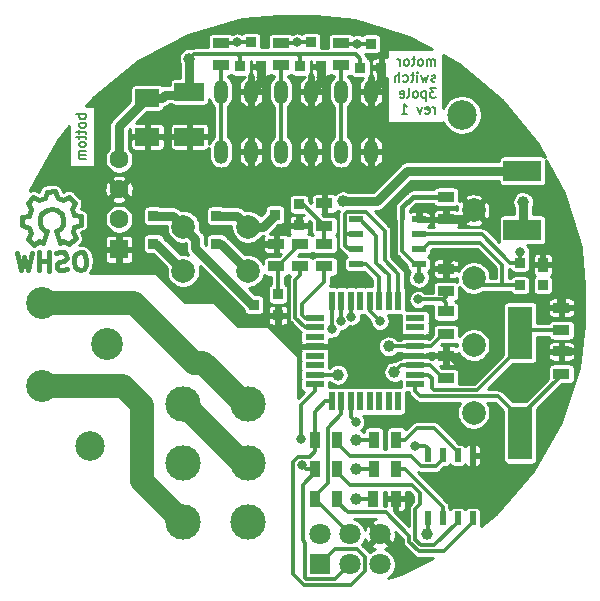
<source format=gbr>
G04 #@! TF.FileFunction,Copper,L2,Bot,Signal*
%FSLAX46Y46*%
G04 Gerber Fmt 4.6, Leading zero omitted, Abs format (unit mm)*
G04 Created by KiCad (PCBNEW 4.1.0-alpha+201608281546+7098~46~ubuntu14.04.1-product) date Wed Sep  7 21:39:58 2016*
%MOMM*%
%LPD*%
G01*
G04 APERTURE LIST*
%ADD10C,0.100000*%
%ADD11C,0.150000*%
%ADD12C,0.381000*%
%ADD13C,2.000000*%
%ADD14R,1.600000X0.550000*%
%ADD15R,0.550000X1.600000*%
%ADD16R,0.914400X0.914400*%
%ADD17R,0.508000X1.143000*%
%ADD18R,1.143000X0.508000*%
%ADD19C,3.000000*%
%ADD20R,1.600000X1.600000*%
%ADD21C,1.600000*%
%ADD22R,3.200400X1.780540*%
%ADD23R,1.800000X1.800000*%
%ADD24C,1.800000*%
%ADD25R,1.998980X4.500880*%
%ADD26R,1.397000X0.889000*%
%ADD27R,0.889000X1.397000*%
%ADD28R,2.499360X1.501140*%
%ADD29C,2.700000*%
%ADD30O,1.200000X2.000000*%
%ADD31R,0.850000X1.200000*%
%ADD32R,0.850000X0.850000*%
%ADD33C,2.500000*%
%ADD34R,2.032000X1.524000*%
%ADD35C,1.000000*%
%ADD36C,0.800000*%
%ADD37C,0.800000*%
%ADD38C,0.300000*%
%ADD39C,0.400000*%
%ADD40C,2.000000*%
%ADD41C,0.250000*%
G04 APERTURE END LIST*
D10*
D11*
X111712023Y-79836904D02*
X111712023Y-79303571D01*
X111712023Y-79379761D02*
X111673928Y-79341666D01*
X111597738Y-79303571D01*
X111483452Y-79303571D01*
X111407261Y-79341666D01*
X111369166Y-79417857D01*
X111369166Y-79836904D01*
X111369166Y-79417857D02*
X111331071Y-79341666D01*
X111254880Y-79303571D01*
X111140595Y-79303571D01*
X111064404Y-79341666D01*
X111026309Y-79417857D01*
X111026309Y-79836904D01*
X110531071Y-79836904D02*
X110607261Y-79798809D01*
X110645357Y-79760714D01*
X110683452Y-79684523D01*
X110683452Y-79455952D01*
X110645357Y-79379761D01*
X110607261Y-79341666D01*
X110531071Y-79303571D01*
X110416785Y-79303571D01*
X110340595Y-79341666D01*
X110302500Y-79379761D01*
X110264404Y-79455952D01*
X110264404Y-79684523D01*
X110302500Y-79760714D01*
X110340595Y-79798809D01*
X110416785Y-79836904D01*
X110531071Y-79836904D01*
X110035833Y-79303571D02*
X109731071Y-79303571D01*
X109921547Y-79036904D02*
X109921547Y-79722619D01*
X109883452Y-79798809D01*
X109807261Y-79836904D01*
X109731071Y-79836904D01*
X109350119Y-79836904D02*
X109426309Y-79798809D01*
X109464404Y-79760714D01*
X109502500Y-79684523D01*
X109502500Y-79455952D01*
X109464404Y-79379761D01*
X109426309Y-79341666D01*
X109350119Y-79303571D01*
X109235833Y-79303571D01*
X109159642Y-79341666D01*
X109121547Y-79379761D01*
X109083452Y-79455952D01*
X109083452Y-79684523D01*
X109121547Y-79760714D01*
X109159642Y-79798809D01*
X109235833Y-79836904D01*
X109350119Y-79836904D01*
X108740595Y-79836904D02*
X108740595Y-79303571D01*
X108740595Y-79455952D02*
X108702500Y-79379761D01*
X108664404Y-79341666D01*
X108588214Y-79303571D01*
X108512023Y-79303571D01*
X111750119Y-81148809D02*
X111673928Y-81186904D01*
X111521547Y-81186904D01*
X111445357Y-81148809D01*
X111407261Y-81072619D01*
X111407261Y-81034523D01*
X111445357Y-80958333D01*
X111521547Y-80920238D01*
X111635833Y-80920238D01*
X111712023Y-80882142D01*
X111750119Y-80805952D01*
X111750119Y-80767857D01*
X111712023Y-80691666D01*
X111635833Y-80653571D01*
X111521547Y-80653571D01*
X111445357Y-80691666D01*
X111140595Y-80653571D02*
X110988214Y-81186904D01*
X110835833Y-80805952D01*
X110683452Y-81186904D01*
X110531071Y-80653571D01*
X110226309Y-81186904D02*
X110226309Y-80653571D01*
X110226309Y-80386904D02*
X110264404Y-80425000D01*
X110226309Y-80463095D01*
X110188214Y-80425000D01*
X110226309Y-80386904D01*
X110226309Y-80463095D01*
X109959642Y-80653571D02*
X109654880Y-80653571D01*
X109845357Y-80386904D02*
X109845357Y-81072619D01*
X109807261Y-81148809D01*
X109731071Y-81186904D01*
X109654880Y-81186904D01*
X109045357Y-81148809D02*
X109121547Y-81186904D01*
X109273928Y-81186904D01*
X109350119Y-81148809D01*
X109388214Y-81110714D01*
X109426309Y-81034523D01*
X109426309Y-80805952D01*
X109388214Y-80729761D01*
X109350119Y-80691666D01*
X109273928Y-80653571D01*
X109121547Y-80653571D01*
X109045357Y-80691666D01*
X108702500Y-81186904D02*
X108702500Y-80386904D01*
X108359642Y-81186904D02*
X108359642Y-80767857D01*
X108397738Y-80691666D01*
X108473928Y-80653571D01*
X108588214Y-80653571D01*
X108664404Y-80691666D01*
X108702500Y-80729761D01*
X111788214Y-81736904D02*
X111292976Y-81736904D01*
X111559642Y-82041666D01*
X111445357Y-82041666D01*
X111369166Y-82079761D01*
X111331071Y-82117857D01*
X111292976Y-82194047D01*
X111292976Y-82384523D01*
X111331071Y-82460714D01*
X111369166Y-82498809D01*
X111445357Y-82536904D01*
X111673928Y-82536904D01*
X111750119Y-82498809D01*
X111788214Y-82460714D01*
X110950119Y-82003571D02*
X110950119Y-82803571D01*
X110950119Y-82041666D02*
X110873928Y-82003571D01*
X110721547Y-82003571D01*
X110645357Y-82041666D01*
X110607261Y-82079761D01*
X110569166Y-82155952D01*
X110569166Y-82384523D01*
X110607261Y-82460714D01*
X110645357Y-82498809D01*
X110721547Y-82536904D01*
X110873928Y-82536904D01*
X110950119Y-82498809D01*
X110112023Y-82536904D02*
X110188214Y-82498809D01*
X110226309Y-82460714D01*
X110264404Y-82384523D01*
X110264404Y-82155952D01*
X110226309Y-82079761D01*
X110188214Y-82041666D01*
X110112023Y-82003571D01*
X109997738Y-82003571D01*
X109921547Y-82041666D01*
X109883452Y-82079761D01*
X109845357Y-82155952D01*
X109845357Y-82384523D01*
X109883452Y-82460714D01*
X109921547Y-82498809D01*
X109997738Y-82536904D01*
X110112023Y-82536904D01*
X109388214Y-82536904D02*
X109464404Y-82498809D01*
X109502500Y-82422619D01*
X109502500Y-81736904D01*
X108778690Y-82498809D02*
X108854880Y-82536904D01*
X109007261Y-82536904D01*
X109083452Y-82498809D01*
X109121547Y-82422619D01*
X109121547Y-82117857D01*
X109083452Y-82041666D01*
X109007261Y-82003571D01*
X108854880Y-82003571D01*
X108778690Y-82041666D01*
X108740595Y-82117857D01*
X108740595Y-82194047D01*
X109121547Y-82270238D01*
X111712023Y-83886904D02*
X111712023Y-83353571D01*
X111712023Y-83505952D02*
X111673928Y-83429761D01*
X111635833Y-83391666D01*
X111559642Y-83353571D01*
X111483452Y-83353571D01*
X110912023Y-83848809D02*
X110988214Y-83886904D01*
X111140595Y-83886904D01*
X111216785Y-83848809D01*
X111254880Y-83772619D01*
X111254880Y-83467857D01*
X111216785Y-83391666D01*
X111140595Y-83353571D01*
X110988214Y-83353571D01*
X110912023Y-83391666D01*
X110873928Y-83467857D01*
X110873928Y-83544047D01*
X111254880Y-83620238D01*
X110607261Y-83353571D02*
X110416785Y-83886904D01*
X110226309Y-83353571D01*
X108892976Y-83886904D02*
X109350119Y-83886904D01*
X109121547Y-83886904D02*
X109121547Y-83086904D01*
X109197738Y-83201190D01*
X109273928Y-83277380D01*
X109350119Y-83315476D01*
X82149904Y-83966285D02*
X81349904Y-83966285D01*
X81654666Y-83966285D02*
X81616571Y-84042476D01*
X81616571Y-84194857D01*
X81654666Y-84271047D01*
X81692761Y-84309142D01*
X81768952Y-84347238D01*
X81997523Y-84347238D01*
X82073714Y-84309142D01*
X82111809Y-84271047D01*
X82149904Y-84194857D01*
X82149904Y-84042476D01*
X82111809Y-83966285D01*
X82149904Y-84804380D02*
X82111809Y-84728190D01*
X82073714Y-84690095D01*
X81997523Y-84652000D01*
X81768952Y-84652000D01*
X81692761Y-84690095D01*
X81654666Y-84728190D01*
X81616571Y-84804380D01*
X81616571Y-84918666D01*
X81654666Y-84994857D01*
X81692761Y-85032952D01*
X81768952Y-85071047D01*
X81997523Y-85071047D01*
X82073714Y-85032952D01*
X82111809Y-84994857D01*
X82149904Y-84918666D01*
X82149904Y-84804380D01*
X81616571Y-85299619D02*
X81616571Y-85604380D01*
X81349904Y-85413904D02*
X82035619Y-85413904D01*
X82111809Y-85452000D01*
X82149904Y-85528190D01*
X82149904Y-85604380D01*
X81616571Y-85756761D02*
X81616571Y-86061523D01*
X81349904Y-85871047D02*
X82035619Y-85871047D01*
X82111809Y-85909142D01*
X82149904Y-85985333D01*
X82149904Y-86061523D01*
X82149904Y-86442476D02*
X82111809Y-86366285D01*
X82073714Y-86328190D01*
X81997523Y-86290095D01*
X81768952Y-86290095D01*
X81692761Y-86328190D01*
X81654666Y-86366285D01*
X81616571Y-86442476D01*
X81616571Y-86556761D01*
X81654666Y-86632952D01*
X81692761Y-86671047D01*
X81768952Y-86709142D01*
X81997523Y-86709142D01*
X82073714Y-86671047D01*
X82111809Y-86632952D01*
X82149904Y-86556761D01*
X82149904Y-86442476D01*
X82149904Y-87052000D02*
X81616571Y-87052000D01*
X81692761Y-87052000D02*
X81654666Y-87090095D01*
X81616571Y-87166285D01*
X81616571Y-87280571D01*
X81654666Y-87356761D01*
X81730857Y-87394857D01*
X82149904Y-87394857D01*
X81730857Y-87394857D02*
X81654666Y-87432952D01*
X81616571Y-87509142D01*
X81616571Y-87623428D01*
X81654666Y-87699619D01*
X81730857Y-87737714D01*
X82149904Y-87737714D01*
D12*
X77579220Y-95653860D02*
X77218540Y-97124520D01*
X77218540Y-97124520D02*
X76939140Y-96062800D01*
X76939140Y-96062800D02*
X76629260Y-97134680D01*
X76629260Y-97134680D02*
X76288900Y-95684340D01*
X78999080Y-96344740D02*
X78209140Y-96334580D01*
X78209140Y-96334580D02*
X78198980Y-96344740D01*
X78198980Y-96344740D02*
X78198980Y-96334580D01*
X78158340Y-95623380D02*
X78158340Y-97165160D01*
X79047340Y-95613220D02*
X79047340Y-97182940D01*
X79047340Y-97182940D02*
X79037180Y-97172780D01*
X79598520Y-95714820D02*
X79949040Y-95633540D01*
X79949040Y-95633540D02*
X80269080Y-95623380D01*
X80269080Y-95623380D02*
X80507840Y-95824040D01*
X80507840Y-95824040D02*
X80538320Y-96093280D01*
X80538320Y-96093280D02*
X80297020Y-96334580D01*
X80297020Y-96334580D02*
X79908400Y-96464120D01*
X79908400Y-96464120D02*
X79728060Y-96624140D01*
X79728060Y-96624140D02*
X79687420Y-96923860D01*
X79687420Y-96923860D02*
X79918560Y-97144840D01*
X79918560Y-97144840D02*
X80238600Y-97172780D01*
X80238600Y-97172780D02*
X80589120Y-97063560D01*
X81627980Y-95613220D02*
X81876900Y-95633540D01*
X81876900Y-95633540D02*
X82118200Y-95874840D01*
X82118200Y-95874840D02*
X82207100Y-96365060D01*
X82207100Y-96365060D02*
X82179160Y-96713040D01*
X82179160Y-96713040D02*
X81978500Y-97033080D01*
X81978500Y-97033080D02*
X81727040Y-97155000D01*
X81727040Y-97155000D02*
X81417160Y-97083880D01*
X81417160Y-97083880D02*
X81198720Y-96903540D01*
X81198720Y-96903540D02*
X81127600Y-96443800D01*
X81127600Y-96443800D02*
X81178400Y-96034860D01*
X81178400Y-96034860D02*
X81287620Y-95752920D01*
X81287620Y-95752920D02*
X81648300Y-95623380D01*
X81028540Y-93893640D02*
X81287620Y-94454980D01*
X81287620Y-94454980D02*
X80749140Y-94973140D01*
X80749140Y-94973140D02*
X80228440Y-94703900D01*
X80228440Y-94703900D02*
X79949040Y-94863920D01*
X78508860Y-94843600D02*
X78178660Y-94653100D01*
X78178660Y-94653100D02*
X77739240Y-94983300D01*
X77739240Y-94983300D02*
X77266800Y-94493080D01*
X77266800Y-94493080D02*
X77548740Y-94013020D01*
X77548740Y-94013020D02*
X77358240Y-93543120D01*
X77358240Y-93543120D02*
X76748640Y-93355160D01*
X76748640Y-93355160D02*
X76748640Y-92674440D01*
X76748640Y-92674440D02*
X77307440Y-92534740D01*
X77307440Y-92534740D02*
X77508100Y-91963240D01*
X77508100Y-91963240D02*
X77238860Y-91493340D01*
X77238860Y-91493340D02*
X77708760Y-90982800D01*
X77708760Y-90982800D02*
X78226920Y-91244420D01*
X78226920Y-91244420D02*
X78696820Y-91043760D01*
X78696820Y-91043760D02*
X78867000Y-90502740D01*
X78867000Y-90502740D02*
X79557880Y-90484960D01*
X79557880Y-90484960D02*
X79768700Y-91033600D01*
X79768700Y-91033600D02*
X80187800Y-91203780D01*
X80187800Y-91203780D02*
X80738980Y-90934540D01*
X80738980Y-90934540D02*
X81257140Y-91462860D01*
X81257140Y-91462860D02*
X81008220Y-92003880D01*
X81008220Y-92003880D02*
X81178400Y-92483940D01*
X81178400Y-92483940D02*
X81727040Y-92583000D01*
X81727040Y-92583000D02*
X81737200Y-93284040D01*
X81737200Y-93284040D02*
X81178400Y-93484700D01*
X81178400Y-93484700D02*
X81038700Y-93883480D01*
X78897480Y-93863160D02*
X78597760Y-93713300D01*
X78597760Y-93713300D02*
X78397100Y-93515180D01*
X78397100Y-93515180D02*
X78247240Y-93113860D01*
X78247240Y-93113860D02*
X78247240Y-92715080D01*
X78247240Y-92715080D02*
X78397100Y-92364560D01*
X78397100Y-92364560D02*
X78849220Y-92014040D01*
X78849220Y-92014040D02*
X79298800Y-91963240D01*
X79298800Y-91963240D02*
X79697580Y-92064840D01*
X79697580Y-92064840D02*
X80098900Y-92412820D01*
X80098900Y-92412820D02*
X80248760Y-92864940D01*
X80248760Y-92864940D02*
X80197960Y-93362780D01*
X80197960Y-93362780D02*
X79949040Y-93665040D01*
X79949040Y-93665040D02*
X79598520Y-93863160D01*
X79598520Y-93863160D02*
X79949040Y-94863920D01*
X78897480Y-93863160D02*
X78498700Y-94863920D01*
D13*
X114985800Y-92075000D03*
X114985800Y-97790000D03*
X114985800Y-103505000D03*
X114985800Y-109220000D03*
D14*
X110041000Y-101200000D03*
X110041000Y-102000000D03*
X110041000Y-102800000D03*
X110041000Y-103600000D03*
X110041000Y-104400000D03*
X110041000Y-105200000D03*
X110041000Y-106000000D03*
X110041000Y-106800000D03*
D15*
X108591000Y-108250000D03*
X107791000Y-108250000D03*
X106991000Y-108250000D03*
X106191000Y-108250000D03*
X105391000Y-108250000D03*
X104591000Y-108250000D03*
X103791000Y-108250000D03*
X102991000Y-108250000D03*
D14*
X101541000Y-106800000D03*
X101541000Y-106000000D03*
X101541000Y-105200000D03*
X101541000Y-104400000D03*
X101541000Y-103600000D03*
X101541000Y-102800000D03*
X101541000Y-102000000D03*
X101541000Y-101200000D03*
D15*
X102991000Y-99750000D03*
X103791000Y-99750000D03*
X104591000Y-99750000D03*
X105391000Y-99750000D03*
X106191000Y-99750000D03*
X106991000Y-99750000D03*
X107791000Y-99750000D03*
X108591000Y-99750000D03*
D16*
X87884000Y-92549980D03*
X87884000Y-94902020D03*
X93218000Y-92549980D03*
X93218000Y-94902020D03*
D17*
X111095000Y-118167000D03*
X111095000Y-112833000D03*
X112365000Y-118167000D03*
X113635000Y-118167000D03*
X114905000Y-118167000D03*
X112365000Y-112833000D03*
X113635000Y-112833000D03*
X114905000Y-112833000D03*
D18*
X110363000Y-96647000D03*
X105029000Y-96647000D03*
X110363000Y-95377000D03*
X110363000Y-94107000D03*
X110363000Y-92837000D03*
X105029000Y-95377000D03*
X105029000Y-94107000D03*
X105029000Y-92837000D03*
D13*
X95885000Y-93472000D03*
X95885000Y-97222000D03*
D19*
X95885000Y-108472000D03*
X95885000Y-113472000D03*
X95885000Y-118472000D03*
D13*
X90424000Y-93472000D03*
X90424000Y-97222000D03*
D19*
X90424000Y-108472000D03*
X90424000Y-113472000D03*
X90424000Y-118472000D03*
D20*
X84963000Y-95377000D03*
D21*
X84963000Y-92837000D03*
X84963000Y-90297000D03*
X84963000Y-87757000D03*
D16*
X100203000Y-93345000D03*
X100203000Y-91567000D03*
X98171000Y-92456000D03*
X98425000Y-100965000D03*
X98425000Y-99187000D03*
X96393000Y-100076000D03*
D22*
X119126000Y-88734900D03*
X119126000Y-93738700D03*
D23*
X101981000Y-122047000D03*
D24*
X101981000Y-119507000D03*
X104521000Y-122047000D03*
X104521000Y-119507000D03*
X107061000Y-122047000D03*
X107061000Y-119507000D03*
D25*
X118935500Y-102435660D03*
X118935500Y-110934500D03*
D26*
X100330000Y-94932500D03*
X100330000Y-96837500D03*
X98298000Y-96837500D03*
X98298000Y-94932500D03*
X102362000Y-94932500D03*
X102362000Y-96837500D03*
X93599000Y-77914500D03*
X93599000Y-79819500D03*
X98679000Y-77914500D03*
X98679000Y-79819500D03*
X103759000Y-77914500D03*
X103759000Y-79819500D03*
D27*
X106547500Y-111500000D03*
X108452500Y-111500000D03*
X101547500Y-111500000D03*
X103452500Y-111500000D03*
X101547500Y-116500000D03*
X103452500Y-116500000D03*
X101547500Y-114000000D03*
X103452500Y-114000000D03*
X106547500Y-114000000D03*
X108452500Y-114000000D03*
D26*
X112649000Y-102552500D03*
X112649000Y-100647500D03*
X102362000Y-93408500D03*
X102362000Y-91503500D03*
X112649000Y-106299000D03*
X112649000Y-104394000D03*
D27*
X106500000Y-116500000D03*
X108405000Y-116500000D03*
D26*
X122428000Y-102235000D03*
X122428000Y-100330000D03*
X122428000Y-105918000D03*
X122428000Y-104013000D03*
X112649000Y-98933000D03*
X112649000Y-97028000D03*
X112649000Y-92837000D03*
X112649000Y-90932000D03*
D28*
X90932000Y-85852000D03*
X90932000Y-82042000D03*
D16*
X95250000Y-79883000D03*
X97028000Y-79883000D03*
X96139000Y-77851000D03*
X100330000Y-79883000D03*
X102108000Y-79883000D03*
X101219000Y-77851000D03*
X105410000Y-80010000D03*
X107188000Y-80010000D03*
X106299000Y-77978000D03*
D29*
X78486000Y-106934000D03*
X78486000Y-99934000D03*
X83986000Y-103434000D03*
D30*
X96139000Y-82042000D03*
X93599000Y-82042000D03*
X98679000Y-82042000D03*
X101219000Y-82042000D03*
X103759000Y-82042000D03*
X106299000Y-82042000D03*
X93599000Y-87122000D03*
X96139000Y-87122000D03*
X98679000Y-87122000D03*
X101219000Y-87122000D03*
X103759000Y-87122000D03*
X106299000Y-87122000D03*
D31*
X120838000Y-96702880D03*
D32*
X120838000Y-98422500D03*
X118938000Y-98422500D03*
D10*
G36*
X118513000Y-96097500D02*
X119363000Y-96097500D01*
X119363000Y-96947500D01*
X118513000Y-96947500D01*
X118513000Y-96097500D01*
X118513000Y-96097500D01*
G37*
D33*
X82500000Y-112000000D03*
X114000000Y-84000000D03*
D34*
X87376000Y-82550000D03*
X87376000Y-85852000D03*
D35*
X103949500Y-91313000D03*
X90932000Y-79248000D03*
X107802159Y-103605437D03*
X108268472Y-105773160D03*
X110363000Y-97790000D03*
X111000000Y-119500000D03*
X105000000Y-116500000D03*
X105000000Y-111500000D03*
X105000000Y-114000000D03*
X103500000Y-106000000D03*
X118681500Y-114744500D03*
X123063000Y-96647000D03*
X113252801Y-116481906D03*
X113538000Y-95948500D03*
X109500000Y-116500000D03*
D36*
X107061000Y-101473000D03*
X110299500Y-99631500D03*
D35*
X119189500Y-91376500D03*
D36*
X100390312Y-111461748D03*
X100463032Y-113685979D03*
X118935500Y-95631000D03*
X110000000Y-112000000D03*
X105000000Y-110000000D03*
X104648000Y-101092000D03*
X94996000Y-77851000D03*
X103728844Y-101485924D03*
X100076000Y-77851000D03*
X102966847Y-102133523D03*
X105156000Y-77978000D03*
D37*
X96393000Y-100076000D02*
X96222998Y-100076000D01*
X96222998Y-100076000D02*
X91423999Y-95277001D01*
X91423999Y-95277001D02*
X91423999Y-94471999D01*
X91423999Y-94471999D02*
X90424000Y-93472000D01*
X87884000Y-92549980D02*
X89501980Y-92549980D01*
X89501980Y-92549980D02*
X90424000Y-93472000D01*
X119126000Y-88734900D02*
X109385100Y-88734900D01*
X109385100Y-88734900D02*
X106807000Y-91313000D01*
X106807000Y-91313000D02*
X103949500Y-91313000D01*
X119100600Y-88709500D02*
X119126000Y-88734900D01*
X87884000Y-94902020D02*
X88104020Y-94902020D01*
X88104020Y-94902020D02*
X90424000Y-97222000D01*
X93218000Y-94902020D02*
X93565020Y-94902020D01*
X93565020Y-94902020D02*
X95885000Y-97222000D01*
X95885000Y-93472000D02*
X97155000Y-93472000D01*
X97155000Y-93472000D02*
X98171000Y-92456000D01*
X93218000Y-92549980D02*
X94962980Y-92549980D01*
X94962980Y-92549980D02*
X95885000Y-93472000D01*
D38*
X94991200Y-78867000D02*
X94988402Y-78869798D01*
X94988402Y-78869798D02*
X91310202Y-78869798D01*
X91310202Y-78869798D02*
X90932000Y-79248000D01*
D37*
X90932000Y-82042000D02*
X90932000Y-79248000D01*
X88900000Y-82296000D02*
X90678000Y-82296000D01*
X90678000Y-82296000D02*
X90932000Y-82042000D01*
X88646000Y-82550000D02*
X88900000Y-82296000D01*
X87376000Y-82550000D02*
X88646000Y-82550000D01*
X84963000Y-87757000D02*
X84963000Y-84963000D01*
X84963000Y-84963000D02*
X87376000Y-82550000D01*
D38*
X111095000Y-118167000D02*
X111095000Y-119405000D01*
X111095000Y-119405000D02*
X111000000Y-119500000D01*
X107807596Y-103600000D02*
X107802159Y-103605437D01*
X110041000Y-103600000D02*
X107807596Y-103600000D01*
X108841632Y-105200000D02*
X108268472Y-105773160D01*
X110041000Y-105200000D02*
X108841632Y-105200000D01*
X110363000Y-96647000D02*
X110363000Y-97790000D01*
X110041000Y-105200000D02*
X111296000Y-105200000D01*
X111296000Y-105200000D02*
X112395000Y-106299000D01*
X112395000Y-106299000D02*
X112649000Y-106299000D01*
X110041000Y-103600000D02*
X111347500Y-103600000D01*
X111347500Y-103600000D02*
X112395000Y-102552500D01*
X112395000Y-102552500D02*
X112649000Y-102552500D01*
D39*
X108966000Y-91821000D02*
X109855000Y-90932000D01*
X109855000Y-90932000D02*
X112649000Y-90932000D01*
X108966000Y-92710000D02*
X108966000Y-91821000D01*
D38*
X108966000Y-95567500D02*
X108966000Y-92710000D01*
X110045500Y-96647000D02*
X108966000Y-95567500D01*
X110363000Y-96647000D02*
X110045500Y-96647000D01*
X105410000Y-80010000D02*
X105410000Y-79252800D01*
X105410000Y-79252800D02*
X105037265Y-78880065D01*
X105037265Y-78880065D02*
X100084265Y-78880065D01*
X100084265Y-78880065D02*
X100071200Y-78867000D01*
X100330000Y-79883000D02*
X100330000Y-79125800D01*
X100330000Y-79125800D02*
X100071200Y-78867000D01*
X100071200Y-78867000D02*
X94991200Y-78867000D01*
X95250000Y-79883000D02*
X95250000Y-79125800D01*
X95250000Y-79125800D02*
X94991200Y-78867000D01*
X106500000Y-116500000D02*
X105000000Y-116500000D01*
X106547500Y-111500000D02*
X105000000Y-111500000D01*
X106547500Y-114000000D02*
X105000000Y-114000000D01*
X101541000Y-106000000D02*
X103500000Y-106000000D01*
X110041000Y-102800000D02*
X111141000Y-102800000D01*
X111141000Y-102800000D02*
X111442500Y-102498500D01*
D37*
X122428000Y-100330000D02*
X122428000Y-97282000D01*
X122428000Y-97282000D02*
X123063000Y-96647000D01*
X113157000Y-104394000D02*
X114046000Y-105283000D01*
X112649000Y-104394000D02*
X113157000Y-104394000D01*
D38*
X112649000Y-104394000D02*
X110047000Y-104394000D01*
X110047000Y-104394000D02*
X110041000Y-104400000D01*
X114905000Y-113704500D02*
X114908260Y-113707760D01*
X114908260Y-113707760D02*
X114908260Y-114826447D01*
X114908260Y-114826447D02*
X113252801Y-116481906D01*
D37*
X112649000Y-92837000D02*
X114223800Y-92837000D01*
X114223800Y-92837000D02*
X114985800Y-92075000D01*
D38*
X112649000Y-96837500D02*
X113538000Y-95948500D01*
X112649000Y-97028000D02*
X112649000Y-96837500D01*
D37*
X107188000Y-80010000D02*
X107188000Y-81153000D01*
X107188000Y-81153000D02*
X106299000Y-82042000D01*
X102108000Y-79883000D02*
X102108000Y-81153000D01*
X102108000Y-81153000D02*
X101219000Y-82042000D01*
X97028000Y-79883000D02*
X97028000Y-81153000D01*
X97028000Y-81153000D02*
X96139000Y-82042000D01*
D38*
X108405000Y-116500000D02*
X109500000Y-116500000D01*
D37*
X122555000Y-100330000D02*
X122809000Y-100330000D01*
X123180002Y-104013000D02*
X122555000Y-104013000D01*
D38*
X98425000Y-99187000D02*
X98425000Y-96964500D01*
X98425000Y-96964500D02*
X98298000Y-96837500D01*
X98298000Y-96837500D02*
X98425000Y-96837500D01*
X98425000Y-96837500D02*
X100330000Y-94932500D01*
X102362000Y-93408500D02*
X102362000Y-94932500D01*
X100203000Y-91567000D02*
X100520500Y-91567000D01*
X100520500Y-91567000D02*
X102362000Y-93408500D01*
D40*
X90424000Y-118472000D02*
X86923999Y-114971999D01*
X86923999Y-114971999D02*
X86923999Y-108582820D01*
X86923999Y-108582820D02*
X85275179Y-106934000D01*
X85275179Y-106934000D02*
X80041634Y-106934000D01*
X80041634Y-106934000D02*
X78486000Y-106934000D01*
X83942965Y-103477035D02*
X83986000Y-103434000D01*
X95885000Y-113472000D02*
X95424000Y-113472000D01*
X95424000Y-113472000D02*
X90424000Y-108472000D01*
X95885000Y-108472000D02*
X95604002Y-108472000D01*
X86268166Y-99934000D02*
X78486000Y-99934000D01*
X95604002Y-108472000D02*
X92104001Y-104971999D01*
X92104001Y-104971999D02*
X91306165Y-104971999D01*
X91306165Y-104971999D02*
X86268166Y-99934000D01*
D38*
X110041000Y-106000000D02*
X111141000Y-106000000D01*
X111141000Y-106000000D02*
X111442500Y-106301500D01*
X111442500Y-106301500D02*
X111442500Y-107124500D01*
X111640989Y-107322989D02*
X115299121Y-107322989D01*
X111442500Y-107124500D02*
X111640989Y-107322989D01*
X115299121Y-107322989D02*
X118935500Y-103686610D01*
X118935500Y-103686610D02*
X118935500Y-102435660D01*
X118872000Y-103237030D02*
X118872000Y-101986080D01*
X122555000Y-102235000D02*
X119120920Y-102235000D01*
X119120920Y-102235000D02*
X118872000Y-101986080D01*
X110041000Y-106800000D02*
X110041000Y-107375000D01*
X110041000Y-107375000D02*
X110489000Y-107823000D01*
X110489000Y-107823000D02*
X117074950Y-107823000D01*
X117074950Y-107823000D02*
X118935500Y-109683550D01*
X118935500Y-109683550D02*
X118935500Y-110934500D01*
X118872000Y-109233970D02*
X118872000Y-110484920D01*
X118427500Y-110045500D02*
X122555000Y-105918000D01*
X111950500Y-99631500D02*
X112435628Y-99631500D01*
X112435628Y-99631500D02*
X112649000Y-99418128D01*
X112649000Y-99418128D02*
X112649000Y-98933000D01*
X106191000Y-99750000D02*
X106191000Y-100603000D01*
X106191000Y-100603000D02*
X107061000Y-101473000D01*
X112649000Y-100647500D02*
X112649000Y-99903000D01*
X112649000Y-99903000D02*
X112377500Y-99631500D01*
X112377500Y-99631500D02*
X111950500Y-99631500D01*
X110299500Y-99631500D02*
X111950500Y-99631500D01*
D37*
X119189500Y-91376500D02*
X119189500Y-93675200D01*
X119189500Y-93675200D02*
X119126000Y-93738700D01*
D38*
X93599000Y-87122000D02*
X93599000Y-82442000D01*
X93599000Y-82442000D02*
X93599000Y-82042000D01*
X93599000Y-82042000D02*
X93599000Y-79946500D01*
X93599000Y-79946500D02*
X93726000Y-79819500D01*
X93916500Y-81724500D02*
X93599000Y-82042000D01*
X98679000Y-87122000D02*
X98679000Y-82442000D01*
X98679000Y-82442000D02*
X98679000Y-82042000D01*
X98679000Y-82042000D02*
X98679000Y-79819500D01*
X98996500Y-81724500D02*
X98679000Y-82042000D01*
X103759000Y-87122000D02*
X103759000Y-82442000D01*
X103759000Y-82442000D02*
X103759000Y-82042000D01*
X103759000Y-82042000D02*
X103759000Y-79946500D01*
X104076500Y-81724500D02*
X103759000Y-82042000D01*
X105771001Y-121446999D02*
X105771001Y-122647001D01*
X100593888Y-123797012D02*
X99706998Y-122910122D01*
X101981000Y-122047000D02*
X103231001Y-120796999D01*
X99706998Y-122910122D02*
X99706998Y-113371958D01*
X99706998Y-113371958D02*
X100142987Y-112935969D01*
X105771001Y-122647001D02*
X104620990Y-123797012D01*
X101110031Y-112935969D02*
X101547500Y-112498500D01*
X101547500Y-112498500D02*
X101547500Y-111500000D01*
X104620990Y-123797012D02*
X100593888Y-123797012D01*
X105121001Y-120796999D02*
X105771001Y-121446999D01*
X100142987Y-112935969D02*
X101110031Y-112935969D01*
X103231001Y-120796999D02*
X105121001Y-120796999D01*
X101547500Y-111500000D02*
X101547500Y-109118500D01*
X101547500Y-109118500D02*
X102416000Y-108250000D01*
X102416000Y-108250000D02*
X102991000Y-108250000D01*
X100390312Y-108525688D02*
X100390312Y-111461748D01*
X101541000Y-107375000D02*
X100390312Y-108525688D01*
X100777053Y-114000000D02*
X100463032Y-113685979D01*
X101547500Y-114000000D02*
X100777053Y-114000000D01*
X101541000Y-106800000D02*
X101541000Y-107375000D01*
X100800999Y-123297001D02*
X103270999Y-123297001D01*
X103270999Y-123297001D02*
X104521000Y-122047000D01*
X100730999Y-120230999D02*
X100730999Y-123227001D01*
X100500000Y-120000000D02*
X100730999Y-120230999D01*
X100730999Y-123227001D02*
X100800999Y-123297001D01*
X100500000Y-115301500D02*
X100500000Y-120000000D01*
X101547500Y-114000000D02*
X101547500Y-114254000D01*
X101547500Y-114254000D02*
X100500000Y-115301500D01*
X101547500Y-116500000D02*
X101547500Y-116246000D01*
X103791000Y-109350000D02*
X103791000Y-108250000D01*
X101547500Y-116246000D02*
X102657999Y-115135501D01*
X102657999Y-115135501D02*
X102657999Y-110483001D01*
X102657999Y-110483001D02*
X103791000Y-109350000D01*
X104521000Y-119507000D02*
X101547500Y-116533500D01*
X101547500Y-116533500D02*
X101547500Y-116500000D01*
X118938000Y-96522500D02*
X118938000Y-95633500D01*
X118938000Y-95633500D02*
X118935500Y-95631000D01*
X110363000Y-94107000D02*
X115671600Y-94107000D01*
X115671600Y-94107000D02*
X118087140Y-96522540D01*
X118087140Y-96522540D02*
X118092723Y-96516957D01*
X118092723Y-96516957D02*
X118711559Y-96516957D01*
X117417964Y-98422460D02*
X117417964Y-96735091D01*
X117417964Y-96735091D02*
X115505873Y-94823000D01*
X115505873Y-94823000D02*
X111234500Y-94823000D01*
X110680500Y-95377000D02*
X110363000Y-95377000D01*
X111234500Y-94823000D02*
X110680500Y-95377000D01*
X118938000Y-98422500D02*
X118213000Y-98422500D01*
X118213000Y-98422500D02*
X118212960Y-98422460D01*
X118212960Y-98422460D02*
X117417964Y-98422460D01*
X114985800Y-97790000D02*
X115618260Y-98422460D01*
X115618260Y-98422460D02*
X117417964Y-98422460D01*
X113635000Y-112515500D02*
X113635000Y-112833000D01*
X111621000Y-110501500D02*
X113635000Y-112515500D01*
X110195500Y-110501500D02*
X111621000Y-110501500D01*
X109197000Y-111500000D02*
X110195500Y-110501500D01*
X108452500Y-111500000D02*
X109197000Y-111500000D01*
X111760999Y-113754501D02*
X112365000Y-113150500D01*
X109657997Y-112851499D02*
X110560999Y-113754501D01*
X104549999Y-112851499D02*
X109657997Y-112851499D01*
X103452500Y-111754000D02*
X104549999Y-112851499D01*
X110560999Y-113754501D02*
X111760999Y-113754501D01*
X103452500Y-111500000D02*
X103452500Y-111754000D01*
X112365000Y-113150500D02*
X112365000Y-112833000D01*
X114905000Y-118484500D02*
X114905000Y-118167000D01*
X109549988Y-120163114D02*
X110336887Y-120950013D01*
X107535375Y-117648501D02*
X109549987Y-119663113D01*
X103452500Y-116500000D02*
X103452500Y-116754000D01*
X110336887Y-120950013D02*
X112439487Y-120950013D01*
X112439487Y-120950013D02*
X114905000Y-118484500D01*
X103452500Y-116754000D02*
X104347001Y-117648501D01*
X104347001Y-117648501D02*
X107535375Y-117648501D01*
X109549987Y-119663113D02*
X109549988Y-120163114D01*
X113635000Y-118484500D02*
X113635000Y-118167000D01*
X111669498Y-120450002D02*
X113635000Y-118484500D01*
X104549999Y-115351499D02*
X109757503Y-115351499D01*
X110543998Y-120450002D02*
X111669498Y-120450002D01*
X110049998Y-119956002D02*
X110543998Y-120450002D01*
X110049998Y-117356006D02*
X110049998Y-119956002D01*
X110450002Y-116956002D02*
X110049998Y-117356006D01*
X110450002Y-116043998D02*
X110450002Y-116956002D01*
X109757503Y-115351499D02*
X110450002Y-116043998D01*
X103452500Y-114254000D02*
X104549999Y-115351499D01*
X103452500Y-114000000D02*
X103452500Y-114254000D01*
X109197000Y-114000000D02*
X112365000Y-117168000D01*
X108452500Y-114000000D02*
X109197000Y-114000000D01*
X112365000Y-117168000D02*
X112365000Y-118167000D01*
X111095000Y-112833000D02*
X111095000Y-112217812D01*
X111095000Y-112217812D02*
X110877188Y-112000000D01*
X110877188Y-112000000D02*
X110000000Y-112000000D01*
X104591000Y-108250000D02*
X104591000Y-109591000D01*
X104591000Y-109591000D02*
X105000000Y-110000000D01*
X105029000Y-96647000D02*
X105900500Y-96647000D01*
X105900500Y-96647000D02*
X106991000Y-97737500D01*
X106991000Y-97737500D02*
X106991000Y-99750000D01*
X105029000Y-92837000D02*
X105346500Y-92837000D01*
X105346500Y-92837000D02*
X106749930Y-94240430D01*
X106749930Y-94240430D02*
X106749930Y-96546526D01*
X106749930Y-96546526D02*
X107791000Y-97587596D01*
X107791000Y-97587596D02*
X107791000Y-99750000D01*
X104107499Y-94000000D02*
X104107499Y-92392501D01*
X104107499Y-92392501D02*
X104267001Y-92232999D01*
X107446340Y-93798838D02*
X107446340Y-96289952D01*
X107446340Y-96289952D02*
X108591000Y-97434612D01*
X104267001Y-92232999D02*
X105880501Y-92232999D01*
X105880501Y-92232999D02*
X107446340Y-93798838D01*
X108591000Y-97434612D02*
X108591000Y-99750000D01*
X104107499Y-95071862D02*
X104107499Y-94000000D01*
X104157500Y-94107000D02*
X104107499Y-94056999D01*
X105029000Y-94107000D02*
X104157500Y-94107000D01*
X104107499Y-94056999D02*
X104107499Y-94000000D01*
X105029000Y-95377000D02*
X104412637Y-95377000D01*
X104412637Y-95377000D02*
X104107499Y-95071862D01*
X105029000Y-95377000D02*
X104986838Y-95377000D01*
X105029000Y-94107000D02*
X105029000Y-94177000D01*
X104648000Y-101092000D02*
X104648000Y-99807000D01*
X104648000Y-99807000D02*
X104591000Y-99750000D01*
X93599000Y-77914500D02*
X94932500Y-77914500D01*
X94932500Y-77914500D02*
X94996000Y-77851000D01*
X96139000Y-77851000D02*
X94996000Y-77851000D01*
X103791000Y-99750000D02*
X103791000Y-101423768D01*
X103791000Y-101423768D02*
X103728844Y-101485924D01*
X98679000Y-77914500D02*
X100012500Y-77914500D01*
X100012500Y-77914500D02*
X100076000Y-77851000D01*
X101219000Y-77851000D02*
X100076000Y-77851000D01*
X102991000Y-100850000D02*
X102966847Y-100874153D01*
X102966847Y-100874153D02*
X102966847Y-102133523D01*
X102991000Y-99750000D02*
X102991000Y-100850000D01*
X103759000Y-78041500D02*
X103827427Y-77973073D01*
X103827427Y-77973073D02*
X105151073Y-77973073D01*
X105151073Y-77973073D02*
X105156000Y-77978000D01*
X106299000Y-77978000D02*
X105156000Y-77978000D01*
X101541000Y-102000000D02*
X100734695Y-102000000D01*
X100734695Y-102000000D02*
X99893363Y-101158668D01*
X99893363Y-101158668D02*
X99893363Y-98018637D01*
X99893363Y-98018637D02*
X100330000Y-97582000D01*
X100330000Y-97582000D02*
X100330000Y-96837500D01*
X101541000Y-101200000D02*
X100700000Y-101200000D01*
X100456005Y-100956005D02*
X100456005Y-100043995D01*
X100700000Y-101200000D02*
X100456005Y-100956005D01*
X100456005Y-100043995D02*
X102362000Y-98138000D01*
X102362000Y-98138000D02*
X102362000Y-96837500D01*
D41*
G36*
X106481319Y-118308408D02*
X106386461Y-118359110D01*
X106290713Y-118554279D01*
X107061000Y-119324566D01*
X107075142Y-119310424D01*
X107257576Y-119492858D01*
X107243434Y-119507000D01*
X108013721Y-120277287D01*
X108208890Y-120181539D01*
X108318430Y-119944635D01*
X108379647Y-119690914D01*
X108390189Y-119430125D01*
X108368989Y-119295288D01*
X108974987Y-119901286D01*
X108974988Y-120163115D01*
X108980173Y-120215991D01*
X108984800Y-120268886D01*
X108985644Y-120271791D01*
X108985939Y-120274800D01*
X109001286Y-120325631D01*
X109016108Y-120376650D01*
X109017500Y-120379336D01*
X109018374Y-120382230D01*
X109043289Y-120429088D01*
X109067752Y-120476282D01*
X109069641Y-120478648D01*
X109071059Y-120481315D01*
X109104620Y-120522464D01*
X109137765Y-120563984D01*
X109141911Y-120568188D01*
X109141986Y-120568280D01*
X109142071Y-120568350D01*
X109143402Y-120569700D01*
X109930300Y-121356599D01*
X109971360Y-121390326D01*
X110012031Y-121424453D01*
X110014680Y-121425909D01*
X110017017Y-121427829D01*
X110063791Y-121452909D01*
X110110370Y-121478516D01*
X110113257Y-121479432D01*
X110115917Y-121480858D01*
X110166661Y-121496372D01*
X110217338Y-121512448D01*
X110220343Y-121512785D01*
X110223234Y-121513669D01*
X110276051Y-121519034D01*
X110328859Y-121524957D01*
X110334774Y-121524998D01*
X110334880Y-121525009D01*
X110334979Y-121525000D01*
X110336887Y-121525013D01*
X111522043Y-121525013D01*
X108868843Y-122865241D01*
X107754171Y-123176463D01*
X107880698Y-123096166D01*
X108068872Y-122916971D01*
X108218655Y-122704640D01*
X108324344Y-122467259D01*
X108381912Y-122213870D01*
X108386057Y-121917077D01*
X108335586Y-121662180D01*
X108236566Y-121421940D01*
X108092770Y-121205509D01*
X107909673Y-121021130D01*
X107694251Y-120875826D01*
X107454709Y-120775132D01*
X107452665Y-120774712D01*
X107640681Y-120705592D01*
X107735539Y-120654890D01*
X107831287Y-120459721D01*
X107061000Y-119689434D01*
X106290713Y-120459721D01*
X106386461Y-120654890D01*
X106623365Y-120764430D01*
X106670268Y-120775746D01*
X106444163Y-120867099D01*
X106226733Y-121009381D01*
X106185850Y-121049417D01*
X106183225Y-121046129D01*
X106179074Y-121041920D01*
X106179004Y-121041834D01*
X106178925Y-121041768D01*
X106177588Y-121040413D01*
X105527587Y-120390413D01*
X105520698Y-120384755D01*
X105528872Y-120376971D01*
X105678655Y-120164640D01*
X105784344Y-119927259D01*
X105791775Y-119894551D01*
X105862408Y-120086681D01*
X105913110Y-120181539D01*
X106108279Y-120277287D01*
X106878566Y-119507000D01*
X106108279Y-118736713D01*
X105913110Y-118832461D01*
X105803570Y-119069365D01*
X105792584Y-119114897D01*
X105696566Y-118881940D01*
X105552770Y-118665509D01*
X105369673Y-118481130D01*
X105154251Y-118335826D01*
X104914709Y-118235132D01*
X104858047Y-118223501D01*
X106712277Y-118223501D01*
X106481319Y-118308408D01*
X106481319Y-118308408D01*
G37*
X106481319Y-118308408D02*
X106386461Y-118359110D01*
X106290713Y-118554279D01*
X107061000Y-119324566D01*
X107075142Y-119310424D01*
X107257576Y-119492858D01*
X107243434Y-119507000D01*
X108013721Y-120277287D01*
X108208890Y-120181539D01*
X108318430Y-119944635D01*
X108379647Y-119690914D01*
X108390189Y-119430125D01*
X108368989Y-119295288D01*
X108974987Y-119901286D01*
X108974988Y-120163115D01*
X108980173Y-120215991D01*
X108984800Y-120268886D01*
X108985644Y-120271791D01*
X108985939Y-120274800D01*
X109001286Y-120325631D01*
X109016108Y-120376650D01*
X109017500Y-120379336D01*
X109018374Y-120382230D01*
X109043289Y-120429088D01*
X109067752Y-120476282D01*
X109069641Y-120478648D01*
X109071059Y-120481315D01*
X109104620Y-120522464D01*
X109137765Y-120563984D01*
X109141911Y-120568188D01*
X109141986Y-120568280D01*
X109142071Y-120568350D01*
X109143402Y-120569700D01*
X109930300Y-121356599D01*
X109971360Y-121390326D01*
X110012031Y-121424453D01*
X110014680Y-121425909D01*
X110017017Y-121427829D01*
X110063791Y-121452909D01*
X110110370Y-121478516D01*
X110113257Y-121479432D01*
X110115917Y-121480858D01*
X110166661Y-121496372D01*
X110217338Y-121512448D01*
X110220343Y-121512785D01*
X110223234Y-121513669D01*
X110276051Y-121519034D01*
X110328859Y-121524957D01*
X110334774Y-121524998D01*
X110334880Y-121525009D01*
X110334979Y-121525000D01*
X110336887Y-121525013D01*
X111522043Y-121525013D01*
X108868843Y-122865241D01*
X107754171Y-123176463D01*
X107880698Y-123096166D01*
X108068872Y-122916971D01*
X108218655Y-122704640D01*
X108324344Y-122467259D01*
X108381912Y-122213870D01*
X108386057Y-121917077D01*
X108335586Y-121662180D01*
X108236566Y-121421940D01*
X108092770Y-121205509D01*
X107909673Y-121021130D01*
X107694251Y-120875826D01*
X107454709Y-120775132D01*
X107452665Y-120774712D01*
X107640681Y-120705592D01*
X107735539Y-120654890D01*
X107831287Y-120459721D01*
X107061000Y-119689434D01*
X106290713Y-120459721D01*
X106386461Y-120654890D01*
X106623365Y-120764430D01*
X106670268Y-120775746D01*
X106444163Y-120867099D01*
X106226733Y-121009381D01*
X106185850Y-121049417D01*
X106183225Y-121046129D01*
X106179074Y-121041920D01*
X106179004Y-121041834D01*
X106178925Y-121041768D01*
X106177588Y-121040413D01*
X105527587Y-120390413D01*
X105520698Y-120384755D01*
X105528872Y-120376971D01*
X105678655Y-120164640D01*
X105784344Y-119927259D01*
X105791775Y-119894551D01*
X105862408Y-120086681D01*
X105913110Y-120181539D01*
X106108279Y-120277287D01*
X106878566Y-119507000D01*
X106108279Y-118736713D01*
X105913110Y-118832461D01*
X105803570Y-119069365D01*
X105792584Y-119114897D01*
X105696566Y-118881940D01*
X105552770Y-118665509D01*
X105369673Y-118481130D01*
X105154251Y-118335826D01*
X104914709Y-118235132D01*
X104858047Y-118223501D01*
X106712277Y-118223501D01*
X106481319Y-118308408D01*
G36*
X104931436Y-75975917D02*
X109503820Y-77391306D01*
X111436865Y-78436500D01*
X107691667Y-78436500D01*
X107691667Y-79128717D01*
X107687059Y-79127800D01*
X107423250Y-79127800D01*
X107317000Y-79234050D01*
X107317000Y-79881000D01*
X107337000Y-79881000D01*
X107337000Y-80139000D01*
X107317000Y-80139000D01*
X107317000Y-80785950D01*
X107423250Y-80892200D01*
X107687059Y-80892200D01*
X107691667Y-80891283D01*
X107691667Y-84686500D01*
X112425000Y-84686500D01*
X112425000Y-84572290D01*
X112503019Y-84769344D01*
X112680962Y-85045457D01*
X112909146Y-85281749D01*
X113178881Y-85469220D01*
X113479892Y-85600728D01*
X113800714Y-85671265D01*
X114129126Y-85678144D01*
X114452620Y-85621104D01*
X114758874Y-85502316D01*
X115036223Y-85326305D01*
X115274102Y-85099775D01*
X115463451Y-84831356D01*
X115597058Y-84531270D01*
X115669833Y-84210949D01*
X115675072Y-83835758D01*
X115611269Y-83513529D01*
X115486094Y-83209830D01*
X115304313Y-82936228D01*
X115072852Y-82703145D01*
X114800525Y-82519459D01*
X114497708Y-82392166D01*
X114175932Y-82326115D01*
X113847456Y-82323822D01*
X113524790Y-82385374D01*
X113220224Y-82508426D01*
X112945360Y-82688292D01*
X112710667Y-82918121D01*
X112525084Y-83189158D01*
X112425000Y-83422671D01*
X112425000Y-78970783D01*
X113714206Y-79667854D01*
X117402222Y-82718846D01*
X120427393Y-86428072D01*
X121013721Y-87530795D01*
X120963460Y-87489546D01*
X120889627Y-87450082D01*
X120809514Y-87425780D01*
X120726200Y-87417574D01*
X117525800Y-87417574D01*
X117442486Y-87425780D01*
X117362373Y-87450082D01*
X117288540Y-87489546D01*
X117223826Y-87542656D01*
X117170716Y-87607370D01*
X117131252Y-87681203D01*
X117106950Y-87761316D01*
X117098744Y-87844630D01*
X117098744Y-87909900D01*
X109385100Y-87909900D01*
X109309287Y-87917334D01*
X109233340Y-87923978D01*
X109229172Y-87925189D01*
X109224857Y-87925612D01*
X109151960Y-87947621D01*
X109078721Y-87968899D01*
X109074866Y-87970897D01*
X109070717Y-87972150D01*
X109003456Y-88007913D01*
X108935773Y-88042997D01*
X108932384Y-88045703D01*
X108928552Y-88047740D01*
X108869506Y-88095897D01*
X108809939Y-88143448D01*
X108803901Y-88149403D01*
X108803777Y-88149504D01*
X108803682Y-88149619D01*
X108801737Y-88151537D01*
X106465274Y-90488000D01*
X104374006Y-90488000D01*
X104224354Y-90425092D01*
X104046657Y-90388616D01*
X103865259Y-90387349D01*
X103687070Y-90421341D01*
X103518877Y-90489295D01*
X103367087Y-90588624D01*
X103267486Y-90686160D01*
X103261813Y-90682370D01*
X103184468Y-90650332D01*
X103102359Y-90634000D01*
X102597250Y-90634000D01*
X102491000Y-90740250D01*
X102491000Y-91374500D01*
X102511000Y-91374500D01*
X102511000Y-91632500D01*
X102491000Y-91632500D01*
X102491000Y-92266750D01*
X102597250Y-92373000D01*
X103102359Y-92373000D01*
X103184468Y-92356668D01*
X103261813Y-92324630D01*
X103331422Y-92278119D01*
X103390619Y-92218922D01*
X103437130Y-92149313D01*
X103458325Y-92098143D01*
X103496046Y-92124360D01*
X103581383Y-92161643D01*
X103578996Y-92165984D01*
X103578082Y-92168867D01*
X103576653Y-92171531D01*
X103561125Y-92222321D01*
X103545064Y-92272952D01*
X103544727Y-92275957D01*
X103543843Y-92278848D01*
X103538473Y-92331710D01*
X103532555Y-92384473D01*
X103532514Y-92390378D01*
X103532502Y-92390494D01*
X103532512Y-92390602D01*
X103532499Y-92392501D01*
X103532499Y-95071862D01*
X103537683Y-95124729D01*
X103542311Y-95177634D01*
X103543155Y-95180539D01*
X103543450Y-95183547D01*
X103558789Y-95234352D01*
X103573619Y-95285398D01*
X103575012Y-95288085D01*
X103575885Y-95290977D01*
X103600798Y-95337831D01*
X103625263Y-95385030D01*
X103627151Y-95387395D01*
X103628569Y-95390062D01*
X103662139Y-95431223D01*
X103695276Y-95472732D01*
X103699421Y-95476935D01*
X103699496Y-95477027D01*
X103699581Y-95477097D01*
X103700913Y-95478448D01*
X104006050Y-95783586D01*
X104047110Y-95817313D01*
X104087781Y-95851440D01*
X104090430Y-95852896D01*
X104092767Y-95854816D01*
X104096220Y-95856667D01*
X104102416Y-95868260D01*
X104155526Y-95932974D01*
X104220240Y-95986084D01*
X104268726Y-96012000D01*
X104220240Y-96037916D01*
X104155526Y-96091026D01*
X104102416Y-96155740D01*
X104062952Y-96229573D01*
X104038650Y-96309686D01*
X104030444Y-96393000D01*
X104030444Y-96901000D01*
X104038650Y-96984314D01*
X104062952Y-97064427D01*
X104102416Y-97138260D01*
X104155526Y-97202974D01*
X104220240Y-97256084D01*
X104294073Y-97295548D01*
X104374186Y-97319850D01*
X104457500Y-97328056D01*
X105600500Y-97328056D01*
X105683814Y-97319850D01*
X105742405Y-97302077D01*
X106416000Y-97975672D01*
X106416000Y-98522944D01*
X105916000Y-98522944D01*
X105832686Y-98531150D01*
X105791000Y-98543795D01*
X105749314Y-98531150D01*
X105666000Y-98522944D01*
X105116000Y-98522944D01*
X105032686Y-98531150D01*
X104991000Y-98543795D01*
X104949314Y-98531150D01*
X104866000Y-98522944D01*
X104316000Y-98522944D01*
X104232686Y-98531150D01*
X104191000Y-98543795D01*
X104149314Y-98531150D01*
X104066000Y-98522944D01*
X103516000Y-98522944D01*
X103432686Y-98531150D01*
X103391000Y-98543795D01*
X103349314Y-98531150D01*
X103266000Y-98522944D01*
X102786363Y-98522944D01*
X102802292Y-98503552D01*
X102836440Y-98462856D01*
X102837896Y-98460207D01*
X102839816Y-98457870D01*
X102864915Y-98411061D01*
X102890503Y-98364517D01*
X102891417Y-98361634D01*
X102892846Y-98358970D01*
X102908374Y-98308180D01*
X102924435Y-98257549D01*
X102924772Y-98254544D01*
X102925656Y-98251653D01*
X102931026Y-98198791D01*
X102936944Y-98146028D01*
X102936985Y-98140123D01*
X102936997Y-98140007D01*
X102936987Y-98139899D01*
X102937000Y-98138000D01*
X102937000Y-97709056D01*
X103060500Y-97709056D01*
X103143814Y-97700850D01*
X103223927Y-97676548D01*
X103297760Y-97637084D01*
X103362474Y-97583974D01*
X103415584Y-97519260D01*
X103455048Y-97445427D01*
X103479350Y-97365314D01*
X103487556Y-97282000D01*
X103487556Y-96393000D01*
X103479350Y-96309686D01*
X103455048Y-96229573D01*
X103415584Y-96155740D01*
X103362474Y-96091026D01*
X103297760Y-96037916D01*
X103223927Y-95998452D01*
X103143814Y-95974150D01*
X103060500Y-95965944D01*
X101663500Y-95965944D01*
X101580186Y-95974150D01*
X101500073Y-95998452D01*
X101426240Y-96037916D01*
X101361526Y-96091026D01*
X101346000Y-96109944D01*
X101330474Y-96091026D01*
X101265760Y-96037916D01*
X101191927Y-95998452D01*
X101111814Y-95974150D01*
X101028500Y-95965944D01*
X100109729Y-95965944D01*
X100271617Y-95804056D01*
X101028500Y-95804056D01*
X101111814Y-95795850D01*
X101191927Y-95771548D01*
X101265760Y-95732084D01*
X101330474Y-95678974D01*
X101346000Y-95660056D01*
X101361526Y-95678974D01*
X101426240Y-95732084D01*
X101500073Y-95771548D01*
X101580186Y-95795850D01*
X101663500Y-95804056D01*
X103060500Y-95804056D01*
X103143814Y-95795850D01*
X103223927Y-95771548D01*
X103297760Y-95732084D01*
X103362474Y-95678974D01*
X103415584Y-95614260D01*
X103455048Y-95540427D01*
X103479350Y-95460314D01*
X103487556Y-95377000D01*
X103487556Y-94488000D01*
X103479350Y-94404686D01*
X103455048Y-94324573D01*
X103415584Y-94250740D01*
X103362474Y-94186026D01*
X103343556Y-94170500D01*
X103362474Y-94154974D01*
X103415584Y-94090260D01*
X103455048Y-94016427D01*
X103479350Y-93936314D01*
X103487556Y-93853000D01*
X103487556Y-92964000D01*
X103479350Y-92880686D01*
X103455048Y-92800573D01*
X103415584Y-92726740D01*
X103362474Y-92662026D01*
X103297760Y-92608916D01*
X103223927Y-92569452D01*
X103143814Y-92545150D01*
X103060500Y-92536944D01*
X102303617Y-92536944D01*
X102133211Y-92366539D01*
X102233000Y-92266750D01*
X102233000Y-91632500D01*
X102213000Y-91632500D01*
X102213000Y-91374500D01*
X102233000Y-91374500D01*
X102233000Y-90740250D01*
X102126750Y-90634000D01*
X101621641Y-90634000D01*
X101539532Y-90650332D01*
X101462187Y-90682370D01*
X101392578Y-90728881D01*
X101333381Y-90788078D01*
X101286870Y-90857687D01*
X101254833Y-90935032D01*
X101238500Y-91017141D01*
X101238500Y-91268250D01*
X101344748Y-91374498D01*
X101238500Y-91374498D01*
X101238500Y-91471828D01*
X101087256Y-91320584D01*
X101087256Y-91109800D01*
X101079050Y-91026486D01*
X101054748Y-90946373D01*
X101015284Y-90872540D01*
X100962174Y-90807826D01*
X100897460Y-90754716D01*
X100823627Y-90715252D01*
X100743514Y-90690950D01*
X100660200Y-90682744D01*
X99745800Y-90682744D01*
X99662486Y-90690950D01*
X99582373Y-90715252D01*
X99508540Y-90754716D01*
X99443826Y-90807826D01*
X99390716Y-90872540D01*
X99351252Y-90946373D01*
X99326950Y-91026486D01*
X99318744Y-91109800D01*
X99318744Y-92024200D01*
X99326950Y-92107514D01*
X99351252Y-92187627D01*
X99390716Y-92261460D01*
X99443826Y-92326174D01*
X99508540Y-92379284D01*
X99582373Y-92418748D01*
X99662486Y-92443050D01*
X99745800Y-92451256D01*
X100591584Y-92451256D01*
X100603128Y-92462800D01*
X100438250Y-92462800D01*
X100332000Y-92569050D01*
X100332000Y-93216000D01*
X100978950Y-93216000D01*
X101085200Y-93109750D01*
X101085200Y-92944873D01*
X101236444Y-93096117D01*
X101236444Y-93853000D01*
X101244650Y-93936314D01*
X101268952Y-94016427D01*
X101308416Y-94090260D01*
X101361526Y-94154974D01*
X101380444Y-94170500D01*
X101361526Y-94186026D01*
X101346000Y-94204944D01*
X101330474Y-94186026D01*
X101265760Y-94132916D01*
X101191927Y-94093452D01*
X101111814Y-94069150D01*
X101028500Y-94060944D01*
X100998456Y-94060944D01*
X101036830Y-94003513D01*
X101068867Y-93926168D01*
X101085200Y-93844059D01*
X101085200Y-93580250D01*
X100978950Y-93474000D01*
X100332000Y-93474000D01*
X100332000Y-93494000D01*
X100074000Y-93494000D01*
X100074000Y-93474000D01*
X99427050Y-93474000D01*
X99320800Y-93580250D01*
X99320800Y-93844059D01*
X99337133Y-93926168D01*
X99369170Y-94003513D01*
X99415681Y-94073122D01*
X99447179Y-94104620D01*
X99394240Y-94132916D01*
X99329526Y-94186026D01*
X99314219Y-94204678D01*
X99267422Y-94157881D01*
X99197813Y-94111370D01*
X99120468Y-94079332D01*
X99038359Y-94063000D01*
X98533250Y-94063000D01*
X98427000Y-94169250D01*
X98427000Y-94803500D01*
X98447000Y-94803500D01*
X98447000Y-95061500D01*
X98427000Y-95061500D01*
X98427000Y-95695750D01*
X98533250Y-95802000D01*
X98647328Y-95802000D01*
X98483384Y-95965944D01*
X97599500Y-95965944D01*
X97516186Y-95974150D01*
X97436073Y-95998452D01*
X97362240Y-96037916D01*
X97297526Y-96091026D01*
X97244416Y-96155740D01*
X97204952Y-96229573D01*
X97180650Y-96309686D01*
X97172444Y-96393000D01*
X97172444Y-96605947D01*
X97149288Y-96549766D01*
X96994639Y-96317000D01*
X96797724Y-96118706D01*
X96566044Y-95962436D01*
X96308423Y-95854142D01*
X96034674Y-95797949D01*
X95755224Y-95795998D01*
X95646470Y-95816744D01*
X94997476Y-95167750D01*
X97174500Y-95167750D01*
X97174500Y-95418859D01*
X97190833Y-95500968D01*
X97222870Y-95578313D01*
X97269381Y-95647922D01*
X97328578Y-95707119D01*
X97398187Y-95753630D01*
X97475532Y-95785668D01*
X97557641Y-95802000D01*
X98062750Y-95802000D01*
X98169000Y-95695750D01*
X98169000Y-95061500D01*
X97280750Y-95061500D01*
X97174500Y-95167750D01*
X94997476Y-95167750D01*
X94148383Y-94318657D01*
X94089514Y-94270301D01*
X94042923Y-94231207D01*
X94030284Y-94207560D01*
X93977174Y-94142846D01*
X93912460Y-94089736D01*
X93838627Y-94050272D01*
X93758514Y-94025970D01*
X93675200Y-94017764D01*
X92760800Y-94017764D01*
X92677486Y-94025970D01*
X92597373Y-94050272D01*
X92523540Y-94089736D01*
X92458826Y-94142846D01*
X92405716Y-94207560D01*
X92366252Y-94281393D01*
X92341950Y-94361506D01*
X92333744Y-94444820D01*
X92333744Y-95020020D01*
X92248999Y-94935275D01*
X92248999Y-94471999D01*
X92241565Y-94396186D01*
X92234921Y-94320239D01*
X92233710Y-94316071D01*
X92233287Y-94311756D01*
X92211278Y-94238859D01*
X92190000Y-94165620D01*
X92188002Y-94161765D01*
X92186749Y-94157616D01*
X92150997Y-94090375D01*
X92115902Y-94022671D01*
X92113195Y-94019280D01*
X92111159Y-94015451D01*
X92063020Y-93956427D01*
X92015451Y-93896838D01*
X92009496Y-93890800D01*
X92009395Y-93890676D01*
X92009280Y-93890581D01*
X92007362Y-93888636D01*
X91830828Y-93712102D01*
X91844604Y-93651464D01*
X91849061Y-93332272D01*
X91794781Y-93058137D01*
X91688288Y-92799766D01*
X91533639Y-92567000D01*
X91336724Y-92368706D01*
X91105044Y-92212436D01*
X90847423Y-92104142D01*
X90792073Y-92092780D01*
X92333744Y-92092780D01*
X92333744Y-93007180D01*
X92341950Y-93090494D01*
X92366252Y-93170607D01*
X92405716Y-93244440D01*
X92458826Y-93309154D01*
X92523540Y-93362264D01*
X92597373Y-93401728D01*
X92677486Y-93426030D01*
X92760800Y-93434236D01*
X93675200Y-93434236D01*
X93758514Y-93426030D01*
X93838627Y-93401728D01*
X93888670Y-93374980D01*
X94461155Y-93374980D01*
X94458127Y-93591818D01*
X94508574Y-93866684D01*
X94611449Y-94126516D01*
X94762833Y-94361418D01*
X94956960Y-94562443D01*
X95186436Y-94721933D01*
X95442520Y-94833813D01*
X95715458Y-94893822D01*
X95994854Y-94899675D01*
X96270065Y-94851148D01*
X96530609Y-94750089D01*
X96766563Y-94600349D01*
X96968937Y-94407630D01*
X97046978Y-94297000D01*
X97155000Y-94297000D01*
X97221291Y-94290500D01*
X97190833Y-94364032D01*
X97174500Y-94446141D01*
X97174500Y-94697250D01*
X97280750Y-94803500D01*
X98169000Y-94803500D01*
X98169000Y-94169250D01*
X98062750Y-94063000D01*
X97730619Y-94063000D01*
X97736199Y-94057497D01*
X97736323Y-94057396D01*
X97736418Y-94057281D01*
X97738363Y-94055363D01*
X98453470Y-93340256D01*
X98628200Y-93340256D01*
X98711514Y-93332050D01*
X98791627Y-93307748D01*
X98865460Y-93268284D01*
X98930174Y-93215174D01*
X98983284Y-93150460D01*
X99022748Y-93076627D01*
X99047050Y-92996514D01*
X99055256Y-92913200D01*
X99055256Y-92845941D01*
X99320800Y-92845941D01*
X99320800Y-93109750D01*
X99427050Y-93216000D01*
X100074000Y-93216000D01*
X100074000Y-92569050D01*
X99967750Y-92462800D01*
X99703941Y-92462800D01*
X99621832Y-92479132D01*
X99544487Y-92511170D01*
X99474878Y-92557681D01*
X99415681Y-92616878D01*
X99369170Y-92686487D01*
X99337133Y-92763832D01*
X99320800Y-92845941D01*
X99055256Y-92845941D01*
X99055256Y-91998800D01*
X99047050Y-91915486D01*
X99022748Y-91835373D01*
X98983284Y-91761540D01*
X98930174Y-91696826D01*
X98865460Y-91643716D01*
X98791627Y-91604252D01*
X98711514Y-91579950D01*
X98628200Y-91571744D01*
X97713800Y-91571744D01*
X97630486Y-91579950D01*
X97550373Y-91604252D01*
X97476540Y-91643716D01*
X97411826Y-91696826D01*
X97358716Y-91761540D01*
X97319252Y-91835373D01*
X97294950Y-91915486D01*
X97286744Y-91998800D01*
X97286744Y-92173530D01*
X96944133Y-92516141D01*
X96797724Y-92368706D01*
X96566044Y-92212436D01*
X96308423Y-92104142D01*
X96034674Y-92047949D01*
X95755224Y-92045998D01*
X95646470Y-92066744D01*
X95546343Y-91966617D01*
X95487474Y-91918261D01*
X95429078Y-91869261D01*
X95425274Y-91867170D01*
X95421924Y-91864418D01*
X95354823Y-91828439D01*
X95287982Y-91791693D01*
X95283842Y-91790380D01*
X95280023Y-91788332D01*
X95207189Y-91766064D01*
X95134507Y-91743008D01*
X95130196Y-91742524D01*
X95126047Y-91741256D01*
X95050248Y-91733557D01*
X94974499Y-91725060D01*
X94966019Y-91725001D01*
X94965860Y-91724985D01*
X94965712Y-91724999D01*
X94962980Y-91724980D01*
X93888670Y-91724980D01*
X93838627Y-91698232D01*
X93758514Y-91673930D01*
X93675200Y-91665724D01*
X92760800Y-91665724D01*
X92677486Y-91673930D01*
X92597373Y-91698232D01*
X92523540Y-91737696D01*
X92458826Y-91790806D01*
X92405716Y-91855520D01*
X92366252Y-91929353D01*
X92341950Y-92009466D01*
X92333744Y-92092780D01*
X90792073Y-92092780D01*
X90573674Y-92047949D01*
X90294224Y-92045998D01*
X90185470Y-92066744D01*
X90085343Y-91966617D01*
X90026474Y-91918261D01*
X89968078Y-91869261D01*
X89964274Y-91867170D01*
X89960924Y-91864418D01*
X89893823Y-91828439D01*
X89826982Y-91791693D01*
X89822842Y-91790380D01*
X89819023Y-91788332D01*
X89746189Y-91766064D01*
X89673507Y-91743008D01*
X89669196Y-91742524D01*
X89665047Y-91741256D01*
X89589248Y-91733557D01*
X89513499Y-91725060D01*
X89505019Y-91725001D01*
X89504860Y-91724985D01*
X89504712Y-91724999D01*
X89501980Y-91724980D01*
X88554670Y-91724980D01*
X88504627Y-91698232D01*
X88424514Y-91673930D01*
X88341200Y-91665724D01*
X87426800Y-91665724D01*
X87343486Y-91673930D01*
X87263373Y-91698232D01*
X87189540Y-91737696D01*
X87124826Y-91790806D01*
X87071716Y-91855520D01*
X87032252Y-91929353D01*
X87007950Y-92009466D01*
X86999744Y-92092780D01*
X86999744Y-93007180D01*
X87007950Y-93090494D01*
X87032252Y-93170607D01*
X87071716Y-93244440D01*
X87124826Y-93309154D01*
X87189540Y-93362264D01*
X87263373Y-93401728D01*
X87343486Y-93426030D01*
X87426800Y-93434236D01*
X88341200Y-93434236D01*
X88424514Y-93426030D01*
X88504627Y-93401728D01*
X88554670Y-93374980D01*
X89000155Y-93374980D01*
X88997127Y-93591818D01*
X89047574Y-93866684D01*
X89150449Y-94126516D01*
X89301833Y-94361418D01*
X89495960Y-94562443D01*
X89725436Y-94721933D01*
X89981520Y-94833813D01*
X90254458Y-94893822D01*
X90533854Y-94899675D01*
X90598999Y-94888188D01*
X90598999Y-95277001D01*
X90606433Y-95352814D01*
X90613077Y-95428761D01*
X90614288Y-95432929D01*
X90614711Y-95437244D01*
X90636720Y-95510141D01*
X90657998Y-95583380D01*
X90659996Y-95587235D01*
X90661249Y-95591384D01*
X90697012Y-95658645D01*
X90732096Y-95726328D01*
X90734802Y-95729717D01*
X90736839Y-95733549D01*
X90784996Y-95792595D01*
X90831522Y-95850878D01*
X90573674Y-95797949D01*
X90294224Y-95795998D01*
X90185470Y-95816744D01*
X88763308Y-94394582D01*
X88760050Y-94361506D01*
X88735748Y-94281393D01*
X88696284Y-94207560D01*
X88643174Y-94142846D01*
X88578460Y-94089736D01*
X88504627Y-94050272D01*
X88424514Y-94025970D01*
X88341200Y-94017764D01*
X87426800Y-94017764D01*
X87343486Y-94025970D01*
X87263373Y-94050272D01*
X87189540Y-94089736D01*
X87124826Y-94142846D01*
X87071716Y-94207560D01*
X87032252Y-94281393D01*
X87007950Y-94361506D01*
X86999744Y-94444820D01*
X86999744Y-95359220D01*
X87007950Y-95442534D01*
X87032252Y-95522647D01*
X87071716Y-95596480D01*
X87124826Y-95661194D01*
X87189540Y-95714304D01*
X87263373Y-95753768D01*
X87343486Y-95778070D01*
X87426800Y-95786276D01*
X87821550Y-95786276D01*
X89017968Y-96982694D01*
X89001029Y-97062388D01*
X88997127Y-97341818D01*
X89047574Y-97616684D01*
X89150449Y-97876516D01*
X89301833Y-98111418D01*
X89495960Y-98312443D01*
X89725436Y-98471933D01*
X89981520Y-98583813D01*
X90254458Y-98643822D01*
X90533854Y-98649675D01*
X90809065Y-98601148D01*
X91069609Y-98500089D01*
X91305563Y-98350349D01*
X91507937Y-98157630D01*
X91669025Y-97929273D01*
X91782691Y-97673976D01*
X91844604Y-97401464D01*
X91849061Y-97082272D01*
X91796354Y-96816082D01*
X95508744Y-100528472D01*
X95508744Y-100533200D01*
X95516950Y-100616514D01*
X95541252Y-100696627D01*
X95580716Y-100770460D01*
X95633826Y-100835174D01*
X95698540Y-100888284D01*
X95772373Y-100927748D01*
X95852486Y-100952050D01*
X95935800Y-100960256D01*
X96850200Y-100960256D01*
X96933514Y-100952050D01*
X97013627Y-100927748D01*
X97087460Y-100888284D01*
X97152174Y-100835174D01*
X97205284Y-100770460D01*
X97244748Y-100696627D01*
X97269050Y-100616514D01*
X97277256Y-100533200D01*
X97277256Y-100465941D01*
X97542800Y-100465941D01*
X97542800Y-100729750D01*
X97649050Y-100836000D01*
X98296000Y-100836000D01*
X98296000Y-100189050D01*
X98554000Y-100189050D01*
X98554000Y-100836000D01*
X99200950Y-100836000D01*
X99307200Y-100729750D01*
X99307200Y-100465941D01*
X99290867Y-100383832D01*
X99258830Y-100306487D01*
X99212319Y-100236878D01*
X99153122Y-100177681D01*
X99083513Y-100131170D01*
X99006168Y-100099132D01*
X98924059Y-100082800D01*
X98660250Y-100082800D01*
X98554000Y-100189050D01*
X98296000Y-100189050D01*
X98189750Y-100082800D01*
X97925941Y-100082800D01*
X97843832Y-100099132D01*
X97766487Y-100131170D01*
X97696878Y-100177681D01*
X97637681Y-100236878D01*
X97591170Y-100306487D01*
X97559133Y-100383832D01*
X97542800Y-100465941D01*
X97277256Y-100465941D01*
X97277256Y-99618800D01*
X97269050Y-99535486D01*
X97244748Y-99455373D01*
X97205284Y-99381540D01*
X97152174Y-99316826D01*
X97087460Y-99263716D01*
X97013627Y-99224252D01*
X96933514Y-99199950D01*
X96850200Y-99191744D01*
X96505468Y-99191744D01*
X95962726Y-98649002D01*
X95994854Y-98649675D01*
X96270065Y-98601148D01*
X96530609Y-98500089D01*
X96766563Y-98350349D01*
X96968937Y-98157630D01*
X97130025Y-97929273D01*
X97243691Y-97673976D01*
X97271378Y-97552112D01*
X97297526Y-97583974D01*
X97362240Y-97637084D01*
X97436073Y-97676548D01*
X97516186Y-97700850D01*
X97599500Y-97709056D01*
X97850000Y-97709056D01*
X97850000Y-98321411D01*
X97804373Y-98335252D01*
X97730540Y-98374716D01*
X97665826Y-98427826D01*
X97612716Y-98492540D01*
X97573252Y-98566373D01*
X97548950Y-98646486D01*
X97540744Y-98729800D01*
X97540744Y-99644200D01*
X97548950Y-99727514D01*
X97573252Y-99807627D01*
X97612716Y-99881460D01*
X97665826Y-99946174D01*
X97730540Y-99999284D01*
X97804373Y-100038748D01*
X97884486Y-100063050D01*
X97967800Y-100071256D01*
X98882200Y-100071256D01*
X98965514Y-100063050D01*
X99045627Y-100038748D01*
X99119460Y-99999284D01*
X99184174Y-99946174D01*
X99237284Y-99881460D01*
X99276748Y-99807627D01*
X99301050Y-99727514D01*
X99309256Y-99644200D01*
X99309256Y-98729800D01*
X99301050Y-98646486D01*
X99276748Y-98566373D01*
X99237284Y-98492540D01*
X99184174Y-98427826D01*
X99119460Y-98374716D01*
X99045627Y-98335252D01*
X99000000Y-98321411D01*
X99000000Y-97708711D01*
X99079814Y-97700850D01*
X99159927Y-97676548D01*
X99233760Y-97637084D01*
X99298474Y-97583974D01*
X99314000Y-97565056D01*
X99329526Y-97583974D01*
X99394240Y-97637084D01*
X99444124Y-97663747D01*
X99418923Y-97693781D01*
X99417467Y-97696430D01*
X99415547Y-97698767D01*
X99390448Y-97745576D01*
X99364860Y-97792120D01*
X99363946Y-97795003D01*
X99362517Y-97797667D01*
X99346989Y-97848457D01*
X99330928Y-97899088D01*
X99330591Y-97902093D01*
X99329707Y-97904984D01*
X99324337Y-97957846D01*
X99318419Y-98010609D01*
X99318378Y-98016514D01*
X99318366Y-98016630D01*
X99318376Y-98016738D01*
X99318363Y-98018637D01*
X99318363Y-101158668D01*
X99323547Y-101211535D01*
X99328175Y-101264440D01*
X99329019Y-101267345D01*
X99329314Y-101270353D01*
X99344653Y-101321158D01*
X99359483Y-101372204D01*
X99360876Y-101374891D01*
X99361749Y-101377783D01*
X99386662Y-101424637D01*
X99411127Y-101471836D01*
X99413015Y-101474201D01*
X99414433Y-101476868D01*
X99448003Y-101518029D01*
X99481140Y-101559538D01*
X99485285Y-101563741D01*
X99485360Y-101563833D01*
X99485445Y-101563903D01*
X99486777Y-101565254D01*
X100328109Y-102406586D01*
X100331862Y-102409669D01*
X100322150Y-102441686D01*
X100313944Y-102525000D01*
X100313944Y-103075000D01*
X100322150Y-103158314D01*
X100333935Y-103197163D01*
X100332332Y-103201032D01*
X100316000Y-103283141D01*
X100316000Y-103364750D01*
X100422250Y-103471000D01*
X100582360Y-103471000D01*
X100657686Y-103493850D01*
X100741000Y-103502056D01*
X102341000Y-103502056D01*
X102424314Y-103493850D01*
X102499640Y-103471000D01*
X102659750Y-103471000D01*
X102766000Y-103364750D01*
X102766000Y-103283141D01*
X102749668Y-103201032D01*
X102748065Y-103197163D01*
X102759850Y-103158314D01*
X102768056Y-103075000D01*
X102768056Y-102934557D01*
X102868691Y-102956683D01*
X103030446Y-102960072D01*
X103189779Y-102931977D01*
X103340621Y-102873470D01*
X103477225Y-102786778D01*
X103594390Y-102675203D01*
X103687651Y-102542997D01*
X103753458Y-102395194D01*
X103772347Y-102312052D01*
X103792443Y-102312473D01*
X103951776Y-102284378D01*
X104102618Y-102225871D01*
X104239222Y-102139179D01*
X104356387Y-102027604D01*
X104449648Y-101895398D01*
X104450567Y-101893333D01*
X104549844Y-101915160D01*
X104711599Y-101918549D01*
X104870932Y-101890454D01*
X105021774Y-101831947D01*
X105158378Y-101745255D01*
X105275543Y-101633680D01*
X105368804Y-101501474D01*
X105434611Y-101353671D01*
X105470455Y-101195900D01*
X105473036Y-101011105D01*
X105466294Y-100977056D01*
X105666000Y-100977056D01*
X105749314Y-100968850D01*
X105750527Y-100968482D01*
X105778777Y-101003870D01*
X105782922Y-101008073D01*
X105782997Y-101008165D01*
X105783082Y-101008235D01*
X105784414Y-101009586D01*
X106236048Y-101461221D01*
X106234915Y-101542368D01*
X106264122Y-101701501D01*
X106323681Y-101851931D01*
X106411324Y-101987927D01*
X106523714Y-102104309D01*
X106656568Y-102196645D01*
X106804827Y-102261418D01*
X106962844Y-102296160D01*
X107124599Y-102299549D01*
X107283932Y-102271454D01*
X107434774Y-102212947D01*
X107571378Y-102126255D01*
X107688543Y-102014680D01*
X107781804Y-101882474D01*
X107847611Y-101734671D01*
X107883455Y-101576900D01*
X107886036Y-101392105D01*
X107854610Y-101233395D01*
X107792956Y-101083812D01*
X107722028Y-100977056D01*
X108066000Y-100977056D01*
X108149314Y-100968850D01*
X108191000Y-100956205D01*
X108232686Y-100968850D01*
X108316000Y-100977056D01*
X108813944Y-100977056D01*
X108813944Y-101475000D01*
X108822150Y-101558314D01*
X108834795Y-101600000D01*
X108822150Y-101641686D01*
X108813944Y-101725000D01*
X108813944Y-102275000D01*
X108822150Y-102358314D01*
X108833935Y-102397163D01*
X108832332Y-102401032D01*
X108816000Y-102483141D01*
X108816000Y-102564750D01*
X108922250Y-102671000D01*
X109082360Y-102671000D01*
X109157686Y-102693850D01*
X109241000Y-102702056D01*
X110841000Y-102702056D01*
X110924314Y-102693850D01*
X110999640Y-102671000D01*
X111159750Y-102671000D01*
X111266000Y-102564750D01*
X111266000Y-102483141D01*
X111249668Y-102401032D01*
X111248065Y-102397163D01*
X111259850Y-102358314D01*
X111268056Y-102275000D01*
X111268056Y-101725000D01*
X111259850Y-101641686D01*
X111247205Y-101600000D01*
X111259850Y-101558314D01*
X111268056Y-101475000D01*
X111268056Y-100925000D01*
X111259850Y-100841686D01*
X111235548Y-100761573D01*
X111196084Y-100687740D01*
X111142974Y-100623026D01*
X111078260Y-100569916D01*
X111004427Y-100530452D01*
X110924314Y-100506150D01*
X110841000Y-100497944D01*
X109293056Y-100497944D01*
X109293056Y-98950000D01*
X109284850Y-98866686D01*
X109260548Y-98786573D01*
X109221084Y-98712740D01*
X109167974Y-98648026D01*
X109166000Y-98646406D01*
X109166000Y-97434612D01*
X109160821Y-97381790D01*
X109156188Y-97328840D01*
X109155344Y-97325935D01*
X109155049Y-97322927D01*
X109139710Y-97272122D01*
X109124880Y-97221076D01*
X109123487Y-97218389D01*
X109122614Y-97215497D01*
X109097690Y-97168622D01*
X109073236Y-97121445D01*
X109071350Y-97119082D01*
X109069930Y-97116412D01*
X109036367Y-97075259D01*
X109003224Y-97033742D01*
X108999073Y-97029533D01*
X108999003Y-97029447D01*
X108998924Y-97029381D01*
X108997587Y-97028026D01*
X108021340Y-96051780D01*
X108021340Y-93798838D01*
X108016156Y-93745971D01*
X108011528Y-93693066D01*
X108010684Y-93690161D01*
X108010389Y-93687153D01*
X107995050Y-93636348D01*
X107980220Y-93585302D01*
X107978827Y-93582615D01*
X107977954Y-93579723D01*
X107953041Y-93532869D01*
X107928576Y-93485670D01*
X107926688Y-93483305D01*
X107925270Y-93480638D01*
X107891725Y-93439507D01*
X107858564Y-93397968D01*
X107854413Y-93393759D01*
X107854343Y-93393673D01*
X107854264Y-93393607D01*
X107852927Y-93392252D01*
X106598674Y-92138000D01*
X106807000Y-92138000D01*
X106882813Y-92130566D01*
X106958760Y-92123922D01*
X106962928Y-92122711D01*
X106967243Y-92122288D01*
X107040140Y-92100279D01*
X107113379Y-92079001D01*
X107117234Y-92077003D01*
X107121383Y-92075750D01*
X107188644Y-92039987D01*
X107256327Y-92004903D01*
X107259716Y-92002197D01*
X107263548Y-92000160D01*
X107322594Y-91952003D01*
X107382161Y-91904452D01*
X107388199Y-91898497D01*
X107388323Y-91898396D01*
X107388418Y-91898281D01*
X107390363Y-91896363D01*
X107465726Y-91821000D01*
X108341000Y-91821000D01*
X108341000Y-92710000D01*
X108352903Y-92831396D01*
X108388159Y-92948169D01*
X108391000Y-92953512D01*
X108391000Y-95567500D01*
X108396184Y-95620367D01*
X108400812Y-95673272D01*
X108401656Y-95676177D01*
X108401951Y-95679185D01*
X108417288Y-95729982D01*
X108432120Y-95781036D01*
X108433513Y-95783723D01*
X108434386Y-95786615D01*
X108459299Y-95833469D01*
X108483764Y-95880668D01*
X108485652Y-95883033D01*
X108487070Y-95885700D01*
X108520640Y-95926861D01*
X108553777Y-95968370D01*
X108557922Y-95972573D01*
X108557997Y-95972665D01*
X108558082Y-95972735D01*
X108559414Y-95974086D01*
X109364444Y-96779117D01*
X109364444Y-96901000D01*
X109372650Y-96984314D01*
X109396952Y-97064427D01*
X109436416Y-97138260D01*
X109489526Y-97202974D01*
X109554240Y-97256084D01*
X109593211Y-97276914D01*
X109548494Y-97342222D01*
X109477032Y-97508954D01*
X109439317Y-97686392D01*
X109436784Y-97867777D01*
X109469530Y-98046198D01*
X109536309Y-98214862D01*
X109634576Y-98367342D01*
X109760588Y-98497832D01*
X109909546Y-98601360D01*
X110075776Y-98673984D01*
X110252946Y-98712938D01*
X110434308Y-98716737D01*
X110612955Y-98685236D01*
X110782080Y-98619637D01*
X110935243Y-98522437D01*
X111066609Y-98397339D01*
X111171175Y-98249107D01*
X111244957Y-98083388D01*
X111285147Y-97906494D01*
X111288040Y-97699299D01*
X111252805Y-97521352D01*
X111183679Y-97353637D01*
X111132726Y-97276948D01*
X111158353Y-97263250D01*
X111525500Y-97263250D01*
X111525500Y-97514359D01*
X111541833Y-97596468D01*
X111573870Y-97673813D01*
X111620381Y-97743422D01*
X111679578Y-97802619D01*
X111749187Y-97849130D01*
X111826532Y-97881168D01*
X111908641Y-97897500D01*
X112413750Y-97897500D01*
X112520000Y-97791250D01*
X112520000Y-97157000D01*
X111631750Y-97157000D01*
X111525500Y-97263250D01*
X111158353Y-97263250D01*
X111171760Y-97256084D01*
X111236474Y-97202974D01*
X111289584Y-97138260D01*
X111329048Y-97064427D01*
X111353350Y-96984314D01*
X111361556Y-96901000D01*
X111361556Y-96541641D01*
X111525500Y-96541641D01*
X111525500Y-96792750D01*
X111631750Y-96899000D01*
X112520000Y-96899000D01*
X112520000Y-96264750D01*
X112778000Y-96264750D01*
X112778000Y-96899000D01*
X113666250Y-96899000D01*
X113772500Y-96792750D01*
X113772500Y-96541641D01*
X113756167Y-96459532D01*
X113724130Y-96382187D01*
X113677619Y-96312578D01*
X113618422Y-96253381D01*
X113548813Y-96206870D01*
X113471468Y-96174832D01*
X113389359Y-96158500D01*
X112884250Y-96158500D01*
X112778000Y-96264750D01*
X112520000Y-96264750D01*
X112413750Y-96158500D01*
X111908641Y-96158500D01*
X111826532Y-96174832D01*
X111749187Y-96206870D01*
X111679578Y-96253381D01*
X111620381Y-96312578D01*
X111573870Y-96382187D01*
X111541833Y-96459532D01*
X111525500Y-96541641D01*
X111361556Y-96541641D01*
X111361556Y-96393000D01*
X111353350Y-96309686D01*
X111329048Y-96229573D01*
X111289584Y-96155740D01*
X111236474Y-96091026D01*
X111171760Y-96037916D01*
X111123274Y-96012000D01*
X111171760Y-95986084D01*
X111236474Y-95932974D01*
X111289584Y-95868260D01*
X111329048Y-95794427D01*
X111353350Y-95714314D01*
X111361556Y-95631000D01*
X111361556Y-95509116D01*
X111472673Y-95398000D01*
X115267701Y-95398000D01*
X116842964Y-96973263D01*
X116842964Y-97847460D01*
X116408108Y-97847460D01*
X116410861Y-97650272D01*
X116356581Y-97376137D01*
X116250088Y-97117766D01*
X116095439Y-96885000D01*
X115898524Y-96686706D01*
X115666844Y-96530436D01*
X115409223Y-96422142D01*
X115135474Y-96365949D01*
X114856024Y-96363998D01*
X114581517Y-96416363D01*
X114322409Y-96521050D01*
X114088569Y-96674070D01*
X113888905Y-96869596D01*
X113731021Y-97100179D01*
X113694542Y-97185292D01*
X113666250Y-97157000D01*
X112778000Y-97157000D01*
X112778000Y-97791250D01*
X112884250Y-97897500D01*
X113389359Y-97897500D01*
X113471468Y-97881168D01*
X113548813Y-97849130D01*
X113559878Y-97841737D01*
X113558927Y-97909818D01*
X113602661Y-98148107D01*
X113584760Y-98133416D01*
X113510927Y-98093952D01*
X113430814Y-98069650D01*
X113347500Y-98061444D01*
X111950500Y-98061444D01*
X111867186Y-98069650D01*
X111787073Y-98093952D01*
X111713240Y-98133416D01*
X111648526Y-98186526D01*
X111595416Y-98251240D01*
X111555952Y-98325073D01*
X111531650Y-98405186D01*
X111523444Y-98488500D01*
X111523444Y-99056500D01*
X110891225Y-99056500D01*
X110827919Y-98992751D01*
X110693789Y-98902278D01*
X110544640Y-98839582D01*
X110386153Y-98807049D01*
X110224366Y-98805920D01*
X110065441Y-98836236D01*
X109915431Y-98896844D01*
X109780050Y-98985435D01*
X109664455Y-99098634D01*
X109573049Y-99232130D01*
X109509313Y-99380838D01*
X109475674Y-99539093D01*
X109473415Y-99700868D01*
X109502622Y-99860001D01*
X109562181Y-100010431D01*
X109649824Y-100146427D01*
X109762214Y-100262809D01*
X109895068Y-100355145D01*
X110043327Y-100419918D01*
X110201344Y-100454660D01*
X110363099Y-100458049D01*
X110522432Y-100429954D01*
X110673274Y-100371447D01*
X110809878Y-100284755D01*
X110892054Y-100206500D01*
X111523444Y-100206500D01*
X111523444Y-101092000D01*
X111531650Y-101175314D01*
X111555952Y-101255427D01*
X111595416Y-101329260D01*
X111648526Y-101393974D01*
X111713240Y-101447084D01*
X111787073Y-101486548D01*
X111867186Y-101510850D01*
X111950500Y-101519056D01*
X113347500Y-101519056D01*
X113430814Y-101510850D01*
X113510927Y-101486548D01*
X113584760Y-101447084D01*
X113649474Y-101393974D01*
X113702584Y-101329260D01*
X113742048Y-101255427D01*
X113766350Y-101175314D01*
X113774556Y-101092000D01*
X113774556Y-100203000D01*
X113766350Y-100119686D01*
X113742048Y-100039573D01*
X113702584Y-99965740D01*
X113649474Y-99901026D01*
X113584760Y-99847916D01*
X113510927Y-99808452D01*
X113450923Y-99790250D01*
X113510927Y-99772048D01*
X113584760Y-99732584D01*
X113649474Y-99679474D01*
X113702584Y-99614760D01*
X113742048Y-99540927D01*
X113766350Y-99460814D01*
X113774556Y-99377500D01*
X113774556Y-98541198D01*
X113863633Y-98679418D01*
X114057760Y-98880443D01*
X114287236Y-99039933D01*
X114543320Y-99151813D01*
X114816258Y-99211822D01*
X115095654Y-99217675D01*
X115370865Y-99169148D01*
X115631409Y-99068089D01*
X115742703Y-98997460D01*
X118114367Y-98997460D01*
X118118452Y-99010927D01*
X118157916Y-99084760D01*
X118211026Y-99149474D01*
X118275740Y-99202584D01*
X118349573Y-99242048D01*
X118429686Y-99266350D01*
X118513000Y-99274556D01*
X119363000Y-99274556D01*
X119446314Y-99266350D01*
X119526427Y-99242048D01*
X119600260Y-99202584D01*
X119664974Y-99149474D01*
X119718084Y-99084760D01*
X119757548Y-99010927D01*
X119781850Y-98930814D01*
X119790056Y-98847500D01*
X119790056Y-97997500D01*
X119985944Y-97997500D01*
X119985944Y-98847500D01*
X119994150Y-98930814D01*
X120018452Y-99010927D01*
X120057916Y-99084760D01*
X120111026Y-99149474D01*
X120175740Y-99202584D01*
X120249573Y-99242048D01*
X120329686Y-99266350D01*
X120413000Y-99274556D01*
X121263000Y-99274556D01*
X121346314Y-99266350D01*
X121426427Y-99242048D01*
X121500260Y-99202584D01*
X121564974Y-99149474D01*
X121618084Y-99084760D01*
X121657548Y-99010927D01*
X121681850Y-98930814D01*
X121690056Y-98847500D01*
X121690056Y-97997500D01*
X121681850Y-97914186D01*
X121657548Y-97834073D01*
X121618084Y-97760240D01*
X121564974Y-97695526D01*
X121509042Y-97649623D01*
X121533922Y-97632999D01*
X121593119Y-97573802D01*
X121639630Y-97504193D01*
X121671667Y-97426848D01*
X121688000Y-97344739D01*
X121688000Y-96938130D01*
X121581750Y-96831880D01*
X120967000Y-96831880D01*
X120967000Y-96851880D01*
X120709000Y-96851880D01*
X120709000Y-96831880D01*
X120094250Y-96831880D01*
X119988000Y-96938130D01*
X119988000Y-97344739D01*
X120004333Y-97426848D01*
X120036370Y-97504193D01*
X120082881Y-97573802D01*
X120142078Y-97632999D01*
X120166958Y-97649623D01*
X120111026Y-97695526D01*
X120057916Y-97760240D01*
X120018452Y-97834073D01*
X119994150Y-97914186D01*
X119985944Y-97997500D01*
X119790056Y-97997500D01*
X119781850Y-97914186D01*
X119757548Y-97834073D01*
X119718084Y-97760240D01*
X119664974Y-97695526D01*
X119600260Y-97642416D01*
X119526427Y-97602952D01*
X119446314Y-97578650D01*
X119363000Y-97570444D01*
X118513000Y-97570444D01*
X118429686Y-97578650D01*
X118349573Y-97602952D01*
X118275740Y-97642416D01*
X118211026Y-97695526D01*
X118157916Y-97760240D01*
X118118452Y-97834073D01*
X118114391Y-97847460D01*
X117992964Y-97847460D01*
X117992964Y-97088174D01*
X118027314Y-97091663D01*
X118081118Y-97097508D01*
X118083127Y-97097332D01*
X118085133Y-97097536D01*
X118113574Y-97094848D01*
X118118452Y-97110927D01*
X118157916Y-97184760D01*
X118211026Y-97249474D01*
X118275740Y-97302584D01*
X118349573Y-97342048D01*
X118429686Y-97366350D01*
X118513000Y-97374556D01*
X119363000Y-97374556D01*
X119446314Y-97366350D01*
X119526427Y-97342048D01*
X119600260Y-97302584D01*
X119664974Y-97249474D01*
X119718084Y-97184760D01*
X119757548Y-97110927D01*
X119781850Y-97030814D01*
X119790056Y-96947500D01*
X119790056Y-96097500D01*
X119786464Y-96061021D01*
X119988000Y-96061021D01*
X119988000Y-96467630D01*
X120094250Y-96573880D01*
X120709000Y-96573880D01*
X120709000Y-95784130D01*
X120967000Y-95784130D01*
X120967000Y-96573880D01*
X121581750Y-96573880D01*
X121688000Y-96467630D01*
X121688000Y-96061021D01*
X121671667Y-95978912D01*
X121639630Y-95901567D01*
X121593119Y-95831958D01*
X121533922Y-95772761D01*
X121464313Y-95726250D01*
X121386968Y-95694212D01*
X121304859Y-95677880D01*
X121073250Y-95677880D01*
X120967000Y-95784130D01*
X120709000Y-95784130D01*
X120602750Y-95677880D01*
X120371141Y-95677880D01*
X120289032Y-95694212D01*
X120211687Y-95726250D01*
X120142078Y-95772761D01*
X120082881Y-95831958D01*
X120036370Y-95901567D01*
X120004333Y-95978912D01*
X119988000Y-96061021D01*
X119786464Y-96061021D01*
X119781850Y-96014186D01*
X119757548Y-95934073D01*
X119726080Y-95875200D01*
X119757955Y-95734900D01*
X119760536Y-95550105D01*
X119729110Y-95391395D01*
X119667456Y-95241812D01*
X119577923Y-95107053D01*
X119527251Y-95056026D01*
X120726200Y-95056026D01*
X120809514Y-95047820D01*
X120889627Y-95023518D01*
X120963460Y-94984054D01*
X121028174Y-94930944D01*
X121081284Y-94866230D01*
X121120748Y-94792397D01*
X121145050Y-94712284D01*
X121153256Y-94628970D01*
X121153256Y-92848430D01*
X121145050Y-92765116D01*
X121120748Y-92685003D01*
X121081284Y-92611170D01*
X121028174Y-92546456D01*
X120963460Y-92493346D01*
X120889627Y-92453882D01*
X120809514Y-92429580D01*
X120726200Y-92421374D01*
X120014500Y-92421374D01*
X120014500Y-91797817D01*
X120071457Y-91669888D01*
X120111647Y-91492994D01*
X120114540Y-91285799D01*
X120079305Y-91107852D01*
X120010179Y-90940137D01*
X119909792Y-90789044D01*
X119781970Y-90660326D01*
X119631581Y-90558888D01*
X119464354Y-90488592D01*
X119286657Y-90452116D01*
X119105259Y-90450849D01*
X118927070Y-90484841D01*
X118758877Y-90552795D01*
X118607087Y-90652124D01*
X118477480Y-90779044D01*
X118374994Y-90928722D01*
X118303532Y-91095454D01*
X118265817Y-91272892D01*
X118263284Y-91454277D01*
X118296030Y-91632698D01*
X118362809Y-91801362D01*
X118364500Y-91803986D01*
X118364500Y-92421374D01*
X117525800Y-92421374D01*
X117442486Y-92429580D01*
X117362373Y-92453882D01*
X117288540Y-92493346D01*
X117223826Y-92546456D01*
X117170716Y-92611170D01*
X117131252Y-92685003D01*
X117106950Y-92765116D01*
X117098744Y-92848430D01*
X117098744Y-94628970D01*
X117106950Y-94712284D01*
X117114306Y-94736534D01*
X116078186Y-93700414D01*
X116037152Y-93666708D01*
X115996456Y-93632560D01*
X115993807Y-93631104D01*
X115991470Y-93629184D01*
X115944661Y-93604085D01*
X115898117Y-93578497D01*
X115895234Y-93577583D01*
X115892570Y-93576154D01*
X115841780Y-93560626D01*
X115791149Y-93544565D01*
X115788144Y-93544228D01*
X115785253Y-93543344D01*
X115732391Y-93537974D01*
X115679628Y-93532056D01*
X115673723Y-93532015D01*
X115673607Y-93532003D01*
X115673499Y-93532013D01*
X115671600Y-93532000D01*
X113691264Y-93532000D01*
X113724130Y-93482813D01*
X113756167Y-93405468D01*
X113772500Y-93323359D01*
X113772500Y-93099141D01*
X114144093Y-93099141D01*
X114251939Y-93304541D01*
X114505911Y-93424085D01*
X114778326Y-93491785D01*
X115058713Y-93505038D01*
X115336299Y-93463336D01*
X115600416Y-93368280D01*
X115719661Y-93304541D01*
X115827507Y-93099141D01*
X114985800Y-92257434D01*
X114144093Y-93099141D01*
X113772500Y-93099141D01*
X113772500Y-93072250D01*
X113666250Y-92966000D01*
X112778000Y-92966000D01*
X112778000Y-92986000D01*
X112520000Y-92986000D01*
X112520000Y-92966000D01*
X111631750Y-92966000D01*
X111525500Y-93072250D01*
X111525500Y-93323359D01*
X111541833Y-93405468D01*
X111573870Y-93482813D01*
X111606736Y-93532000D01*
X111213291Y-93532000D01*
X111171760Y-93497916D01*
X111124142Y-93472464D01*
X111135813Y-93467630D01*
X111205422Y-93421119D01*
X111264619Y-93361922D01*
X111311130Y-93292313D01*
X111343167Y-93214968D01*
X111359500Y-93132859D01*
X111359500Y-93070250D01*
X111253250Y-92964000D01*
X110492000Y-92964000D01*
X110492000Y-92986000D01*
X110234000Y-92986000D01*
X110234000Y-92964000D01*
X110214000Y-92964000D01*
X110214000Y-92710000D01*
X110234000Y-92710000D01*
X110234000Y-92264250D01*
X110492000Y-92264250D01*
X110492000Y-92710000D01*
X111253250Y-92710000D01*
X111359500Y-92603750D01*
X111359500Y-92541141D01*
X111343167Y-92459032D01*
X111311130Y-92381687D01*
X111290386Y-92350641D01*
X111525500Y-92350641D01*
X111525500Y-92601750D01*
X111631750Y-92708000D01*
X112520000Y-92708000D01*
X112520000Y-92073750D01*
X112413750Y-91967500D01*
X111908641Y-91967500D01*
X111826532Y-91983832D01*
X111749187Y-92015870D01*
X111679578Y-92062381D01*
X111620381Y-92121578D01*
X111573870Y-92191187D01*
X111541833Y-92268532D01*
X111525500Y-92350641D01*
X111290386Y-92350641D01*
X111264619Y-92312078D01*
X111205422Y-92252881D01*
X111135813Y-92206370D01*
X111058468Y-92174332D01*
X110976359Y-92158000D01*
X110598250Y-92158000D01*
X110492000Y-92264250D01*
X110234000Y-92264250D01*
X110127750Y-92158000D01*
X109749641Y-92158000D01*
X109667532Y-92174332D01*
X109591000Y-92206033D01*
X109591000Y-92079884D01*
X110113884Y-91557000D01*
X111565078Y-91557000D01*
X111595416Y-91613760D01*
X111648526Y-91678474D01*
X111713240Y-91731584D01*
X111787073Y-91771048D01*
X111867186Y-91795350D01*
X111950500Y-91803556D01*
X113347500Y-91803556D01*
X113430814Y-91795350D01*
X113510927Y-91771048D01*
X113584760Y-91731584D01*
X113607421Y-91712987D01*
X113569015Y-91867526D01*
X113561599Y-92024414D01*
X113548813Y-92015870D01*
X113471468Y-91983832D01*
X113389359Y-91967500D01*
X112884250Y-91967500D01*
X112778000Y-92073750D01*
X112778000Y-92708000D01*
X113666250Y-92708000D01*
X113690433Y-92683817D01*
X113692520Y-92689616D01*
X113756259Y-92808861D01*
X113961659Y-92916707D01*
X114803366Y-92075000D01*
X115168234Y-92075000D01*
X116009941Y-92916707D01*
X116215341Y-92808861D01*
X116334885Y-92554889D01*
X116402585Y-92282474D01*
X116415838Y-92002087D01*
X116374136Y-91724501D01*
X116279080Y-91460384D01*
X116215341Y-91341139D01*
X116009941Y-91233293D01*
X115168234Y-92075000D01*
X114803366Y-92075000D01*
X113961659Y-91233293D01*
X113774556Y-91331532D01*
X113774556Y-91050859D01*
X114144093Y-91050859D01*
X114985800Y-91892566D01*
X115827507Y-91050859D01*
X115719661Y-90845459D01*
X115465689Y-90725915D01*
X115193274Y-90658215D01*
X114912887Y-90644962D01*
X114635301Y-90686664D01*
X114371184Y-90781720D01*
X114251939Y-90845459D01*
X114144093Y-91050859D01*
X113774556Y-91050859D01*
X113774556Y-90487500D01*
X113766350Y-90404186D01*
X113742048Y-90324073D01*
X113702584Y-90250240D01*
X113649474Y-90185526D01*
X113584760Y-90132416D01*
X113510927Y-90092952D01*
X113430814Y-90068650D01*
X113347500Y-90060444D01*
X111950500Y-90060444D01*
X111867186Y-90068650D01*
X111787073Y-90092952D01*
X111713240Y-90132416D01*
X111648526Y-90185526D01*
X111595416Y-90250240D01*
X111565078Y-90307000D01*
X109855000Y-90307000D01*
X109797532Y-90312635D01*
X109740030Y-90317666D01*
X109736877Y-90318582D01*
X109733604Y-90318903D01*
X109678350Y-90335585D01*
X109622895Y-90351696D01*
X109619974Y-90353210D01*
X109616831Y-90354159D01*
X109565856Y-90381263D01*
X109514601Y-90407831D01*
X109512035Y-90409879D01*
X109509130Y-90411424D01*
X109464358Y-90447940D01*
X109419272Y-90483931D01*
X109414696Y-90488443D01*
X109414604Y-90488518D01*
X109414534Y-90488603D01*
X109413058Y-90490058D01*
X108524058Y-91379058D01*
X108487399Y-91423688D01*
X108450304Y-91467896D01*
X108448721Y-91470775D01*
X108446635Y-91473315D01*
X108419379Y-91524147D01*
X108391540Y-91574786D01*
X108390544Y-91577924D01*
X108388994Y-91580816D01*
X108372119Y-91636010D01*
X108354658Y-91691055D01*
X108354292Y-91694317D01*
X108353330Y-91697464D01*
X108347492Y-91754937D01*
X108341061Y-91812274D01*
X108341016Y-91818699D01*
X108341004Y-91818818D01*
X108341014Y-91818929D01*
X108341000Y-91821000D01*
X107465726Y-91821000D01*
X109726826Y-89559900D01*
X117098744Y-89559900D01*
X117098744Y-89625170D01*
X117106950Y-89708484D01*
X117131252Y-89788597D01*
X117170716Y-89862430D01*
X117223826Y-89927144D01*
X117288540Y-89980254D01*
X117362373Y-90019718D01*
X117442486Y-90044020D01*
X117525800Y-90052226D01*
X120726200Y-90052226D01*
X120809514Y-90044020D01*
X120889627Y-90019718D01*
X120963460Y-89980254D01*
X121028174Y-89927144D01*
X121081284Y-89862430D01*
X121120748Y-89788597D01*
X121145050Y-89708484D01*
X121153256Y-89625170D01*
X121153256Y-87844630D01*
X121147041Y-87781534D01*
X122674491Y-90654249D01*
X124043565Y-95188842D01*
X124074480Y-95405245D01*
X124375000Y-98470182D01*
X124375000Y-101796460D01*
X123915538Y-105433477D01*
X122404702Y-109975216D01*
X120040479Y-114137003D01*
X116912919Y-117760315D01*
X115579816Y-118801849D01*
X115586056Y-118738500D01*
X115586056Y-117595500D01*
X115577850Y-117512186D01*
X115553548Y-117432073D01*
X115514084Y-117358240D01*
X115460974Y-117293526D01*
X115396260Y-117240416D01*
X115322427Y-117200952D01*
X115242314Y-117176650D01*
X115159000Y-117168444D01*
X114651000Y-117168444D01*
X114567686Y-117176650D01*
X114487573Y-117200952D01*
X114413740Y-117240416D01*
X114349026Y-117293526D01*
X114295916Y-117358240D01*
X114270000Y-117406726D01*
X114244084Y-117358240D01*
X114190974Y-117293526D01*
X114126260Y-117240416D01*
X114052427Y-117200952D01*
X113972314Y-117176650D01*
X113889000Y-117168444D01*
X113381000Y-117168444D01*
X113297686Y-117176650D01*
X113217573Y-117200952D01*
X113143740Y-117240416D01*
X113079026Y-117293526D01*
X113025916Y-117358240D01*
X113000000Y-117406726D01*
X112974084Y-117358240D01*
X112940000Y-117316709D01*
X112940000Y-117168000D01*
X112934821Y-117115178D01*
X112930188Y-117062228D01*
X112929344Y-117059323D01*
X112929049Y-117056315D01*
X112913710Y-117005510D01*
X112898880Y-116954464D01*
X112897487Y-116951777D01*
X112896614Y-116948885D01*
X112871690Y-116902010D01*
X112847236Y-116854833D01*
X112845350Y-116852470D01*
X112843930Y-116849800D01*
X112810367Y-116808647D01*
X112777224Y-116767130D01*
X112773073Y-116762921D01*
X112773003Y-116762835D01*
X112772924Y-116762769D01*
X112771587Y-116761414D01*
X110244061Y-114233888D01*
X110287917Y-114257405D01*
X110334482Y-114283004D01*
X110337365Y-114283919D01*
X110340029Y-114285347D01*
X110390819Y-114300875D01*
X110441450Y-114316936D01*
X110444455Y-114317273D01*
X110447346Y-114318157D01*
X110500208Y-114323527D01*
X110552971Y-114329445D01*
X110558876Y-114329486D01*
X110558992Y-114329498D01*
X110559100Y-114329488D01*
X110560999Y-114329501D01*
X111760999Y-114329501D01*
X111813866Y-114324317D01*
X111866771Y-114319689D01*
X111869676Y-114318845D01*
X111872684Y-114318550D01*
X111923489Y-114303211D01*
X111974535Y-114288381D01*
X111977222Y-114286988D01*
X111980114Y-114286115D01*
X112026968Y-114261202D01*
X112074167Y-114236737D01*
X112076532Y-114234849D01*
X112079199Y-114233431D01*
X112120360Y-114199861D01*
X112161869Y-114166724D01*
X112166072Y-114162579D01*
X112166164Y-114162504D01*
X112166234Y-114162419D01*
X112167585Y-114161087D01*
X112497117Y-113831556D01*
X112619000Y-113831556D01*
X112702314Y-113823350D01*
X112782427Y-113799048D01*
X112856260Y-113759584D01*
X112920974Y-113706474D01*
X112974084Y-113641760D01*
X113000000Y-113593274D01*
X113025916Y-113641760D01*
X113079026Y-113706474D01*
X113143740Y-113759584D01*
X113217573Y-113799048D01*
X113297686Y-113823350D01*
X113381000Y-113831556D01*
X113889000Y-113831556D01*
X113972314Y-113823350D01*
X114052427Y-113799048D01*
X114126260Y-113759584D01*
X114190974Y-113706474D01*
X114244084Y-113641760D01*
X114269536Y-113594142D01*
X114274370Y-113605813D01*
X114320881Y-113675422D01*
X114380078Y-113734619D01*
X114449687Y-113781130D01*
X114527032Y-113813167D01*
X114609141Y-113829500D01*
X114671750Y-113829500D01*
X114778000Y-113723250D01*
X114778000Y-112962000D01*
X115032000Y-112962000D01*
X115032000Y-113723250D01*
X115138250Y-113829500D01*
X115200859Y-113829500D01*
X115282968Y-113813167D01*
X115360313Y-113781130D01*
X115429922Y-113734619D01*
X115489119Y-113675422D01*
X115535630Y-113605813D01*
X115567668Y-113528468D01*
X115584000Y-113446359D01*
X115584000Y-113068250D01*
X115477750Y-112962000D01*
X115032000Y-112962000D01*
X114778000Y-112962000D01*
X114756000Y-112962000D01*
X114756000Y-112704000D01*
X114778000Y-112704000D01*
X114778000Y-111942750D01*
X115032000Y-111942750D01*
X115032000Y-112704000D01*
X115477750Y-112704000D01*
X115584000Y-112597750D01*
X115584000Y-112219641D01*
X115567668Y-112137532D01*
X115535630Y-112060187D01*
X115489119Y-111990578D01*
X115429922Y-111931381D01*
X115360313Y-111884870D01*
X115282968Y-111852833D01*
X115200859Y-111836500D01*
X115138250Y-111836500D01*
X115032000Y-111942750D01*
X114778000Y-111942750D01*
X114671750Y-111836500D01*
X114609141Y-111836500D01*
X114527032Y-111852833D01*
X114449687Y-111884870D01*
X114380078Y-111931381D01*
X114320881Y-111990578D01*
X114274370Y-112060187D01*
X114269536Y-112071858D01*
X114244084Y-112024240D01*
X114190974Y-111959526D01*
X114126260Y-111906416D01*
X114052427Y-111866952D01*
X113972314Y-111842650D01*
X113889000Y-111834444D01*
X113767116Y-111834444D01*
X112027586Y-110094914D01*
X111986552Y-110061208D01*
X111945856Y-110027060D01*
X111943207Y-110025604D01*
X111940870Y-110023684D01*
X111894061Y-109998585D01*
X111847517Y-109972997D01*
X111844634Y-109972083D01*
X111841970Y-109970654D01*
X111791180Y-109955126D01*
X111740549Y-109939065D01*
X111737544Y-109938728D01*
X111734653Y-109937844D01*
X111681791Y-109932474D01*
X111629028Y-109926556D01*
X111623123Y-109926515D01*
X111623007Y-109926503D01*
X111622899Y-109926513D01*
X111621000Y-109926500D01*
X110195500Y-109926500D01*
X110142583Y-109931689D01*
X110089728Y-109936313D01*
X110086828Y-109937156D01*
X110083815Y-109937451D01*
X110032981Y-109952799D01*
X109981963Y-109967620D01*
X109979275Y-109969014D01*
X109976385Y-109969886D01*
X109929510Y-109994810D01*
X109882332Y-110019265D01*
X109879971Y-110021150D01*
X109877300Y-110022570D01*
X109836111Y-110056163D01*
X109794630Y-110089277D01*
X109790422Y-110093426D01*
X109790335Y-110093497D01*
X109790268Y-110093578D01*
X109788913Y-110094914D01*
X109275597Y-110608230D01*
X109252084Y-110564240D01*
X109198974Y-110499526D01*
X109134260Y-110446416D01*
X109060427Y-110406952D01*
X108980314Y-110382650D01*
X108897000Y-110374444D01*
X108008000Y-110374444D01*
X107924686Y-110382650D01*
X107844573Y-110406952D01*
X107770740Y-110446416D01*
X107706026Y-110499526D01*
X107652916Y-110564240D01*
X107613452Y-110638073D01*
X107589150Y-110718186D01*
X107580944Y-110801500D01*
X107580944Y-112198500D01*
X107588626Y-112276499D01*
X107411374Y-112276499D01*
X107419056Y-112198500D01*
X107419056Y-110801500D01*
X107410850Y-110718186D01*
X107386548Y-110638073D01*
X107347084Y-110564240D01*
X107293974Y-110499526D01*
X107229260Y-110446416D01*
X107155427Y-110406952D01*
X107075314Y-110382650D01*
X106992000Y-110374444D01*
X106103000Y-110374444D01*
X106019686Y-110382650D01*
X105939573Y-110406952D01*
X105865740Y-110446416D01*
X105801026Y-110499526D01*
X105747916Y-110564240D01*
X105708452Y-110638073D01*
X105684150Y-110718186D01*
X105675944Y-110801500D01*
X105675944Y-110867885D01*
X105592470Y-110783826D01*
X105452935Y-110689709D01*
X105510378Y-110653255D01*
X105627543Y-110541680D01*
X105720804Y-110409474D01*
X105786611Y-110261671D01*
X105822455Y-110103900D01*
X105825036Y-109919105D01*
X105793610Y-109760395D01*
X105731956Y-109610812D01*
X105643089Y-109477056D01*
X105666000Y-109477056D01*
X105749314Y-109468850D01*
X105791000Y-109456205D01*
X105832686Y-109468850D01*
X105916000Y-109477056D01*
X106466000Y-109477056D01*
X106549314Y-109468850D01*
X106591000Y-109456205D01*
X106632686Y-109468850D01*
X106716000Y-109477056D01*
X107266000Y-109477056D01*
X107349314Y-109468850D01*
X107391000Y-109456205D01*
X107432686Y-109468850D01*
X107516000Y-109477056D01*
X108066000Y-109477056D01*
X108149314Y-109468850D01*
X108191000Y-109456205D01*
X108232686Y-109468850D01*
X108316000Y-109477056D01*
X108866000Y-109477056D01*
X108949314Y-109468850D01*
X109029427Y-109444548D01*
X109103260Y-109405084D01*
X109167974Y-109351974D01*
X109221084Y-109287260D01*
X109260548Y-109213427D01*
X109284850Y-109133314D01*
X109293056Y-109050000D01*
X109293056Y-107502056D01*
X109481592Y-107502056D01*
X109492290Y-107537490D01*
X109507120Y-107588536D01*
X109508513Y-107591223D01*
X109509386Y-107594115D01*
X109534299Y-107640969D01*
X109558764Y-107688168D01*
X109560652Y-107690533D01*
X109562070Y-107693200D01*
X109595640Y-107734361D01*
X109628777Y-107775870D01*
X109632922Y-107780073D01*
X109632997Y-107780165D01*
X109633082Y-107780235D01*
X109634414Y-107781586D01*
X110082414Y-108229587D01*
X110123456Y-108263299D01*
X110164144Y-108297440D01*
X110166796Y-108298898D01*
X110169131Y-108300816D01*
X110215918Y-108325904D01*
X110262483Y-108351503D01*
X110265366Y-108352418D01*
X110268030Y-108353846D01*
X110318820Y-108369374D01*
X110369451Y-108385435D01*
X110372456Y-108385772D01*
X110375347Y-108386656D01*
X110428209Y-108392026D01*
X110480972Y-108397944D01*
X110486877Y-108397985D01*
X110486993Y-108397997D01*
X110487101Y-108397987D01*
X110489000Y-108398000D01*
X113821526Y-108398000D01*
X113731021Y-108530179D01*
X113620931Y-108787038D01*
X113562829Y-109060388D01*
X113558927Y-109339818D01*
X113609374Y-109614684D01*
X113712249Y-109874516D01*
X113863633Y-110109418D01*
X114057760Y-110310443D01*
X114287236Y-110469933D01*
X114543320Y-110581813D01*
X114816258Y-110641822D01*
X115095654Y-110647675D01*
X115370865Y-110599148D01*
X115631409Y-110498089D01*
X115867363Y-110348349D01*
X116069737Y-110155630D01*
X116230825Y-109927273D01*
X116344491Y-109671976D01*
X116406404Y-109399464D01*
X116410861Y-109080272D01*
X116356581Y-108806137D01*
X116250088Y-108547766D01*
X116150584Y-108398000D01*
X116836778Y-108398000D01*
X117508954Y-109070176D01*
X117508954Y-113184940D01*
X117517160Y-113268254D01*
X117541462Y-113348367D01*
X117580926Y-113422200D01*
X117634036Y-113486914D01*
X117698750Y-113540024D01*
X117772583Y-113579488D01*
X117852696Y-113603790D01*
X117936010Y-113611996D01*
X119934990Y-113611996D01*
X120018304Y-113603790D01*
X120098417Y-113579488D01*
X120172250Y-113540024D01*
X120236964Y-113486914D01*
X120290074Y-113422200D01*
X120329538Y-113348367D01*
X120353840Y-113268254D01*
X120362046Y-113184940D01*
X120362046Y-108924126D01*
X122496617Y-106789556D01*
X123126500Y-106789556D01*
X123209814Y-106781350D01*
X123289927Y-106757048D01*
X123363760Y-106717584D01*
X123428474Y-106664474D01*
X123481584Y-106599760D01*
X123521048Y-106525927D01*
X123545350Y-106445814D01*
X123553556Y-106362500D01*
X123553556Y-105473500D01*
X123545350Y-105390186D01*
X123521048Y-105310073D01*
X123481584Y-105236240D01*
X123428474Y-105171526D01*
X123363760Y-105118416D01*
X123289927Y-105078952D01*
X123209814Y-105054650D01*
X123126500Y-105046444D01*
X121729500Y-105046444D01*
X121646186Y-105054650D01*
X121566073Y-105078952D01*
X121492240Y-105118416D01*
X121427526Y-105171526D01*
X121374416Y-105236240D01*
X121334952Y-105310073D01*
X121310650Y-105390186D01*
X121302444Y-105473500D01*
X121302444Y-106357383D01*
X119402824Y-108257004D01*
X118322126Y-108257004D01*
X117481536Y-107416414D01*
X117440502Y-107382708D01*
X117399806Y-107348560D01*
X117397157Y-107347104D01*
X117394820Y-107345184D01*
X117348011Y-107320085D01*
X117301467Y-107294497D01*
X117298584Y-107293583D01*
X117295920Y-107292154D01*
X117245130Y-107276626D01*
X117194499Y-107260565D01*
X117191494Y-107260228D01*
X117188603Y-107259344D01*
X117135741Y-107253974D01*
X117082978Y-107248056D01*
X117077073Y-107248015D01*
X117076957Y-107248003D01*
X117076849Y-107248013D01*
X117074950Y-107248000D01*
X116187282Y-107248000D01*
X118322127Y-105113156D01*
X119934990Y-105113156D01*
X120018304Y-105104950D01*
X120098417Y-105080648D01*
X120172250Y-105041184D01*
X120236964Y-104988074D01*
X120290074Y-104923360D01*
X120329538Y-104849527D01*
X120353840Y-104769414D01*
X120362046Y-104686100D01*
X120362046Y-104248250D01*
X121304500Y-104248250D01*
X121304500Y-104499359D01*
X121320833Y-104581468D01*
X121352870Y-104658813D01*
X121399381Y-104728422D01*
X121458578Y-104787619D01*
X121528187Y-104834130D01*
X121605532Y-104866168D01*
X121687641Y-104882500D01*
X122192750Y-104882500D01*
X122299000Y-104776250D01*
X122299000Y-104142000D01*
X122557000Y-104142000D01*
X122557000Y-104776250D01*
X122663250Y-104882500D01*
X123168359Y-104882500D01*
X123250468Y-104866168D01*
X123327813Y-104834130D01*
X123397422Y-104787619D01*
X123456619Y-104728422D01*
X123503130Y-104658813D01*
X123535167Y-104581468D01*
X123551500Y-104499359D01*
X123551500Y-104248250D01*
X123445250Y-104142000D01*
X122557000Y-104142000D01*
X122299000Y-104142000D01*
X121410750Y-104142000D01*
X121304500Y-104248250D01*
X120362046Y-104248250D01*
X120362046Y-103526641D01*
X121304500Y-103526641D01*
X121304500Y-103777750D01*
X121410750Y-103884000D01*
X122299000Y-103884000D01*
X122299000Y-103249750D01*
X122557000Y-103249750D01*
X122557000Y-103884000D01*
X123445250Y-103884000D01*
X123551500Y-103777750D01*
X123551500Y-103526641D01*
X123535167Y-103444532D01*
X123503130Y-103367187D01*
X123456619Y-103297578D01*
X123397422Y-103238381D01*
X123327813Y-103191870D01*
X123250468Y-103159832D01*
X123168359Y-103143500D01*
X122663250Y-103143500D01*
X122557000Y-103249750D01*
X122299000Y-103249750D01*
X122192750Y-103143500D01*
X121687641Y-103143500D01*
X121605532Y-103159832D01*
X121528187Y-103191870D01*
X121458578Y-103238381D01*
X121399381Y-103297578D01*
X121352870Y-103367187D01*
X121320833Y-103444532D01*
X121304500Y-103526641D01*
X120362046Y-103526641D01*
X120362046Y-102810000D01*
X121324964Y-102810000D01*
X121334952Y-102842927D01*
X121374416Y-102916760D01*
X121427526Y-102981474D01*
X121492240Y-103034584D01*
X121566073Y-103074048D01*
X121646186Y-103098350D01*
X121729500Y-103106556D01*
X123126500Y-103106556D01*
X123209814Y-103098350D01*
X123289927Y-103074048D01*
X123363760Y-103034584D01*
X123428474Y-102981474D01*
X123481584Y-102916760D01*
X123521048Y-102842927D01*
X123545350Y-102762814D01*
X123553556Y-102679500D01*
X123553556Y-101790500D01*
X123545350Y-101707186D01*
X123521048Y-101627073D01*
X123481584Y-101553240D01*
X123428474Y-101488526D01*
X123363760Y-101435416D01*
X123289927Y-101395952D01*
X123209814Y-101371650D01*
X123126500Y-101363444D01*
X121729500Y-101363444D01*
X121646186Y-101371650D01*
X121566073Y-101395952D01*
X121492240Y-101435416D01*
X121427526Y-101488526D01*
X121374416Y-101553240D01*
X121334952Y-101627073D01*
X121324964Y-101660000D01*
X120362046Y-101660000D01*
X120362046Y-100565250D01*
X121304500Y-100565250D01*
X121304500Y-100816359D01*
X121320833Y-100898468D01*
X121352870Y-100975813D01*
X121399381Y-101045422D01*
X121458578Y-101104619D01*
X121528187Y-101151130D01*
X121605532Y-101183168D01*
X121687641Y-101199500D01*
X122192750Y-101199500D01*
X122299000Y-101093250D01*
X122299000Y-100459000D01*
X122557000Y-100459000D01*
X122557000Y-101093250D01*
X122663250Y-101199500D01*
X123168359Y-101199500D01*
X123250468Y-101183168D01*
X123327813Y-101151130D01*
X123397422Y-101104619D01*
X123456619Y-101045422D01*
X123503130Y-100975813D01*
X123535167Y-100898468D01*
X123551500Y-100816359D01*
X123551500Y-100565250D01*
X123445250Y-100459000D01*
X122557000Y-100459000D01*
X122299000Y-100459000D01*
X121410750Y-100459000D01*
X121304500Y-100565250D01*
X120362046Y-100565250D01*
X120362046Y-100185220D01*
X120353840Y-100101906D01*
X120329538Y-100021793D01*
X120290074Y-99947960D01*
X120236964Y-99883246D01*
X120188706Y-99843641D01*
X121304500Y-99843641D01*
X121304500Y-100094750D01*
X121410750Y-100201000D01*
X122299000Y-100201000D01*
X122299000Y-99566750D01*
X122557000Y-99566750D01*
X122557000Y-100201000D01*
X123445250Y-100201000D01*
X123551500Y-100094750D01*
X123551500Y-99843641D01*
X123535167Y-99761532D01*
X123503130Y-99684187D01*
X123456619Y-99614578D01*
X123397422Y-99555381D01*
X123327813Y-99508870D01*
X123250468Y-99476832D01*
X123168359Y-99460500D01*
X122663250Y-99460500D01*
X122557000Y-99566750D01*
X122299000Y-99566750D01*
X122192750Y-99460500D01*
X121687641Y-99460500D01*
X121605532Y-99476832D01*
X121528187Y-99508870D01*
X121458578Y-99555381D01*
X121399381Y-99614578D01*
X121352870Y-99684187D01*
X121320833Y-99761532D01*
X121304500Y-99843641D01*
X120188706Y-99843641D01*
X120172250Y-99830136D01*
X120098417Y-99790672D01*
X120018304Y-99766370D01*
X119934990Y-99758164D01*
X117936010Y-99758164D01*
X117852696Y-99766370D01*
X117772583Y-99790672D01*
X117698750Y-99830136D01*
X117634036Y-99883246D01*
X117580926Y-99947960D01*
X117541462Y-100021793D01*
X117517160Y-100101906D01*
X117508954Y-100185220D01*
X117508954Y-104299983D01*
X115060949Y-106747989D01*
X113774114Y-106747989D01*
X113774556Y-106743500D01*
X113774556Y-105854500D01*
X113766350Y-105771186D01*
X113742048Y-105691073D01*
X113702584Y-105617240D01*
X113649474Y-105552526D01*
X113584760Y-105499416D01*
X113510927Y-105459952D01*
X113430814Y-105435650D01*
X113347500Y-105427444D01*
X112336617Y-105427444D01*
X112172672Y-105263500D01*
X112413750Y-105263500D01*
X112520000Y-105157250D01*
X112520000Y-104523000D01*
X112778000Y-104523000D01*
X112778000Y-105157250D01*
X112884250Y-105263500D01*
X113389359Y-105263500D01*
X113471468Y-105247168D01*
X113548813Y-105215130D01*
X113618422Y-105168619D01*
X113677619Y-105109422D01*
X113724130Y-105039813D01*
X113756167Y-104962468D01*
X113772500Y-104880359D01*
X113772500Y-104629250D01*
X113666250Y-104523000D01*
X112778000Y-104523000D01*
X112520000Y-104523000D01*
X111631750Y-104523000D01*
X111525500Y-104629250D01*
X111525500Y-104673137D01*
X111522517Y-104671497D01*
X111519634Y-104670583D01*
X111516970Y-104669154D01*
X111466180Y-104653626D01*
X111415549Y-104637565D01*
X111412544Y-104637228D01*
X111409653Y-104636344D01*
X111356791Y-104630974D01*
X111304028Y-104625056D01*
X111298123Y-104625015D01*
X111298007Y-104625003D01*
X111297899Y-104625013D01*
X111296000Y-104625000D01*
X111255750Y-104625000D01*
X111159750Y-104529000D01*
X110999640Y-104529000D01*
X110924314Y-104506150D01*
X110841000Y-104497944D01*
X109241000Y-104497944D01*
X109157686Y-104506150D01*
X109082360Y-104529000D01*
X108922250Y-104529000D01*
X108824578Y-104626672D01*
X108788810Y-104630179D01*
X108735860Y-104634812D01*
X108732955Y-104635656D01*
X108729947Y-104635951D01*
X108679142Y-104651290D01*
X108628096Y-104666120D01*
X108625409Y-104667513D01*
X108622517Y-104668386D01*
X108575642Y-104693310D01*
X108528465Y-104717764D01*
X108526102Y-104719650D01*
X108523432Y-104721070D01*
X108482279Y-104754633D01*
X108440762Y-104787776D01*
X108436553Y-104791927D01*
X108436467Y-104791997D01*
X108436401Y-104792076D01*
X108435046Y-104793413D01*
X108377290Y-104851170D01*
X108365629Y-104848776D01*
X108184231Y-104847509D01*
X108006042Y-104881501D01*
X107837849Y-104949455D01*
X107686059Y-105048784D01*
X107556452Y-105175704D01*
X107453966Y-105325382D01*
X107382504Y-105492114D01*
X107344789Y-105669552D01*
X107342256Y-105850937D01*
X107375002Y-106029358D01*
X107441781Y-106198022D01*
X107540048Y-106350502D01*
X107666060Y-106480992D01*
X107815018Y-106584520D01*
X107981248Y-106657144D01*
X108158418Y-106696098D01*
X108339780Y-106699897D01*
X108518427Y-106668396D01*
X108687552Y-106602797D01*
X108814198Y-106522425D01*
X108813944Y-106525000D01*
X108813944Y-107022944D01*
X108316000Y-107022944D01*
X108232686Y-107031150D01*
X108191000Y-107043795D01*
X108149314Y-107031150D01*
X108066000Y-107022944D01*
X107516000Y-107022944D01*
X107432686Y-107031150D01*
X107391000Y-107043795D01*
X107349314Y-107031150D01*
X107266000Y-107022944D01*
X106716000Y-107022944D01*
X106632686Y-107031150D01*
X106591000Y-107043795D01*
X106549314Y-107031150D01*
X106466000Y-107022944D01*
X105916000Y-107022944D01*
X105832686Y-107031150D01*
X105791000Y-107043795D01*
X105749314Y-107031150D01*
X105666000Y-107022944D01*
X105116000Y-107022944D01*
X105032686Y-107031150D01*
X104991000Y-107043795D01*
X104949314Y-107031150D01*
X104866000Y-107022944D01*
X104316000Y-107022944D01*
X104232686Y-107031150D01*
X104191000Y-107043795D01*
X104149314Y-107031150D01*
X104066000Y-107022944D01*
X103516000Y-107022944D01*
X103432686Y-107031150D01*
X103391000Y-107043795D01*
X103349314Y-107031150D01*
X103266000Y-107022944D01*
X102768056Y-107022944D01*
X102768056Y-106575000D01*
X102770067Y-106575000D01*
X102771576Y-106577342D01*
X102897588Y-106707832D01*
X103046546Y-106811360D01*
X103212776Y-106883984D01*
X103389946Y-106922938D01*
X103571308Y-106926737D01*
X103749955Y-106895236D01*
X103919080Y-106829637D01*
X104072243Y-106732437D01*
X104203609Y-106607339D01*
X104308175Y-106459107D01*
X104381957Y-106293388D01*
X104422147Y-106116494D01*
X104425040Y-105909299D01*
X104389805Y-105731352D01*
X104320679Y-105563637D01*
X104220292Y-105412544D01*
X104092470Y-105283826D01*
X103942081Y-105182388D01*
X103774854Y-105112092D01*
X103597157Y-105075616D01*
X103415759Y-105074349D01*
X103237570Y-105108341D01*
X103069377Y-105176295D01*
X102917587Y-105275624D01*
X102787980Y-105402544D01*
X102772604Y-105425000D01*
X102768056Y-105425000D01*
X102768056Y-104925000D01*
X102759850Y-104841686D01*
X102747205Y-104800000D01*
X102759850Y-104758314D01*
X102768056Y-104675000D01*
X102768056Y-104125000D01*
X102759850Y-104041686D01*
X102748065Y-104002837D01*
X102749668Y-103998968D01*
X102766000Y-103916859D01*
X102766000Y-103835250D01*
X102659750Y-103729000D01*
X102499640Y-103729000D01*
X102424314Y-103706150D01*
X102341000Y-103697944D01*
X100741000Y-103697944D01*
X100657686Y-103706150D01*
X100582360Y-103729000D01*
X100422250Y-103729000D01*
X100316000Y-103835250D01*
X100316000Y-103916859D01*
X100332332Y-103998968D01*
X100333935Y-104002837D01*
X100322150Y-104041686D01*
X100313944Y-104125000D01*
X100313944Y-104675000D01*
X100322150Y-104758314D01*
X100334795Y-104800000D01*
X100322150Y-104841686D01*
X100313944Y-104925000D01*
X100313944Y-105475000D01*
X100322150Y-105558314D01*
X100334795Y-105600000D01*
X100322150Y-105641686D01*
X100313944Y-105725000D01*
X100313944Y-106275000D01*
X100322150Y-106358314D01*
X100334795Y-106400000D01*
X100322150Y-106441686D01*
X100313944Y-106525000D01*
X100313944Y-107075000D01*
X100322150Y-107158314D01*
X100346452Y-107238427D01*
X100385916Y-107312260D01*
X100439026Y-107376974D01*
X100503740Y-107430084D01*
X100577573Y-107469548D01*
X100620314Y-107482513D01*
X100125000Y-107977828D01*
X100125000Y-104500000D01*
X100122598Y-104475614D01*
X100115485Y-104452165D01*
X100103934Y-104430554D01*
X100088388Y-104411612D01*
X99359990Y-103683214D01*
X106875943Y-103683214D01*
X106908689Y-103861635D01*
X106975468Y-104030299D01*
X107073735Y-104182779D01*
X107199747Y-104313269D01*
X107348705Y-104416797D01*
X107514935Y-104489421D01*
X107692105Y-104528375D01*
X107873467Y-104532174D01*
X108052114Y-104500673D01*
X108221239Y-104435074D01*
X108374402Y-104337874D01*
X108505768Y-104212776D01*
X108532416Y-104175000D01*
X108826250Y-104175000D01*
X108922250Y-104271000D01*
X109082360Y-104271000D01*
X109157686Y-104293850D01*
X109241000Y-104302056D01*
X110841000Y-104302056D01*
X110924314Y-104293850D01*
X110999640Y-104271000D01*
X111159750Y-104271000D01*
X111255750Y-104175000D01*
X111347500Y-104175000D01*
X111400367Y-104169816D01*
X111453272Y-104165188D01*
X111456177Y-104164344D01*
X111459185Y-104164049D01*
X111509990Y-104148710D01*
X111525500Y-104144204D01*
X111525500Y-104158750D01*
X111631750Y-104265000D01*
X112520000Y-104265000D01*
X112520000Y-103630750D01*
X112413750Y-103524500D01*
X112236172Y-103524500D01*
X112336617Y-103424056D01*
X113347500Y-103424056D01*
X113430814Y-103415850D01*
X113510927Y-103391548D01*
X113562570Y-103363945D01*
X113559552Y-103580046D01*
X113548813Y-103572870D01*
X113471468Y-103540832D01*
X113389359Y-103524500D01*
X112884250Y-103524500D01*
X112778000Y-103630750D01*
X112778000Y-104265000D01*
X113666250Y-104265000D01*
X113735561Y-104195689D01*
X113863633Y-104394418D01*
X114057760Y-104595443D01*
X114287236Y-104754933D01*
X114543320Y-104866813D01*
X114816258Y-104926822D01*
X115095654Y-104932675D01*
X115370865Y-104884148D01*
X115631409Y-104783089D01*
X115867363Y-104633349D01*
X116069737Y-104440630D01*
X116230825Y-104212273D01*
X116344491Y-103956976D01*
X116406404Y-103684464D01*
X116410861Y-103365272D01*
X116356581Y-103091137D01*
X116250088Y-102832766D01*
X116095439Y-102600000D01*
X115898524Y-102401706D01*
X115666844Y-102245436D01*
X115409223Y-102137142D01*
X115135474Y-102080949D01*
X114856024Y-102078998D01*
X114581517Y-102131363D01*
X114322409Y-102236050D01*
X114088569Y-102389070D01*
X113888905Y-102584596D01*
X113774556Y-102751598D01*
X113774556Y-102108000D01*
X113766350Y-102024686D01*
X113742048Y-101944573D01*
X113702584Y-101870740D01*
X113649474Y-101806026D01*
X113584760Y-101752916D01*
X113510927Y-101713452D01*
X113430814Y-101689150D01*
X113347500Y-101680944D01*
X111950500Y-101680944D01*
X111867186Y-101689150D01*
X111787073Y-101713452D01*
X111713240Y-101752916D01*
X111648526Y-101806026D01*
X111595416Y-101870740D01*
X111555952Y-101944573D01*
X111531650Y-102024686D01*
X111523444Y-102108000D01*
X111523444Y-102610883D01*
X111182539Y-102951789D01*
X111159750Y-102929000D01*
X110999640Y-102929000D01*
X110924314Y-102906150D01*
X110841000Y-102897944D01*
X109241000Y-102897944D01*
X109157686Y-102906150D01*
X109082360Y-102929000D01*
X108922250Y-102929000D01*
X108826250Y-103025000D01*
X108527114Y-103025000D01*
X108522451Y-103017981D01*
X108394629Y-102889263D01*
X108244240Y-102787825D01*
X108077013Y-102717529D01*
X107899316Y-102681053D01*
X107717918Y-102679786D01*
X107539729Y-102713778D01*
X107371536Y-102781732D01*
X107219746Y-102881061D01*
X107090139Y-103007981D01*
X106987653Y-103157659D01*
X106916191Y-103324391D01*
X106878476Y-103501829D01*
X106875943Y-103683214D01*
X99359990Y-103683214D01*
X97588388Y-101911612D01*
X97569446Y-101896066D01*
X97547835Y-101884515D01*
X97524386Y-101877402D01*
X97500000Y-101875000D01*
X95051776Y-101875000D01*
X94377026Y-101200250D01*
X97542800Y-101200250D01*
X97542800Y-101464059D01*
X97559133Y-101546168D01*
X97591170Y-101623513D01*
X97637681Y-101693122D01*
X97696878Y-101752319D01*
X97766487Y-101798830D01*
X97843832Y-101830868D01*
X97925941Y-101847200D01*
X98189750Y-101847200D01*
X98296000Y-101740950D01*
X98296000Y-101094000D01*
X98554000Y-101094000D01*
X98554000Y-101740950D01*
X98660250Y-101847200D01*
X98924059Y-101847200D01*
X99006168Y-101830868D01*
X99083513Y-101798830D01*
X99153122Y-101752319D01*
X99212319Y-101693122D01*
X99258830Y-101623513D01*
X99290867Y-101546168D01*
X99307200Y-101464059D01*
X99307200Y-101200250D01*
X99200950Y-101094000D01*
X98554000Y-101094000D01*
X98296000Y-101094000D01*
X97649050Y-101094000D01*
X97542800Y-101200250D01*
X94377026Y-101200250D01*
X93088388Y-99911612D01*
X93069446Y-99896066D01*
X93047835Y-99884515D01*
X93024386Y-99877402D01*
X93000000Y-99875000D01*
X90551776Y-99875000D01*
X88088388Y-97411612D01*
X88069446Y-97396066D01*
X88047835Y-97384515D01*
X88024386Y-97377402D01*
X88000000Y-97375000D01*
X82489229Y-97375000D01*
X82495361Y-97367287D01*
X82499977Y-97360038D01*
X82700637Y-97039998D01*
X82710945Y-97019312D01*
X82723667Y-97000011D01*
X82737675Y-96965670D01*
X82754212Y-96932483D01*
X82760305Y-96910191D01*
X82769037Y-96888784D01*
X82776108Y-96852375D01*
X82785884Y-96816608D01*
X82787531Y-96793554D01*
X82791938Y-96770863D01*
X82792686Y-96762301D01*
X82820626Y-96414321D01*
X82820354Y-96398876D01*
X82822323Y-96383549D01*
X82819297Y-96338918D01*
X82818509Y-96294215D01*
X82815242Y-96279118D01*
X82814197Y-96263699D01*
X82812722Y-96255232D01*
X82723822Y-95765012D01*
X82723348Y-95763346D01*
X82723197Y-95761618D01*
X82706919Y-95705590D01*
X82690956Y-95649471D01*
X82690166Y-95647926D01*
X82689683Y-95646263D01*
X82672053Y-95612250D01*
X83738000Y-95612250D01*
X83738000Y-96218859D01*
X83754333Y-96300968D01*
X83786370Y-96378313D01*
X83832881Y-96447922D01*
X83892078Y-96507119D01*
X83961687Y-96553630D01*
X84039032Y-96585668D01*
X84121141Y-96602000D01*
X84727750Y-96602000D01*
X84834000Y-96495750D01*
X84834000Y-95506000D01*
X85092000Y-95506000D01*
X85092000Y-96495750D01*
X85198250Y-96602000D01*
X85804859Y-96602000D01*
X85886968Y-96585668D01*
X85964313Y-96553630D01*
X86033922Y-96507119D01*
X86093119Y-96447922D01*
X86139630Y-96378313D01*
X86171667Y-96300968D01*
X86188000Y-96218859D01*
X86188000Y-95612250D01*
X86081750Y-95506000D01*
X85092000Y-95506000D01*
X84834000Y-95506000D01*
X83844250Y-95506000D01*
X83738000Y-95612250D01*
X82672053Y-95612250D01*
X82662837Y-95594471D01*
X82636273Y-95542514D01*
X82635200Y-95541154D01*
X82634402Y-95539615D01*
X82597996Y-95494009D01*
X82561858Y-95448216D01*
X82560541Y-95447090D01*
X82559459Y-95445735D01*
X82553424Y-95439616D01*
X82312124Y-95198316D01*
X82287483Y-95178076D01*
X82264804Y-95155659D01*
X82241184Y-95140045D01*
X82219300Y-95122069D01*
X82191193Y-95106998D01*
X82164596Y-95089416D01*
X82138393Y-95078687D01*
X82113434Y-95065304D01*
X82082939Y-95055981D01*
X82053430Y-95043898D01*
X82025639Y-95038462D01*
X81998558Y-95030183D01*
X81966831Y-95026960D01*
X81935539Y-95020840D01*
X81926978Y-95020081D01*
X81678058Y-94999761D01*
X81607969Y-95000902D01*
X81714395Y-94898492D01*
X81724453Y-94886716D01*
X81736117Y-94876514D01*
X81763397Y-94841122D01*
X81792413Y-94807151D01*
X81799995Y-94793642D01*
X81809452Y-94781372D01*
X81829337Y-94741358D01*
X81851203Y-94702396D01*
X81856015Y-94687674D01*
X81862911Y-94673798D01*
X81874647Y-94630677D01*
X81888526Y-94588217D01*
X81890387Y-94572840D01*
X81894456Y-94557890D01*
X81896056Y-94535141D01*
X83738000Y-94535141D01*
X83738000Y-95141750D01*
X83844250Y-95248000D01*
X84834000Y-95248000D01*
X84834000Y-94258250D01*
X85092000Y-94258250D01*
X85092000Y-95248000D01*
X86081750Y-95248000D01*
X86188000Y-95141750D01*
X86188000Y-94535141D01*
X86171667Y-94453032D01*
X86139630Y-94375687D01*
X86093119Y-94306078D01*
X86033922Y-94246881D01*
X85964313Y-94200370D01*
X85886968Y-94168332D01*
X85804859Y-94152000D01*
X85198250Y-94152000D01*
X85092000Y-94258250D01*
X84834000Y-94258250D01*
X84727750Y-94152000D01*
X84121141Y-94152000D01*
X84039032Y-94168332D01*
X83961687Y-94200370D01*
X83892078Y-94246881D01*
X83832881Y-94306078D01*
X83786370Y-94375687D01*
X83754333Y-94453032D01*
X83738000Y-94535141D01*
X81896056Y-94535141D01*
X81897593Y-94513312D01*
X81902961Y-94468963D01*
X81901800Y-94453519D01*
X81902888Y-94438061D01*
X81897306Y-94393719D01*
X81893958Y-94349176D01*
X81889819Y-94334251D01*
X81887884Y-94318878D01*
X81873796Y-94276466D01*
X81861859Y-94233419D01*
X81854900Y-94219582D01*
X81850016Y-94204878D01*
X81846469Y-94197050D01*
X81728379Y-93941188D01*
X81945216Y-93863324D01*
X81960189Y-93856230D01*
X81976016Y-93851321D01*
X82014360Y-93830562D01*
X82053771Y-93811888D01*
X82067086Y-93802017D01*
X82081653Y-93794130D01*
X82115234Y-93766320D01*
X82150268Y-93740346D01*
X82161407Y-93728082D01*
X82174170Y-93717512D01*
X82201715Y-93683701D01*
X82231031Y-93651424D01*
X82239577Y-93637227D01*
X82250043Y-93624381D01*
X82270494Y-93585869D01*
X82292985Y-93548508D01*
X82298611Y-93532921D01*
X82306382Y-93518288D01*
X82318961Y-93476545D01*
X82333770Y-93435518D01*
X82336262Y-93419131D01*
X82341041Y-93403272D01*
X82345272Y-93359881D01*
X82351830Y-93316760D01*
X82351092Y-93300205D01*
X82352700Y-93283715D01*
X82352635Y-93275121D01*
X82347779Y-92940001D01*
X83736390Y-92940001D01*
X83779757Y-93176289D01*
X83868193Y-93399654D01*
X83998331Y-93601588D01*
X84165212Y-93774398D01*
X84362480Y-93911503D01*
X84582623Y-94007681D01*
X84817253Y-94059268D01*
X85057436Y-94064299D01*
X85294021Y-94022583D01*
X85517997Y-93935708D01*
X85720834Y-93806984D01*
X85894806Y-93641313D01*
X86033285Y-93445006D01*
X86130997Y-93225541D01*
X86184221Y-92991276D01*
X86188052Y-92716883D01*
X86141390Y-92481223D01*
X86049844Y-92259115D01*
X85916900Y-92059018D01*
X85747622Y-91888554D01*
X85548459Y-91754217D01*
X85326995Y-91661122D01*
X85091667Y-91612816D01*
X84851438Y-91611139D01*
X84615458Y-91656155D01*
X84392716Y-91746148D01*
X84191696Y-91877692D01*
X84020055Y-92045775D01*
X83884330Y-92243996D01*
X83789692Y-92464805D01*
X83739744Y-92699790D01*
X83736390Y-92940001D01*
X82347779Y-92940001D01*
X82342475Y-92574081D01*
X82335909Y-92515818D01*
X82329609Y-92457499D01*
X82329182Y-92456135D01*
X82329022Y-92454712D01*
X82311241Y-92398762D01*
X82293756Y-92342849D01*
X82293073Y-92341594D01*
X82292639Y-92340229D01*
X82264367Y-92288867D01*
X82236318Y-92237347D01*
X82235401Y-92236245D01*
X82234713Y-92234995D01*
X82197035Y-92190140D01*
X82159481Y-92145011D01*
X82158370Y-92144110D01*
X82157450Y-92143015D01*
X82111749Y-92106310D01*
X82066173Y-92069357D01*
X82064907Y-92068689D01*
X82063792Y-92067793D01*
X82011747Y-92040619D01*
X81959947Y-92013268D01*
X81958580Y-92012860D01*
X81957309Y-92012196D01*
X81900955Y-91995643D01*
X81844850Y-91978880D01*
X81842184Y-91978379D01*
X81842053Y-91978341D01*
X81841911Y-91978328D01*
X81836403Y-91977294D01*
X81708591Y-91954217D01*
X81816296Y-91720124D01*
X81818326Y-91714263D01*
X81821349Y-91708845D01*
X81837962Y-91657582D01*
X81855617Y-91606617D01*
X81856471Y-91600466D01*
X81858382Y-91594570D01*
X81864723Y-91541046D01*
X81872141Y-91487634D01*
X81871785Y-91481443D01*
X81872515Y-91475280D01*
X81868338Y-91421535D01*
X81865241Y-91367709D01*
X81863687Y-91361699D01*
X81863207Y-91355517D01*
X81848676Y-91303624D01*
X81835178Y-91251407D01*
X81832488Y-91245815D01*
X81830815Y-91239842D01*
X81806481Y-91191760D01*
X81799974Y-91178235D01*
X84264199Y-91178235D01*
X84347826Y-91363182D01*
X84567649Y-91462710D01*
X84802664Y-91517440D01*
X85043841Y-91525270D01*
X85281911Y-91485898D01*
X85507725Y-91400838D01*
X85578174Y-91363182D01*
X85661801Y-91178235D01*
X84963000Y-90479434D01*
X84264199Y-91178235D01*
X81799974Y-91178235D01*
X81783098Y-91143158D01*
X81779371Y-91138194D01*
X81776572Y-91132662D01*
X81743360Y-91090220D01*
X81710984Y-91047088D01*
X81706367Y-91042944D01*
X81702544Y-91038059D01*
X81696569Y-91031882D01*
X81178409Y-90503562D01*
X81163596Y-90491151D01*
X81150554Y-90476886D01*
X81117658Y-90452664D01*
X81086330Y-90426417D01*
X81069378Y-90417115D01*
X81053823Y-90405661D01*
X81016854Y-90388291D01*
X80997811Y-90377841D01*
X83734730Y-90377841D01*
X83774102Y-90615911D01*
X83859162Y-90841725D01*
X83896818Y-90912174D01*
X84081765Y-90995801D01*
X84780566Y-90297000D01*
X85145434Y-90297000D01*
X85844235Y-90995801D01*
X86029182Y-90912174D01*
X86128710Y-90692351D01*
X86183440Y-90457336D01*
X86191270Y-90216159D01*
X86151898Y-89978089D01*
X86066838Y-89752275D01*
X86029182Y-89681826D01*
X85844235Y-89598199D01*
X85145434Y-90297000D01*
X84780566Y-90297000D01*
X84081765Y-89598199D01*
X83896818Y-89681826D01*
X83797290Y-89901649D01*
X83742560Y-90136664D01*
X83734730Y-90377841D01*
X80997811Y-90377841D01*
X80981019Y-90368627D01*
X80962591Y-90362797D01*
X80945100Y-90354579D01*
X80905447Y-90344718D01*
X80866490Y-90332393D01*
X80847282Y-90330253D01*
X80828526Y-90325589D01*
X80787710Y-90323617D01*
X80747104Y-90319094D01*
X80727849Y-90320726D01*
X80708542Y-90319793D01*
X80668119Y-90325787D01*
X80627408Y-90329237D01*
X80608834Y-90334578D01*
X80589717Y-90337413D01*
X80551240Y-90351140D01*
X80511962Y-90362435D01*
X80494775Y-90371285D01*
X80476577Y-90377777D01*
X80468829Y-90381495D01*
X80223541Y-90501313D01*
X80132423Y-90264187D01*
X80126501Y-90252371D01*
X80122442Y-90239785D01*
X80099632Y-90198761D01*
X80078599Y-90156795D01*
X80070489Y-90146347D01*
X80064067Y-90134797D01*
X80033731Y-90098992D01*
X80004941Y-90061903D01*
X79994961Y-90053234D01*
X79986414Y-90043146D01*
X79949683Y-90013902D01*
X79914255Y-89983127D01*
X79902783Y-89976562D01*
X79892437Y-89968325D01*
X79850734Y-89946776D01*
X79809995Y-89923463D01*
X79797463Y-89919250D01*
X79785717Y-89913181D01*
X79740622Y-89900143D01*
X79696130Y-89885187D01*
X79683019Y-89883489D01*
X79670319Y-89879817D01*
X79623557Y-89875787D01*
X79577001Y-89869757D01*
X79563807Y-89870638D01*
X79550638Y-89869503D01*
X79542045Y-89869664D01*
X78851165Y-89887444D01*
X78834794Y-89889476D01*
X78818293Y-89889170D01*
X78775296Y-89896859D01*
X78731955Y-89902238D01*
X78716285Y-89907413D01*
X78700044Y-89910317D01*
X78659358Y-89926211D01*
X78617889Y-89939905D01*
X78603531Y-89948020D01*
X78588154Y-89954027D01*
X78551318Y-89977530D01*
X78513312Y-89999010D01*
X78500800Y-90009762D01*
X78486887Y-90018639D01*
X78455329Y-90048837D01*
X78422206Y-90077301D01*
X78412019Y-90090281D01*
X78400096Y-90101690D01*
X78375004Y-90137444D01*
X78348041Y-90171799D01*
X78340569Y-90186511D01*
X78331091Y-90200016D01*
X78313425Y-90239955D01*
X78293645Y-90278900D01*
X78289172Y-90294785D01*
X78282498Y-90309874D01*
X78279862Y-90318054D01*
X78208311Y-90545520D01*
X77986173Y-90433362D01*
X77955296Y-90421392D01*
X77925584Y-90406755D01*
X77899422Y-90399732D01*
X77874170Y-90389943D01*
X77841550Y-90384197D01*
X77809567Y-90375612D01*
X77782548Y-90373805D01*
X77755866Y-90369105D01*
X77722752Y-90369805D01*
X77689710Y-90367595D01*
X77662846Y-90371072D01*
X77635769Y-90371644D01*
X77603425Y-90378761D01*
X77570579Y-90383012D01*
X77544907Y-90391638D01*
X77518451Y-90397460D01*
X77488103Y-90410726D01*
X77456711Y-90421274D01*
X77433198Y-90434725D01*
X77426821Y-90437513D01*
X77458206Y-90338575D01*
X77965524Y-89415765D01*
X84264199Y-89415765D01*
X84963000Y-90114566D01*
X85661801Y-89415765D01*
X85578174Y-89230818D01*
X85358351Y-89131290D01*
X85123336Y-89076560D01*
X84882159Y-89068730D01*
X84644089Y-89108102D01*
X84418275Y-89193162D01*
X84347826Y-89230818D01*
X84264199Y-89415765D01*
X77965524Y-89415765D01*
X79764091Y-86144184D01*
X80749500Y-84969820D01*
X80749500Y-88428190D01*
X82949500Y-88428190D01*
X82949500Y-87860001D01*
X83736390Y-87860001D01*
X83779757Y-88096289D01*
X83868193Y-88319654D01*
X83998331Y-88521588D01*
X84165212Y-88694398D01*
X84362480Y-88831503D01*
X84582623Y-88927681D01*
X84817253Y-88979268D01*
X85057436Y-88984299D01*
X85294021Y-88942583D01*
X85517997Y-88855708D01*
X85720834Y-88726984D01*
X85894806Y-88561313D01*
X86033285Y-88365006D01*
X86130997Y-88145541D01*
X86184221Y-87911276D01*
X86188052Y-87636883D01*
X86141390Y-87401223D01*
X86049844Y-87179115D01*
X85916900Y-86979018D01*
X85788000Y-86849215D01*
X85788000Y-86087250D01*
X85935000Y-86087250D01*
X85935000Y-86655859D01*
X85951333Y-86737968D01*
X85983370Y-86815313D01*
X86029881Y-86884922D01*
X86089078Y-86944119D01*
X86158687Y-86990630D01*
X86236032Y-87022668D01*
X86318141Y-87039000D01*
X87140750Y-87039000D01*
X87247000Y-86932750D01*
X87247000Y-85981000D01*
X87505000Y-85981000D01*
X87505000Y-86932750D01*
X87611250Y-87039000D01*
X88433859Y-87039000D01*
X88515968Y-87022668D01*
X88593313Y-86990630D01*
X88662922Y-86944119D01*
X88722119Y-86884922D01*
X88768630Y-86815313D01*
X88800667Y-86737968D01*
X88817000Y-86655859D01*
X88817000Y-86087250D01*
X89257320Y-86087250D01*
X89257320Y-86644429D01*
X89273653Y-86726538D01*
X89305690Y-86803883D01*
X89352201Y-86873492D01*
X89411398Y-86932689D01*
X89481007Y-86979200D01*
X89558352Y-87011238D01*
X89640461Y-87027570D01*
X90696750Y-87027570D01*
X90803000Y-86921320D01*
X90803000Y-85981000D01*
X89363570Y-85981000D01*
X89257320Y-86087250D01*
X88817000Y-86087250D01*
X88710750Y-85981000D01*
X87505000Y-85981000D01*
X87247000Y-85981000D01*
X86041250Y-85981000D01*
X85935000Y-86087250D01*
X85788000Y-86087250D01*
X85788000Y-85304726D01*
X85935000Y-85157726D01*
X85935000Y-85616750D01*
X86041250Y-85723000D01*
X87247000Y-85723000D01*
X87247000Y-84771250D01*
X87505000Y-84771250D01*
X87505000Y-85723000D01*
X88710750Y-85723000D01*
X88817000Y-85616750D01*
X88817000Y-85059571D01*
X89257320Y-85059571D01*
X89257320Y-85616750D01*
X89363570Y-85723000D01*
X90803000Y-85723000D01*
X90803000Y-84782680D01*
X91061000Y-84782680D01*
X91061000Y-85723000D01*
X92500430Y-85723000D01*
X92606680Y-85616750D01*
X92606680Y-85059571D01*
X92590347Y-84977462D01*
X92558310Y-84900117D01*
X92511799Y-84830508D01*
X92452602Y-84771311D01*
X92382993Y-84724800D01*
X92305648Y-84692762D01*
X92223539Y-84676430D01*
X91167250Y-84676430D01*
X91061000Y-84782680D01*
X90803000Y-84782680D01*
X90696750Y-84676430D01*
X89640461Y-84676430D01*
X89558352Y-84692762D01*
X89481007Y-84724800D01*
X89411398Y-84771311D01*
X89352201Y-84830508D01*
X89305690Y-84900117D01*
X89273653Y-84977462D01*
X89257320Y-85059571D01*
X88817000Y-85059571D01*
X88817000Y-85048141D01*
X88800667Y-84966032D01*
X88768630Y-84888687D01*
X88722119Y-84819078D01*
X88662922Y-84759881D01*
X88593313Y-84713370D01*
X88515968Y-84681332D01*
X88433859Y-84665000D01*
X87611250Y-84665000D01*
X87505000Y-84771250D01*
X87247000Y-84771250D01*
X87140750Y-84665000D01*
X86427726Y-84665000D01*
X87353670Y-83739056D01*
X88392000Y-83739056D01*
X88475314Y-83730850D01*
X88555427Y-83706548D01*
X88629260Y-83667084D01*
X88693974Y-83613974D01*
X88747084Y-83549260D01*
X88786548Y-83475427D01*
X88810850Y-83395314D01*
X88814648Y-83356750D01*
X88879140Y-83337279D01*
X88952379Y-83316001D01*
X88956234Y-83314003D01*
X88960383Y-83312750D01*
X89027644Y-83276987D01*
X89095327Y-83241903D01*
X89098716Y-83239197D01*
X89102548Y-83237160D01*
X89161594Y-83189003D01*
X89221161Y-83141452D01*
X89227199Y-83135497D01*
X89227323Y-83135396D01*
X89227418Y-83135281D01*
X89229363Y-83133363D01*
X89241726Y-83121000D01*
X89412582Y-83121000D01*
X89445060Y-83147654D01*
X89518893Y-83187118D01*
X89599006Y-83211420D01*
X89682320Y-83219626D01*
X92181680Y-83219626D01*
X92264994Y-83211420D01*
X92345107Y-83187118D01*
X92418940Y-83147654D01*
X92483654Y-83094544D01*
X92536764Y-83029830D01*
X92576228Y-82955997D01*
X92600530Y-82875884D01*
X92608736Y-82792570D01*
X92608736Y-82698380D01*
X92651340Y-82839492D01*
X92745256Y-83016121D01*
X92871690Y-83171145D01*
X93024000Y-83297148D01*
X93024000Y-85868476D01*
X92881845Y-85982771D01*
X92753259Y-86136014D01*
X92656886Y-86311315D01*
X92606680Y-86469586D01*
X92606680Y-86087250D01*
X92500430Y-85981000D01*
X91061000Y-85981000D01*
X91061000Y-86921320D01*
X91167250Y-87027570D01*
X92223539Y-87027570D01*
X92305648Y-87011238D01*
X92382993Y-86979200D01*
X92452602Y-86932689D01*
X92511799Y-86873492D01*
X92558310Y-86803883D01*
X92574000Y-86766004D01*
X92574000Y-87528895D01*
X92593521Y-87727985D01*
X92651340Y-87919492D01*
X92745256Y-88096121D01*
X92871690Y-88251145D01*
X93025827Y-88378659D01*
X93201797Y-88473805D01*
X93392895Y-88532960D01*
X93591844Y-88553870D01*
X93791066Y-88535739D01*
X93982972Y-88479258D01*
X94160252Y-88386578D01*
X94316155Y-88261229D01*
X94444741Y-88107986D01*
X94541114Y-87932685D01*
X94601601Y-87742004D01*
X94623900Y-87543206D01*
X94624000Y-87528895D01*
X94624000Y-87251000D01*
X95114000Y-87251000D01*
X95114000Y-87651000D01*
X95158862Y-87848489D01*
X95241390Y-88033431D01*
X95358413Y-88198719D01*
X95505433Y-88338001D01*
X95676801Y-88445925D01*
X95852518Y-88506151D01*
X96010000Y-88431649D01*
X96010000Y-87251000D01*
X96268000Y-87251000D01*
X96268000Y-88431649D01*
X96425482Y-88506151D01*
X96601199Y-88445925D01*
X96772567Y-88338001D01*
X96919587Y-88198719D01*
X97036610Y-88033431D01*
X97119138Y-87848489D01*
X97164000Y-87651000D01*
X97164000Y-87251000D01*
X96268000Y-87251000D01*
X96010000Y-87251000D01*
X95114000Y-87251000D01*
X94624000Y-87251000D01*
X94624000Y-86715105D01*
X94612028Y-86593000D01*
X95114000Y-86593000D01*
X95114000Y-86993000D01*
X96010000Y-86993000D01*
X96010000Y-85812351D01*
X96268000Y-85812351D01*
X96268000Y-86993000D01*
X97164000Y-86993000D01*
X97164000Y-86593000D01*
X97119138Y-86395511D01*
X97036610Y-86210569D01*
X96919587Y-86045281D01*
X96772567Y-85905999D01*
X96601199Y-85798075D01*
X96425482Y-85737849D01*
X96268000Y-85812351D01*
X96010000Y-85812351D01*
X95852518Y-85737849D01*
X95676801Y-85798075D01*
X95505433Y-85905999D01*
X95358413Y-86045281D01*
X95241390Y-86210569D01*
X95158862Y-86395511D01*
X95114000Y-86593000D01*
X94612028Y-86593000D01*
X94604479Y-86516015D01*
X94546660Y-86324508D01*
X94452744Y-86147879D01*
X94326310Y-85992855D01*
X94174000Y-85866852D01*
X94174000Y-83295524D01*
X94316155Y-83181229D01*
X94444741Y-83027986D01*
X94541114Y-82852685D01*
X94601601Y-82662004D01*
X94623900Y-82463206D01*
X94624000Y-82448895D01*
X94624000Y-82171000D01*
X95114000Y-82171000D01*
X95114000Y-82571000D01*
X95158862Y-82768489D01*
X95241390Y-82953431D01*
X95358413Y-83118719D01*
X95505433Y-83258001D01*
X95676801Y-83365925D01*
X95852518Y-83426151D01*
X96010000Y-83351649D01*
X96010000Y-82171000D01*
X96268000Y-82171000D01*
X96268000Y-83351649D01*
X96425482Y-83426151D01*
X96601199Y-83365925D01*
X96772567Y-83258001D01*
X96919587Y-83118719D01*
X97036610Y-82953431D01*
X97119138Y-82768489D01*
X97164000Y-82571000D01*
X97164000Y-82171000D01*
X96268000Y-82171000D01*
X96010000Y-82171000D01*
X95114000Y-82171000D01*
X94624000Y-82171000D01*
X94624000Y-81635105D01*
X94604479Y-81436015D01*
X94546660Y-81244508D01*
X94452744Y-81067879D01*
X94326310Y-80912855D01*
X94174000Y-80786852D01*
X94174000Y-80691056D01*
X94297500Y-80691056D01*
X94380814Y-80682850D01*
X94460927Y-80658548D01*
X94491116Y-80642412D01*
X94555540Y-80695284D01*
X94629373Y-80734748D01*
X94709486Y-80759050D01*
X94792800Y-80767256D01*
X95598709Y-80767256D01*
X95505433Y-80825999D01*
X95358413Y-80965281D01*
X95241390Y-81130569D01*
X95158862Y-81315511D01*
X95114000Y-81513000D01*
X95114000Y-81913000D01*
X96010000Y-81913000D01*
X96010000Y-80732351D01*
X95938444Y-80698499D01*
X95944460Y-80695284D01*
X96009174Y-80642174D01*
X96062284Y-80577460D01*
X96101748Y-80503627D01*
X96126050Y-80423514D01*
X96134256Y-80340200D01*
X96134256Y-80118250D01*
X96145800Y-80118250D01*
X96145800Y-80382059D01*
X96162132Y-80464168D01*
X96194170Y-80541513D01*
X96240681Y-80611122D01*
X96299878Y-80670319D01*
X96341018Y-80697808D01*
X96268000Y-80732351D01*
X96268000Y-81913000D01*
X97164000Y-81913000D01*
X97164000Y-81513000D01*
X97119138Y-81315511D01*
X97036610Y-81130569D01*
X96919587Y-80965281D01*
X96772567Y-80825999D01*
X96676027Y-80765200D01*
X96792750Y-80765200D01*
X96899000Y-80658950D01*
X96899000Y-80012000D01*
X96252050Y-80012000D01*
X96145800Y-80118250D01*
X96134256Y-80118250D01*
X96134256Y-79442000D01*
X96145800Y-79442000D01*
X96145800Y-79647750D01*
X96252050Y-79754000D01*
X96899000Y-79754000D01*
X96899000Y-79734000D01*
X97157000Y-79734000D01*
X97157000Y-79754000D01*
X97177000Y-79754000D01*
X97177000Y-80012000D01*
X97157000Y-80012000D01*
X97157000Y-80658950D01*
X97263250Y-80765200D01*
X97527059Y-80765200D01*
X97609168Y-80748867D01*
X97686513Y-80716830D01*
X97756122Y-80670319D01*
X97785024Y-80641417D01*
X97817073Y-80658548D01*
X97897186Y-80682850D01*
X97980500Y-80691056D01*
X98104000Y-80691056D01*
X98104000Y-80788476D01*
X97961845Y-80902771D01*
X97833259Y-81056014D01*
X97736886Y-81231315D01*
X97676399Y-81421996D01*
X97654100Y-81620794D01*
X97654000Y-81635105D01*
X97654000Y-82448895D01*
X97673521Y-82647985D01*
X97731340Y-82839492D01*
X97825256Y-83016121D01*
X97951690Y-83171145D01*
X98104000Y-83297148D01*
X98104000Y-85868476D01*
X97961845Y-85982771D01*
X97833259Y-86136014D01*
X97736886Y-86311315D01*
X97676399Y-86501996D01*
X97654100Y-86700794D01*
X97654000Y-86715105D01*
X97654000Y-87528895D01*
X97673521Y-87727985D01*
X97731340Y-87919492D01*
X97825256Y-88096121D01*
X97951690Y-88251145D01*
X98105827Y-88378659D01*
X98281797Y-88473805D01*
X98472895Y-88532960D01*
X98671844Y-88553870D01*
X98871066Y-88535739D01*
X99062972Y-88479258D01*
X99240252Y-88386578D01*
X99396155Y-88261229D01*
X99524741Y-88107986D01*
X99621114Y-87932685D01*
X99681601Y-87742004D01*
X99703900Y-87543206D01*
X99704000Y-87528895D01*
X99704000Y-87251000D01*
X100194000Y-87251000D01*
X100194000Y-87651000D01*
X100238862Y-87848489D01*
X100321390Y-88033431D01*
X100438413Y-88198719D01*
X100585433Y-88338001D01*
X100756801Y-88445925D01*
X100932518Y-88506151D01*
X101090000Y-88431649D01*
X101090000Y-87251000D01*
X101348000Y-87251000D01*
X101348000Y-88431649D01*
X101505482Y-88506151D01*
X101681199Y-88445925D01*
X101852567Y-88338001D01*
X101999587Y-88198719D01*
X102116610Y-88033431D01*
X102199138Y-87848489D01*
X102244000Y-87651000D01*
X102244000Y-87251000D01*
X101348000Y-87251000D01*
X101090000Y-87251000D01*
X100194000Y-87251000D01*
X99704000Y-87251000D01*
X99704000Y-86715105D01*
X99692028Y-86593000D01*
X100194000Y-86593000D01*
X100194000Y-86993000D01*
X101090000Y-86993000D01*
X101090000Y-85812351D01*
X101348000Y-85812351D01*
X101348000Y-86993000D01*
X102244000Y-86993000D01*
X102244000Y-86593000D01*
X102199138Y-86395511D01*
X102116610Y-86210569D01*
X101999587Y-86045281D01*
X101852567Y-85905999D01*
X101681199Y-85798075D01*
X101505482Y-85737849D01*
X101348000Y-85812351D01*
X101090000Y-85812351D01*
X100932518Y-85737849D01*
X100756801Y-85798075D01*
X100585433Y-85905999D01*
X100438413Y-86045281D01*
X100321390Y-86210569D01*
X100238862Y-86395511D01*
X100194000Y-86593000D01*
X99692028Y-86593000D01*
X99684479Y-86516015D01*
X99626660Y-86324508D01*
X99532744Y-86147879D01*
X99406310Y-85992855D01*
X99254000Y-85866852D01*
X99254000Y-83295524D01*
X99396155Y-83181229D01*
X99524741Y-83027986D01*
X99621114Y-82852685D01*
X99681601Y-82662004D01*
X99703900Y-82463206D01*
X99704000Y-82448895D01*
X99704000Y-82171000D01*
X100194000Y-82171000D01*
X100194000Y-82571000D01*
X100238862Y-82768489D01*
X100321390Y-82953431D01*
X100438413Y-83118719D01*
X100585433Y-83258001D01*
X100756801Y-83365925D01*
X100932518Y-83426151D01*
X101090000Y-83351649D01*
X101090000Y-82171000D01*
X101348000Y-82171000D01*
X101348000Y-83351649D01*
X101505482Y-83426151D01*
X101681199Y-83365925D01*
X101852567Y-83258001D01*
X101999587Y-83118719D01*
X102116610Y-82953431D01*
X102199138Y-82768489D01*
X102244000Y-82571000D01*
X102244000Y-82171000D01*
X101348000Y-82171000D01*
X101090000Y-82171000D01*
X100194000Y-82171000D01*
X99704000Y-82171000D01*
X99704000Y-81635105D01*
X99684479Y-81436015D01*
X99626660Y-81244508D01*
X99532744Y-81067879D01*
X99406310Y-80912855D01*
X99254000Y-80786852D01*
X99254000Y-80691056D01*
X99377500Y-80691056D01*
X99460814Y-80682850D01*
X99540927Y-80658548D01*
X99571116Y-80642412D01*
X99635540Y-80695284D01*
X99709373Y-80734748D01*
X99789486Y-80759050D01*
X99872800Y-80767256D01*
X100678709Y-80767256D01*
X100585433Y-80825999D01*
X100438413Y-80965281D01*
X100321390Y-81130569D01*
X100238862Y-81315511D01*
X100194000Y-81513000D01*
X100194000Y-81913000D01*
X101090000Y-81913000D01*
X101090000Y-80732351D01*
X101018444Y-80698499D01*
X101024460Y-80695284D01*
X101089174Y-80642174D01*
X101142284Y-80577460D01*
X101181748Y-80503627D01*
X101206050Y-80423514D01*
X101214256Y-80340200D01*
X101214256Y-80118250D01*
X101225800Y-80118250D01*
X101225800Y-80382059D01*
X101242132Y-80464168D01*
X101274170Y-80541513D01*
X101320681Y-80611122D01*
X101379878Y-80670319D01*
X101421018Y-80697808D01*
X101348000Y-80732351D01*
X101348000Y-81913000D01*
X102244000Y-81913000D01*
X102244000Y-81513000D01*
X102199138Y-81315511D01*
X102116610Y-81130569D01*
X101999587Y-80965281D01*
X101852567Y-80825999D01*
X101756027Y-80765200D01*
X101872750Y-80765200D01*
X101979000Y-80658950D01*
X101979000Y-80012000D01*
X101332050Y-80012000D01*
X101225800Y-80118250D01*
X101214256Y-80118250D01*
X101214256Y-79455065D01*
X101225800Y-79455065D01*
X101225800Y-79647750D01*
X101332050Y-79754000D01*
X101979000Y-79754000D01*
X101979000Y-79734000D01*
X102237000Y-79734000D01*
X102237000Y-79754000D01*
X102257000Y-79754000D01*
X102257000Y-80012000D01*
X102237000Y-80012000D01*
X102237000Y-80658950D01*
X102343250Y-80765200D01*
X102607059Y-80765200D01*
X102689168Y-80748867D01*
X102766513Y-80716830D01*
X102836122Y-80670319D01*
X102865024Y-80641417D01*
X102897073Y-80658548D01*
X102977186Y-80682850D01*
X103060500Y-80691056D01*
X103184000Y-80691056D01*
X103184000Y-80788476D01*
X103041845Y-80902771D01*
X102913259Y-81056014D01*
X102816886Y-81231315D01*
X102756399Y-81421996D01*
X102734100Y-81620794D01*
X102734000Y-81635105D01*
X102734000Y-82448895D01*
X102753521Y-82647985D01*
X102811340Y-82839492D01*
X102905256Y-83016121D01*
X103031690Y-83171145D01*
X103184000Y-83297148D01*
X103184000Y-85868476D01*
X103041845Y-85982771D01*
X102913259Y-86136014D01*
X102816886Y-86311315D01*
X102756399Y-86501996D01*
X102734100Y-86700794D01*
X102734000Y-86715105D01*
X102734000Y-87528895D01*
X102753521Y-87727985D01*
X102811340Y-87919492D01*
X102905256Y-88096121D01*
X103031690Y-88251145D01*
X103185827Y-88378659D01*
X103361797Y-88473805D01*
X103552895Y-88532960D01*
X103751844Y-88553870D01*
X103951066Y-88535739D01*
X104142972Y-88479258D01*
X104320252Y-88386578D01*
X104476155Y-88261229D01*
X104604741Y-88107986D01*
X104701114Y-87932685D01*
X104761601Y-87742004D01*
X104783900Y-87543206D01*
X104784000Y-87528895D01*
X104784000Y-87251000D01*
X105274000Y-87251000D01*
X105274000Y-87651000D01*
X105318862Y-87848489D01*
X105401390Y-88033431D01*
X105518413Y-88198719D01*
X105665433Y-88338001D01*
X105836801Y-88445925D01*
X106012518Y-88506151D01*
X106170000Y-88431649D01*
X106170000Y-87251000D01*
X106428000Y-87251000D01*
X106428000Y-88431649D01*
X106585482Y-88506151D01*
X106761199Y-88445925D01*
X106932567Y-88338001D01*
X107079587Y-88198719D01*
X107196610Y-88033431D01*
X107279138Y-87848489D01*
X107324000Y-87651000D01*
X107324000Y-87251000D01*
X106428000Y-87251000D01*
X106170000Y-87251000D01*
X105274000Y-87251000D01*
X104784000Y-87251000D01*
X104784000Y-86715105D01*
X104772028Y-86593000D01*
X105274000Y-86593000D01*
X105274000Y-86993000D01*
X106170000Y-86993000D01*
X106170000Y-85812351D01*
X106428000Y-85812351D01*
X106428000Y-86993000D01*
X107324000Y-86993000D01*
X107324000Y-86593000D01*
X107279138Y-86395511D01*
X107196610Y-86210569D01*
X107079587Y-86045281D01*
X106932567Y-85905999D01*
X106761199Y-85798075D01*
X106585482Y-85737849D01*
X106428000Y-85812351D01*
X106170000Y-85812351D01*
X106012518Y-85737849D01*
X105836801Y-85798075D01*
X105665433Y-85905999D01*
X105518413Y-86045281D01*
X105401390Y-86210569D01*
X105318862Y-86395511D01*
X105274000Y-86593000D01*
X104772028Y-86593000D01*
X104764479Y-86516015D01*
X104706660Y-86324508D01*
X104612744Y-86147879D01*
X104486310Y-85992855D01*
X104334000Y-85866852D01*
X104334000Y-83295524D01*
X104476155Y-83181229D01*
X104604741Y-83027986D01*
X104701114Y-82852685D01*
X104761601Y-82662004D01*
X104783900Y-82463206D01*
X104784000Y-82448895D01*
X104784000Y-82171000D01*
X105274000Y-82171000D01*
X105274000Y-82571000D01*
X105318862Y-82768489D01*
X105401390Y-82953431D01*
X105518413Y-83118719D01*
X105665433Y-83258001D01*
X105836801Y-83365925D01*
X106012518Y-83426151D01*
X106170000Y-83351649D01*
X106170000Y-82171000D01*
X106428000Y-82171000D01*
X106428000Y-83351649D01*
X106585482Y-83426151D01*
X106761199Y-83365925D01*
X106932567Y-83258001D01*
X107079587Y-83118719D01*
X107196610Y-82953431D01*
X107279138Y-82768489D01*
X107324000Y-82571000D01*
X107324000Y-82171000D01*
X106428000Y-82171000D01*
X106170000Y-82171000D01*
X105274000Y-82171000D01*
X104784000Y-82171000D01*
X104784000Y-81635105D01*
X104764479Y-81436015D01*
X104706660Y-81244508D01*
X104612744Y-81067879D01*
X104486310Y-80912855D01*
X104334000Y-80786852D01*
X104334000Y-80691056D01*
X104457500Y-80691056D01*
X104540814Y-80682850D01*
X104579838Y-80671012D01*
X104597716Y-80704460D01*
X104650826Y-80769174D01*
X104715540Y-80822284D01*
X104789373Y-80861748D01*
X104869486Y-80886050D01*
X104952800Y-80894256D01*
X105593384Y-80894256D01*
X105518413Y-80965281D01*
X105401390Y-81130569D01*
X105318862Y-81315511D01*
X105274000Y-81513000D01*
X105274000Y-81913000D01*
X106170000Y-81913000D01*
X106170000Y-80768168D01*
X106222284Y-80704460D01*
X106261748Y-80630627D01*
X106286050Y-80550514D01*
X106294256Y-80467200D01*
X106294256Y-80245250D01*
X106305800Y-80245250D01*
X106305800Y-80509059D01*
X106322132Y-80591168D01*
X106354170Y-80668513D01*
X106400681Y-80738122D01*
X106428000Y-80765441D01*
X106428000Y-81913000D01*
X107324000Y-81913000D01*
X107324000Y-81513000D01*
X107279138Y-81315511D01*
X107196610Y-81130569D01*
X107079587Y-80965281D01*
X106976926Y-80868024D01*
X107059000Y-80785950D01*
X107059000Y-80139000D01*
X106412050Y-80139000D01*
X106305800Y-80245250D01*
X106294256Y-80245250D01*
X106294256Y-79552800D01*
X106290134Y-79510941D01*
X106305800Y-79510941D01*
X106305800Y-79774750D01*
X106412050Y-79881000D01*
X107059000Y-79881000D01*
X107059000Y-79234050D01*
X106952750Y-79127800D01*
X106688941Y-79127800D01*
X106606832Y-79144133D01*
X106529487Y-79176170D01*
X106459878Y-79222681D01*
X106400681Y-79281878D01*
X106354170Y-79351487D01*
X106322132Y-79428832D01*
X106305800Y-79510941D01*
X106290134Y-79510941D01*
X106286050Y-79469486D01*
X106261748Y-79389373D01*
X106222284Y-79315540D01*
X106169174Y-79250826D01*
X106104460Y-79197716D01*
X106030627Y-79158252D01*
X105974040Y-79141087D01*
X105958710Y-79090310D01*
X105943880Y-79039264D01*
X105942487Y-79036577D01*
X105941614Y-79033685D01*
X105916701Y-78986831D01*
X105892236Y-78939632D01*
X105890348Y-78937267D01*
X105888930Y-78934600D01*
X105855385Y-78893469D01*
X105829500Y-78861045D01*
X105841800Y-78862256D01*
X106756200Y-78862256D01*
X106839514Y-78854050D01*
X106919627Y-78829748D01*
X106993460Y-78790284D01*
X107058174Y-78737174D01*
X107111284Y-78672460D01*
X107150748Y-78598627D01*
X107175050Y-78518514D01*
X107183256Y-78435200D01*
X107183256Y-77520800D01*
X107175050Y-77437486D01*
X107150748Y-77357373D01*
X107111284Y-77283540D01*
X107058174Y-77218826D01*
X106993460Y-77165716D01*
X106919627Y-77126252D01*
X106839514Y-77101950D01*
X106756200Y-77093744D01*
X105841800Y-77093744D01*
X105758486Y-77101950D01*
X105678373Y-77126252D01*
X105604540Y-77165716D01*
X105539826Y-77218826D01*
X105524233Y-77237825D01*
X105401140Y-77186082D01*
X105242653Y-77153549D01*
X105080866Y-77152420D01*
X104921941Y-77182736D01*
X104808996Y-77228369D01*
X104759474Y-77168026D01*
X104694760Y-77114916D01*
X104620927Y-77075452D01*
X104540814Y-77051150D01*
X104457500Y-77042944D01*
X103060500Y-77042944D01*
X102977186Y-77051150D01*
X102897073Y-77075452D01*
X102823240Y-77114916D01*
X102758526Y-77168026D01*
X102705416Y-77232740D01*
X102665952Y-77306573D01*
X102641650Y-77386686D01*
X102633444Y-77470000D01*
X102633444Y-78305065D01*
X102103256Y-78305065D01*
X102103256Y-77393800D01*
X102095050Y-77310486D01*
X102070748Y-77230373D01*
X102031284Y-77156540D01*
X101978174Y-77091826D01*
X101913460Y-77038716D01*
X101839627Y-76999252D01*
X101759514Y-76974950D01*
X101676200Y-76966744D01*
X100761800Y-76966744D01*
X100678486Y-76974950D01*
X100598373Y-76999252D01*
X100524540Y-77038716D01*
X100459826Y-77091826D01*
X100444233Y-77110825D01*
X100321140Y-77059082D01*
X100162653Y-77026549D01*
X100000866Y-77025420D01*
X99841941Y-77055736D01*
X99691931Y-77116344D01*
X99649963Y-77143807D01*
X99614760Y-77114916D01*
X99540927Y-77075452D01*
X99460814Y-77051150D01*
X99377500Y-77042944D01*
X97980500Y-77042944D01*
X97897186Y-77051150D01*
X97817073Y-77075452D01*
X97743240Y-77114916D01*
X97678526Y-77168026D01*
X97625416Y-77232740D01*
X97585952Y-77306573D01*
X97561650Y-77386686D01*
X97553444Y-77470000D01*
X97553444Y-78292000D01*
X97023256Y-78292000D01*
X97023256Y-77393800D01*
X97015050Y-77310486D01*
X96990748Y-77230373D01*
X96951284Y-77156540D01*
X96898174Y-77091826D01*
X96833460Y-77038716D01*
X96759627Y-76999252D01*
X96679514Y-76974950D01*
X96596200Y-76966744D01*
X95681800Y-76966744D01*
X95598486Y-76974950D01*
X95518373Y-76999252D01*
X95444540Y-77038716D01*
X95379826Y-77091826D01*
X95364233Y-77110825D01*
X95241140Y-77059082D01*
X95082653Y-77026549D01*
X94920866Y-77025420D01*
X94761941Y-77055736D01*
X94611931Y-77116344D01*
X94569963Y-77143807D01*
X94534760Y-77114916D01*
X94460927Y-77075452D01*
X94380814Y-77051150D01*
X94297500Y-77042944D01*
X92900500Y-77042944D01*
X92817186Y-77051150D01*
X92737073Y-77075452D01*
X92663240Y-77114916D01*
X92598526Y-77168026D01*
X92545416Y-77232740D01*
X92505952Y-77306573D01*
X92481650Y-77386686D01*
X92473444Y-77470000D01*
X92473444Y-78294798D01*
X91310202Y-78294798D01*
X91257289Y-78299986D01*
X91204430Y-78304611D01*
X91201530Y-78305454D01*
X91198517Y-78305749D01*
X91147637Y-78321111D01*
X91096665Y-78335919D01*
X91094517Y-78337032D01*
X91029157Y-78323616D01*
X90847759Y-78322349D01*
X90669570Y-78356341D01*
X90501377Y-78424295D01*
X90349587Y-78523624D01*
X90219980Y-78650544D01*
X90117494Y-78800222D01*
X90046032Y-78966954D01*
X90008317Y-79144392D01*
X90005784Y-79325777D01*
X90038530Y-79504198D01*
X90105309Y-79672862D01*
X90107000Y-79675486D01*
X90107000Y-80864374D01*
X89682320Y-80864374D01*
X89599006Y-80872580D01*
X89518893Y-80896882D01*
X89445060Y-80936346D01*
X89380346Y-80989456D01*
X89327236Y-81054170D01*
X89287772Y-81128003D01*
X89263470Y-81208116D01*
X89255264Y-81291430D01*
X89255264Y-81471000D01*
X88900000Y-81471000D01*
X88824143Y-81478438D01*
X88748240Y-81485078D01*
X88744072Y-81486289D01*
X88739757Y-81486712D01*
X88703517Y-81497654D01*
X88693974Y-81486026D01*
X88629260Y-81432916D01*
X88555427Y-81393452D01*
X88475314Y-81369150D01*
X88392000Y-81360944D01*
X86360000Y-81360944D01*
X86276686Y-81369150D01*
X86196573Y-81393452D01*
X86122740Y-81432916D01*
X86058026Y-81486026D01*
X86004916Y-81550740D01*
X85965452Y-81624573D01*
X85941150Y-81704686D01*
X85932944Y-81788000D01*
X85932944Y-82826330D01*
X84379637Y-84379637D01*
X84331281Y-84438506D01*
X84282281Y-84496902D01*
X84280190Y-84500706D01*
X84277438Y-84504056D01*
X84241459Y-84571157D01*
X84204713Y-84637998D01*
X84203400Y-84642138D01*
X84201352Y-84645957D01*
X84179084Y-84718791D01*
X84156028Y-84791473D01*
X84155544Y-84795784D01*
X84154276Y-84799933D01*
X84146577Y-84875732D01*
X84138080Y-84951481D01*
X84138021Y-84959961D01*
X84138005Y-84960120D01*
X84138019Y-84960268D01*
X84138000Y-84963000D01*
X84138000Y-86850275D01*
X84020055Y-86965775D01*
X83884330Y-87163996D01*
X83789692Y-87384805D01*
X83739744Y-87619790D01*
X83736390Y-87860001D01*
X82949500Y-87860001D01*
X82949500Y-83275809D01*
X82170945Y-83275809D01*
X82840757Y-82477558D01*
X86571012Y-79478355D01*
X90812773Y-77260816D01*
X95404473Y-75909405D01*
X98529561Y-75625000D01*
X101592681Y-75625000D01*
X104931436Y-75975917D01*
X104931436Y-75975917D01*
G37*
X104931436Y-75975917D02*
X109503820Y-77391306D01*
X111436865Y-78436500D01*
X107691667Y-78436500D01*
X107691667Y-79128717D01*
X107687059Y-79127800D01*
X107423250Y-79127800D01*
X107317000Y-79234050D01*
X107317000Y-79881000D01*
X107337000Y-79881000D01*
X107337000Y-80139000D01*
X107317000Y-80139000D01*
X107317000Y-80785950D01*
X107423250Y-80892200D01*
X107687059Y-80892200D01*
X107691667Y-80891283D01*
X107691667Y-84686500D01*
X112425000Y-84686500D01*
X112425000Y-84572290D01*
X112503019Y-84769344D01*
X112680962Y-85045457D01*
X112909146Y-85281749D01*
X113178881Y-85469220D01*
X113479892Y-85600728D01*
X113800714Y-85671265D01*
X114129126Y-85678144D01*
X114452620Y-85621104D01*
X114758874Y-85502316D01*
X115036223Y-85326305D01*
X115274102Y-85099775D01*
X115463451Y-84831356D01*
X115597058Y-84531270D01*
X115669833Y-84210949D01*
X115675072Y-83835758D01*
X115611269Y-83513529D01*
X115486094Y-83209830D01*
X115304313Y-82936228D01*
X115072852Y-82703145D01*
X114800525Y-82519459D01*
X114497708Y-82392166D01*
X114175932Y-82326115D01*
X113847456Y-82323822D01*
X113524790Y-82385374D01*
X113220224Y-82508426D01*
X112945360Y-82688292D01*
X112710667Y-82918121D01*
X112525084Y-83189158D01*
X112425000Y-83422671D01*
X112425000Y-78970783D01*
X113714206Y-79667854D01*
X117402222Y-82718846D01*
X120427393Y-86428072D01*
X121013721Y-87530795D01*
X120963460Y-87489546D01*
X120889627Y-87450082D01*
X120809514Y-87425780D01*
X120726200Y-87417574D01*
X117525800Y-87417574D01*
X117442486Y-87425780D01*
X117362373Y-87450082D01*
X117288540Y-87489546D01*
X117223826Y-87542656D01*
X117170716Y-87607370D01*
X117131252Y-87681203D01*
X117106950Y-87761316D01*
X117098744Y-87844630D01*
X117098744Y-87909900D01*
X109385100Y-87909900D01*
X109309287Y-87917334D01*
X109233340Y-87923978D01*
X109229172Y-87925189D01*
X109224857Y-87925612D01*
X109151960Y-87947621D01*
X109078721Y-87968899D01*
X109074866Y-87970897D01*
X109070717Y-87972150D01*
X109003456Y-88007913D01*
X108935773Y-88042997D01*
X108932384Y-88045703D01*
X108928552Y-88047740D01*
X108869506Y-88095897D01*
X108809939Y-88143448D01*
X108803901Y-88149403D01*
X108803777Y-88149504D01*
X108803682Y-88149619D01*
X108801737Y-88151537D01*
X106465274Y-90488000D01*
X104374006Y-90488000D01*
X104224354Y-90425092D01*
X104046657Y-90388616D01*
X103865259Y-90387349D01*
X103687070Y-90421341D01*
X103518877Y-90489295D01*
X103367087Y-90588624D01*
X103267486Y-90686160D01*
X103261813Y-90682370D01*
X103184468Y-90650332D01*
X103102359Y-90634000D01*
X102597250Y-90634000D01*
X102491000Y-90740250D01*
X102491000Y-91374500D01*
X102511000Y-91374500D01*
X102511000Y-91632500D01*
X102491000Y-91632500D01*
X102491000Y-92266750D01*
X102597250Y-92373000D01*
X103102359Y-92373000D01*
X103184468Y-92356668D01*
X103261813Y-92324630D01*
X103331422Y-92278119D01*
X103390619Y-92218922D01*
X103437130Y-92149313D01*
X103458325Y-92098143D01*
X103496046Y-92124360D01*
X103581383Y-92161643D01*
X103578996Y-92165984D01*
X103578082Y-92168867D01*
X103576653Y-92171531D01*
X103561125Y-92222321D01*
X103545064Y-92272952D01*
X103544727Y-92275957D01*
X103543843Y-92278848D01*
X103538473Y-92331710D01*
X103532555Y-92384473D01*
X103532514Y-92390378D01*
X103532502Y-92390494D01*
X103532512Y-92390602D01*
X103532499Y-92392501D01*
X103532499Y-95071862D01*
X103537683Y-95124729D01*
X103542311Y-95177634D01*
X103543155Y-95180539D01*
X103543450Y-95183547D01*
X103558789Y-95234352D01*
X103573619Y-95285398D01*
X103575012Y-95288085D01*
X103575885Y-95290977D01*
X103600798Y-95337831D01*
X103625263Y-95385030D01*
X103627151Y-95387395D01*
X103628569Y-95390062D01*
X103662139Y-95431223D01*
X103695276Y-95472732D01*
X103699421Y-95476935D01*
X103699496Y-95477027D01*
X103699581Y-95477097D01*
X103700913Y-95478448D01*
X104006050Y-95783586D01*
X104047110Y-95817313D01*
X104087781Y-95851440D01*
X104090430Y-95852896D01*
X104092767Y-95854816D01*
X104096220Y-95856667D01*
X104102416Y-95868260D01*
X104155526Y-95932974D01*
X104220240Y-95986084D01*
X104268726Y-96012000D01*
X104220240Y-96037916D01*
X104155526Y-96091026D01*
X104102416Y-96155740D01*
X104062952Y-96229573D01*
X104038650Y-96309686D01*
X104030444Y-96393000D01*
X104030444Y-96901000D01*
X104038650Y-96984314D01*
X104062952Y-97064427D01*
X104102416Y-97138260D01*
X104155526Y-97202974D01*
X104220240Y-97256084D01*
X104294073Y-97295548D01*
X104374186Y-97319850D01*
X104457500Y-97328056D01*
X105600500Y-97328056D01*
X105683814Y-97319850D01*
X105742405Y-97302077D01*
X106416000Y-97975672D01*
X106416000Y-98522944D01*
X105916000Y-98522944D01*
X105832686Y-98531150D01*
X105791000Y-98543795D01*
X105749314Y-98531150D01*
X105666000Y-98522944D01*
X105116000Y-98522944D01*
X105032686Y-98531150D01*
X104991000Y-98543795D01*
X104949314Y-98531150D01*
X104866000Y-98522944D01*
X104316000Y-98522944D01*
X104232686Y-98531150D01*
X104191000Y-98543795D01*
X104149314Y-98531150D01*
X104066000Y-98522944D01*
X103516000Y-98522944D01*
X103432686Y-98531150D01*
X103391000Y-98543795D01*
X103349314Y-98531150D01*
X103266000Y-98522944D01*
X102786363Y-98522944D01*
X102802292Y-98503552D01*
X102836440Y-98462856D01*
X102837896Y-98460207D01*
X102839816Y-98457870D01*
X102864915Y-98411061D01*
X102890503Y-98364517D01*
X102891417Y-98361634D01*
X102892846Y-98358970D01*
X102908374Y-98308180D01*
X102924435Y-98257549D01*
X102924772Y-98254544D01*
X102925656Y-98251653D01*
X102931026Y-98198791D01*
X102936944Y-98146028D01*
X102936985Y-98140123D01*
X102936997Y-98140007D01*
X102936987Y-98139899D01*
X102937000Y-98138000D01*
X102937000Y-97709056D01*
X103060500Y-97709056D01*
X103143814Y-97700850D01*
X103223927Y-97676548D01*
X103297760Y-97637084D01*
X103362474Y-97583974D01*
X103415584Y-97519260D01*
X103455048Y-97445427D01*
X103479350Y-97365314D01*
X103487556Y-97282000D01*
X103487556Y-96393000D01*
X103479350Y-96309686D01*
X103455048Y-96229573D01*
X103415584Y-96155740D01*
X103362474Y-96091026D01*
X103297760Y-96037916D01*
X103223927Y-95998452D01*
X103143814Y-95974150D01*
X103060500Y-95965944D01*
X101663500Y-95965944D01*
X101580186Y-95974150D01*
X101500073Y-95998452D01*
X101426240Y-96037916D01*
X101361526Y-96091026D01*
X101346000Y-96109944D01*
X101330474Y-96091026D01*
X101265760Y-96037916D01*
X101191927Y-95998452D01*
X101111814Y-95974150D01*
X101028500Y-95965944D01*
X100109729Y-95965944D01*
X100271617Y-95804056D01*
X101028500Y-95804056D01*
X101111814Y-95795850D01*
X101191927Y-95771548D01*
X101265760Y-95732084D01*
X101330474Y-95678974D01*
X101346000Y-95660056D01*
X101361526Y-95678974D01*
X101426240Y-95732084D01*
X101500073Y-95771548D01*
X101580186Y-95795850D01*
X101663500Y-95804056D01*
X103060500Y-95804056D01*
X103143814Y-95795850D01*
X103223927Y-95771548D01*
X103297760Y-95732084D01*
X103362474Y-95678974D01*
X103415584Y-95614260D01*
X103455048Y-95540427D01*
X103479350Y-95460314D01*
X103487556Y-95377000D01*
X103487556Y-94488000D01*
X103479350Y-94404686D01*
X103455048Y-94324573D01*
X103415584Y-94250740D01*
X103362474Y-94186026D01*
X103343556Y-94170500D01*
X103362474Y-94154974D01*
X103415584Y-94090260D01*
X103455048Y-94016427D01*
X103479350Y-93936314D01*
X103487556Y-93853000D01*
X103487556Y-92964000D01*
X103479350Y-92880686D01*
X103455048Y-92800573D01*
X103415584Y-92726740D01*
X103362474Y-92662026D01*
X103297760Y-92608916D01*
X103223927Y-92569452D01*
X103143814Y-92545150D01*
X103060500Y-92536944D01*
X102303617Y-92536944D01*
X102133211Y-92366539D01*
X102233000Y-92266750D01*
X102233000Y-91632500D01*
X102213000Y-91632500D01*
X102213000Y-91374500D01*
X102233000Y-91374500D01*
X102233000Y-90740250D01*
X102126750Y-90634000D01*
X101621641Y-90634000D01*
X101539532Y-90650332D01*
X101462187Y-90682370D01*
X101392578Y-90728881D01*
X101333381Y-90788078D01*
X101286870Y-90857687D01*
X101254833Y-90935032D01*
X101238500Y-91017141D01*
X101238500Y-91268250D01*
X101344748Y-91374498D01*
X101238500Y-91374498D01*
X101238500Y-91471828D01*
X101087256Y-91320584D01*
X101087256Y-91109800D01*
X101079050Y-91026486D01*
X101054748Y-90946373D01*
X101015284Y-90872540D01*
X100962174Y-90807826D01*
X100897460Y-90754716D01*
X100823627Y-90715252D01*
X100743514Y-90690950D01*
X100660200Y-90682744D01*
X99745800Y-90682744D01*
X99662486Y-90690950D01*
X99582373Y-90715252D01*
X99508540Y-90754716D01*
X99443826Y-90807826D01*
X99390716Y-90872540D01*
X99351252Y-90946373D01*
X99326950Y-91026486D01*
X99318744Y-91109800D01*
X99318744Y-92024200D01*
X99326950Y-92107514D01*
X99351252Y-92187627D01*
X99390716Y-92261460D01*
X99443826Y-92326174D01*
X99508540Y-92379284D01*
X99582373Y-92418748D01*
X99662486Y-92443050D01*
X99745800Y-92451256D01*
X100591584Y-92451256D01*
X100603128Y-92462800D01*
X100438250Y-92462800D01*
X100332000Y-92569050D01*
X100332000Y-93216000D01*
X100978950Y-93216000D01*
X101085200Y-93109750D01*
X101085200Y-92944873D01*
X101236444Y-93096117D01*
X101236444Y-93853000D01*
X101244650Y-93936314D01*
X101268952Y-94016427D01*
X101308416Y-94090260D01*
X101361526Y-94154974D01*
X101380444Y-94170500D01*
X101361526Y-94186026D01*
X101346000Y-94204944D01*
X101330474Y-94186026D01*
X101265760Y-94132916D01*
X101191927Y-94093452D01*
X101111814Y-94069150D01*
X101028500Y-94060944D01*
X100998456Y-94060944D01*
X101036830Y-94003513D01*
X101068867Y-93926168D01*
X101085200Y-93844059D01*
X101085200Y-93580250D01*
X100978950Y-93474000D01*
X100332000Y-93474000D01*
X100332000Y-93494000D01*
X100074000Y-93494000D01*
X100074000Y-93474000D01*
X99427050Y-93474000D01*
X99320800Y-93580250D01*
X99320800Y-93844059D01*
X99337133Y-93926168D01*
X99369170Y-94003513D01*
X99415681Y-94073122D01*
X99447179Y-94104620D01*
X99394240Y-94132916D01*
X99329526Y-94186026D01*
X99314219Y-94204678D01*
X99267422Y-94157881D01*
X99197813Y-94111370D01*
X99120468Y-94079332D01*
X99038359Y-94063000D01*
X98533250Y-94063000D01*
X98427000Y-94169250D01*
X98427000Y-94803500D01*
X98447000Y-94803500D01*
X98447000Y-95061500D01*
X98427000Y-95061500D01*
X98427000Y-95695750D01*
X98533250Y-95802000D01*
X98647328Y-95802000D01*
X98483384Y-95965944D01*
X97599500Y-95965944D01*
X97516186Y-95974150D01*
X97436073Y-95998452D01*
X97362240Y-96037916D01*
X97297526Y-96091026D01*
X97244416Y-96155740D01*
X97204952Y-96229573D01*
X97180650Y-96309686D01*
X97172444Y-96393000D01*
X97172444Y-96605947D01*
X97149288Y-96549766D01*
X96994639Y-96317000D01*
X96797724Y-96118706D01*
X96566044Y-95962436D01*
X96308423Y-95854142D01*
X96034674Y-95797949D01*
X95755224Y-95795998D01*
X95646470Y-95816744D01*
X94997476Y-95167750D01*
X97174500Y-95167750D01*
X97174500Y-95418859D01*
X97190833Y-95500968D01*
X97222870Y-95578313D01*
X97269381Y-95647922D01*
X97328578Y-95707119D01*
X97398187Y-95753630D01*
X97475532Y-95785668D01*
X97557641Y-95802000D01*
X98062750Y-95802000D01*
X98169000Y-95695750D01*
X98169000Y-95061500D01*
X97280750Y-95061500D01*
X97174500Y-95167750D01*
X94997476Y-95167750D01*
X94148383Y-94318657D01*
X94089514Y-94270301D01*
X94042923Y-94231207D01*
X94030284Y-94207560D01*
X93977174Y-94142846D01*
X93912460Y-94089736D01*
X93838627Y-94050272D01*
X93758514Y-94025970D01*
X93675200Y-94017764D01*
X92760800Y-94017764D01*
X92677486Y-94025970D01*
X92597373Y-94050272D01*
X92523540Y-94089736D01*
X92458826Y-94142846D01*
X92405716Y-94207560D01*
X92366252Y-94281393D01*
X92341950Y-94361506D01*
X92333744Y-94444820D01*
X92333744Y-95020020D01*
X92248999Y-94935275D01*
X92248999Y-94471999D01*
X92241565Y-94396186D01*
X92234921Y-94320239D01*
X92233710Y-94316071D01*
X92233287Y-94311756D01*
X92211278Y-94238859D01*
X92190000Y-94165620D01*
X92188002Y-94161765D01*
X92186749Y-94157616D01*
X92150997Y-94090375D01*
X92115902Y-94022671D01*
X92113195Y-94019280D01*
X92111159Y-94015451D01*
X92063020Y-93956427D01*
X92015451Y-93896838D01*
X92009496Y-93890800D01*
X92009395Y-93890676D01*
X92009280Y-93890581D01*
X92007362Y-93888636D01*
X91830828Y-93712102D01*
X91844604Y-93651464D01*
X91849061Y-93332272D01*
X91794781Y-93058137D01*
X91688288Y-92799766D01*
X91533639Y-92567000D01*
X91336724Y-92368706D01*
X91105044Y-92212436D01*
X90847423Y-92104142D01*
X90792073Y-92092780D01*
X92333744Y-92092780D01*
X92333744Y-93007180D01*
X92341950Y-93090494D01*
X92366252Y-93170607D01*
X92405716Y-93244440D01*
X92458826Y-93309154D01*
X92523540Y-93362264D01*
X92597373Y-93401728D01*
X92677486Y-93426030D01*
X92760800Y-93434236D01*
X93675200Y-93434236D01*
X93758514Y-93426030D01*
X93838627Y-93401728D01*
X93888670Y-93374980D01*
X94461155Y-93374980D01*
X94458127Y-93591818D01*
X94508574Y-93866684D01*
X94611449Y-94126516D01*
X94762833Y-94361418D01*
X94956960Y-94562443D01*
X95186436Y-94721933D01*
X95442520Y-94833813D01*
X95715458Y-94893822D01*
X95994854Y-94899675D01*
X96270065Y-94851148D01*
X96530609Y-94750089D01*
X96766563Y-94600349D01*
X96968937Y-94407630D01*
X97046978Y-94297000D01*
X97155000Y-94297000D01*
X97221291Y-94290500D01*
X97190833Y-94364032D01*
X97174500Y-94446141D01*
X97174500Y-94697250D01*
X97280750Y-94803500D01*
X98169000Y-94803500D01*
X98169000Y-94169250D01*
X98062750Y-94063000D01*
X97730619Y-94063000D01*
X97736199Y-94057497D01*
X97736323Y-94057396D01*
X97736418Y-94057281D01*
X97738363Y-94055363D01*
X98453470Y-93340256D01*
X98628200Y-93340256D01*
X98711514Y-93332050D01*
X98791627Y-93307748D01*
X98865460Y-93268284D01*
X98930174Y-93215174D01*
X98983284Y-93150460D01*
X99022748Y-93076627D01*
X99047050Y-92996514D01*
X99055256Y-92913200D01*
X99055256Y-92845941D01*
X99320800Y-92845941D01*
X99320800Y-93109750D01*
X99427050Y-93216000D01*
X100074000Y-93216000D01*
X100074000Y-92569050D01*
X99967750Y-92462800D01*
X99703941Y-92462800D01*
X99621832Y-92479132D01*
X99544487Y-92511170D01*
X99474878Y-92557681D01*
X99415681Y-92616878D01*
X99369170Y-92686487D01*
X99337133Y-92763832D01*
X99320800Y-92845941D01*
X99055256Y-92845941D01*
X99055256Y-91998800D01*
X99047050Y-91915486D01*
X99022748Y-91835373D01*
X98983284Y-91761540D01*
X98930174Y-91696826D01*
X98865460Y-91643716D01*
X98791627Y-91604252D01*
X98711514Y-91579950D01*
X98628200Y-91571744D01*
X97713800Y-91571744D01*
X97630486Y-91579950D01*
X97550373Y-91604252D01*
X97476540Y-91643716D01*
X97411826Y-91696826D01*
X97358716Y-91761540D01*
X97319252Y-91835373D01*
X97294950Y-91915486D01*
X97286744Y-91998800D01*
X97286744Y-92173530D01*
X96944133Y-92516141D01*
X96797724Y-92368706D01*
X96566044Y-92212436D01*
X96308423Y-92104142D01*
X96034674Y-92047949D01*
X95755224Y-92045998D01*
X95646470Y-92066744D01*
X95546343Y-91966617D01*
X95487474Y-91918261D01*
X95429078Y-91869261D01*
X95425274Y-91867170D01*
X95421924Y-91864418D01*
X95354823Y-91828439D01*
X95287982Y-91791693D01*
X95283842Y-91790380D01*
X95280023Y-91788332D01*
X95207189Y-91766064D01*
X95134507Y-91743008D01*
X95130196Y-91742524D01*
X95126047Y-91741256D01*
X95050248Y-91733557D01*
X94974499Y-91725060D01*
X94966019Y-91725001D01*
X94965860Y-91724985D01*
X94965712Y-91724999D01*
X94962980Y-91724980D01*
X93888670Y-91724980D01*
X93838627Y-91698232D01*
X93758514Y-91673930D01*
X93675200Y-91665724D01*
X92760800Y-91665724D01*
X92677486Y-91673930D01*
X92597373Y-91698232D01*
X92523540Y-91737696D01*
X92458826Y-91790806D01*
X92405716Y-91855520D01*
X92366252Y-91929353D01*
X92341950Y-92009466D01*
X92333744Y-92092780D01*
X90792073Y-92092780D01*
X90573674Y-92047949D01*
X90294224Y-92045998D01*
X90185470Y-92066744D01*
X90085343Y-91966617D01*
X90026474Y-91918261D01*
X89968078Y-91869261D01*
X89964274Y-91867170D01*
X89960924Y-91864418D01*
X89893823Y-91828439D01*
X89826982Y-91791693D01*
X89822842Y-91790380D01*
X89819023Y-91788332D01*
X89746189Y-91766064D01*
X89673507Y-91743008D01*
X89669196Y-91742524D01*
X89665047Y-91741256D01*
X89589248Y-91733557D01*
X89513499Y-91725060D01*
X89505019Y-91725001D01*
X89504860Y-91724985D01*
X89504712Y-91724999D01*
X89501980Y-91724980D01*
X88554670Y-91724980D01*
X88504627Y-91698232D01*
X88424514Y-91673930D01*
X88341200Y-91665724D01*
X87426800Y-91665724D01*
X87343486Y-91673930D01*
X87263373Y-91698232D01*
X87189540Y-91737696D01*
X87124826Y-91790806D01*
X87071716Y-91855520D01*
X87032252Y-91929353D01*
X87007950Y-92009466D01*
X86999744Y-92092780D01*
X86999744Y-93007180D01*
X87007950Y-93090494D01*
X87032252Y-93170607D01*
X87071716Y-93244440D01*
X87124826Y-93309154D01*
X87189540Y-93362264D01*
X87263373Y-93401728D01*
X87343486Y-93426030D01*
X87426800Y-93434236D01*
X88341200Y-93434236D01*
X88424514Y-93426030D01*
X88504627Y-93401728D01*
X88554670Y-93374980D01*
X89000155Y-93374980D01*
X88997127Y-93591818D01*
X89047574Y-93866684D01*
X89150449Y-94126516D01*
X89301833Y-94361418D01*
X89495960Y-94562443D01*
X89725436Y-94721933D01*
X89981520Y-94833813D01*
X90254458Y-94893822D01*
X90533854Y-94899675D01*
X90598999Y-94888188D01*
X90598999Y-95277001D01*
X90606433Y-95352814D01*
X90613077Y-95428761D01*
X90614288Y-95432929D01*
X90614711Y-95437244D01*
X90636720Y-95510141D01*
X90657998Y-95583380D01*
X90659996Y-95587235D01*
X90661249Y-95591384D01*
X90697012Y-95658645D01*
X90732096Y-95726328D01*
X90734802Y-95729717D01*
X90736839Y-95733549D01*
X90784996Y-95792595D01*
X90831522Y-95850878D01*
X90573674Y-95797949D01*
X90294224Y-95795998D01*
X90185470Y-95816744D01*
X88763308Y-94394582D01*
X88760050Y-94361506D01*
X88735748Y-94281393D01*
X88696284Y-94207560D01*
X88643174Y-94142846D01*
X88578460Y-94089736D01*
X88504627Y-94050272D01*
X88424514Y-94025970D01*
X88341200Y-94017764D01*
X87426800Y-94017764D01*
X87343486Y-94025970D01*
X87263373Y-94050272D01*
X87189540Y-94089736D01*
X87124826Y-94142846D01*
X87071716Y-94207560D01*
X87032252Y-94281393D01*
X87007950Y-94361506D01*
X86999744Y-94444820D01*
X86999744Y-95359220D01*
X87007950Y-95442534D01*
X87032252Y-95522647D01*
X87071716Y-95596480D01*
X87124826Y-95661194D01*
X87189540Y-95714304D01*
X87263373Y-95753768D01*
X87343486Y-95778070D01*
X87426800Y-95786276D01*
X87821550Y-95786276D01*
X89017968Y-96982694D01*
X89001029Y-97062388D01*
X88997127Y-97341818D01*
X89047574Y-97616684D01*
X89150449Y-97876516D01*
X89301833Y-98111418D01*
X89495960Y-98312443D01*
X89725436Y-98471933D01*
X89981520Y-98583813D01*
X90254458Y-98643822D01*
X90533854Y-98649675D01*
X90809065Y-98601148D01*
X91069609Y-98500089D01*
X91305563Y-98350349D01*
X91507937Y-98157630D01*
X91669025Y-97929273D01*
X91782691Y-97673976D01*
X91844604Y-97401464D01*
X91849061Y-97082272D01*
X91796354Y-96816082D01*
X95508744Y-100528472D01*
X95508744Y-100533200D01*
X95516950Y-100616514D01*
X95541252Y-100696627D01*
X95580716Y-100770460D01*
X95633826Y-100835174D01*
X95698540Y-100888284D01*
X95772373Y-100927748D01*
X95852486Y-100952050D01*
X95935800Y-100960256D01*
X96850200Y-100960256D01*
X96933514Y-100952050D01*
X97013627Y-100927748D01*
X97087460Y-100888284D01*
X97152174Y-100835174D01*
X97205284Y-100770460D01*
X97244748Y-100696627D01*
X97269050Y-100616514D01*
X97277256Y-100533200D01*
X97277256Y-100465941D01*
X97542800Y-100465941D01*
X97542800Y-100729750D01*
X97649050Y-100836000D01*
X98296000Y-100836000D01*
X98296000Y-100189050D01*
X98554000Y-100189050D01*
X98554000Y-100836000D01*
X99200950Y-100836000D01*
X99307200Y-100729750D01*
X99307200Y-100465941D01*
X99290867Y-100383832D01*
X99258830Y-100306487D01*
X99212319Y-100236878D01*
X99153122Y-100177681D01*
X99083513Y-100131170D01*
X99006168Y-100099132D01*
X98924059Y-100082800D01*
X98660250Y-100082800D01*
X98554000Y-100189050D01*
X98296000Y-100189050D01*
X98189750Y-100082800D01*
X97925941Y-100082800D01*
X97843832Y-100099132D01*
X97766487Y-100131170D01*
X97696878Y-100177681D01*
X97637681Y-100236878D01*
X97591170Y-100306487D01*
X97559133Y-100383832D01*
X97542800Y-100465941D01*
X97277256Y-100465941D01*
X97277256Y-99618800D01*
X97269050Y-99535486D01*
X97244748Y-99455373D01*
X97205284Y-99381540D01*
X97152174Y-99316826D01*
X97087460Y-99263716D01*
X97013627Y-99224252D01*
X96933514Y-99199950D01*
X96850200Y-99191744D01*
X96505468Y-99191744D01*
X95962726Y-98649002D01*
X95994854Y-98649675D01*
X96270065Y-98601148D01*
X96530609Y-98500089D01*
X96766563Y-98350349D01*
X96968937Y-98157630D01*
X97130025Y-97929273D01*
X97243691Y-97673976D01*
X97271378Y-97552112D01*
X97297526Y-97583974D01*
X97362240Y-97637084D01*
X97436073Y-97676548D01*
X97516186Y-97700850D01*
X97599500Y-97709056D01*
X97850000Y-97709056D01*
X97850000Y-98321411D01*
X97804373Y-98335252D01*
X97730540Y-98374716D01*
X97665826Y-98427826D01*
X97612716Y-98492540D01*
X97573252Y-98566373D01*
X97548950Y-98646486D01*
X97540744Y-98729800D01*
X97540744Y-99644200D01*
X97548950Y-99727514D01*
X97573252Y-99807627D01*
X97612716Y-99881460D01*
X97665826Y-99946174D01*
X97730540Y-99999284D01*
X97804373Y-100038748D01*
X97884486Y-100063050D01*
X97967800Y-100071256D01*
X98882200Y-100071256D01*
X98965514Y-100063050D01*
X99045627Y-100038748D01*
X99119460Y-99999284D01*
X99184174Y-99946174D01*
X99237284Y-99881460D01*
X99276748Y-99807627D01*
X99301050Y-99727514D01*
X99309256Y-99644200D01*
X99309256Y-98729800D01*
X99301050Y-98646486D01*
X99276748Y-98566373D01*
X99237284Y-98492540D01*
X99184174Y-98427826D01*
X99119460Y-98374716D01*
X99045627Y-98335252D01*
X99000000Y-98321411D01*
X99000000Y-97708711D01*
X99079814Y-97700850D01*
X99159927Y-97676548D01*
X99233760Y-97637084D01*
X99298474Y-97583974D01*
X99314000Y-97565056D01*
X99329526Y-97583974D01*
X99394240Y-97637084D01*
X99444124Y-97663747D01*
X99418923Y-97693781D01*
X99417467Y-97696430D01*
X99415547Y-97698767D01*
X99390448Y-97745576D01*
X99364860Y-97792120D01*
X99363946Y-97795003D01*
X99362517Y-97797667D01*
X99346989Y-97848457D01*
X99330928Y-97899088D01*
X99330591Y-97902093D01*
X99329707Y-97904984D01*
X99324337Y-97957846D01*
X99318419Y-98010609D01*
X99318378Y-98016514D01*
X99318366Y-98016630D01*
X99318376Y-98016738D01*
X99318363Y-98018637D01*
X99318363Y-101158668D01*
X99323547Y-101211535D01*
X99328175Y-101264440D01*
X99329019Y-101267345D01*
X99329314Y-101270353D01*
X99344653Y-101321158D01*
X99359483Y-101372204D01*
X99360876Y-101374891D01*
X99361749Y-101377783D01*
X99386662Y-101424637D01*
X99411127Y-101471836D01*
X99413015Y-101474201D01*
X99414433Y-101476868D01*
X99448003Y-101518029D01*
X99481140Y-101559538D01*
X99485285Y-101563741D01*
X99485360Y-101563833D01*
X99485445Y-101563903D01*
X99486777Y-101565254D01*
X100328109Y-102406586D01*
X100331862Y-102409669D01*
X100322150Y-102441686D01*
X100313944Y-102525000D01*
X100313944Y-103075000D01*
X100322150Y-103158314D01*
X100333935Y-103197163D01*
X100332332Y-103201032D01*
X100316000Y-103283141D01*
X100316000Y-103364750D01*
X100422250Y-103471000D01*
X100582360Y-103471000D01*
X100657686Y-103493850D01*
X100741000Y-103502056D01*
X102341000Y-103502056D01*
X102424314Y-103493850D01*
X102499640Y-103471000D01*
X102659750Y-103471000D01*
X102766000Y-103364750D01*
X102766000Y-103283141D01*
X102749668Y-103201032D01*
X102748065Y-103197163D01*
X102759850Y-103158314D01*
X102768056Y-103075000D01*
X102768056Y-102934557D01*
X102868691Y-102956683D01*
X103030446Y-102960072D01*
X103189779Y-102931977D01*
X103340621Y-102873470D01*
X103477225Y-102786778D01*
X103594390Y-102675203D01*
X103687651Y-102542997D01*
X103753458Y-102395194D01*
X103772347Y-102312052D01*
X103792443Y-102312473D01*
X103951776Y-102284378D01*
X104102618Y-102225871D01*
X104239222Y-102139179D01*
X104356387Y-102027604D01*
X104449648Y-101895398D01*
X104450567Y-101893333D01*
X104549844Y-101915160D01*
X104711599Y-101918549D01*
X104870932Y-101890454D01*
X105021774Y-101831947D01*
X105158378Y-101745255D01*
X105275543Y-101633680D01*
X105368804Y-101501474D01*
X105434611Y-101353671D01*
X105470455Y-101195900D01*
X105473036Y-101011105D01*
X105466294Y-100977056D01*
X105666000Y-100977056D01*
X105749314Y-100968850D01*
X105750527Y-100968482D01*
X105778777Y-101003870D01*
X105782922Y-101008073D01*
X105782997Y-101008165D01*
X105783082Y-101008235D01*
X105784414Y-101009586D01*
X106236048Y-101461221D01*
X106234915Y-101542368D01*
X106264122Y-101701501D01*
X106323681Y-101851931D01*
X106411324Y-101987927D01*
X106523714Y-102104309D01*
X106656568Y-102196645D01*
X106804827Y-102261418D01*
X106962844Y-102296160D01*
X107124599Y-102299549D01*
X107283932Y-102271454D01*
X107434774Y-102212947D01*
X107571378Y-102126255D01*
X107688543Y-102014680D01*
X107781804Y-101882474D01*
X107847611Y-101734671D01*
X107883455Y-101576900D01*
X107886036Y-101392105D01*
X107854610Y-101233395D01*
X107792956Y-101083812D01*
X107722028Y-100977056D01*
X108066000Y-100977056D01*
X108149314Y-100968850D01*
X108191000Y-100956205D01*
X108232686Y-100968850D01*
X108316000Y-100977056D01*
X108813944Y-100977056D01*
X108813944Y-101475000D01*
X108822150Y-101558314D01*
X108834795Y-101600000D01*
X108822150Y-101641686D01*
X108813944Y-101725000D01*
X108813944Y-102275000D01*
X108822150Y-102358314D01*
X108833935Y-102397163D01*
X108832332Y-102401032D01*
X108816000Y-102483141D01*
X108816000Y-102564750D01*
X108922250Y-102671000D01*
X109082360Y-102671000D01*
X109157686Y-102693850D01*
X109241000Y-102702056D01*
X110841000Y-102702056D01*
X110924314Y-102693850D01*
X110999640Y-102671000D01*
X111159750Y-102671000D01*
X111266000Y-102564750D01*
X111266000Y-102483141D01*
X111249668Y-102401032D01*
X111248065Y-102397163D01*
X111259850Y-102358314D01*
X111268056Y-102275000D01*
X111268056Y-101725000D01*
X111259850Y-101641686D01*
X111247205Y-101600000D01*
X111259850Y-101558314D01*
X111268056Y-101475000D01*
X111268056Y-100925000D01*
X111259850Y-100841686D01*
X111235548Y-100761573D01*
X111196084Y-100687740D01*
X111142974Y-100623026D01*
X111078260Y-100569916D01*
X111004427Y-100530452D01*
X110924314Y-100506150D01*
X110841000Y-100497944D01*
X109293056Y-100497944D01*
X109293056Y-98950000D01*
X109284850Y-98866686D01*
X109260548Y-98786573D01*
X109221084Y-98712740D01*
X109167974Y-98648026D01*
X109166000Y-98646406D01*
X109166000Y-97434612D01*
X109160821Y-97381790D01*
X109156188Y-97328840D01*
X109155344Y-97325935D01*
X109155049Y-97322927D01*
X109139710Y-97272122D01*
X109124880Y-97221076D01*
X109123487Y-97218389D01*
X109122614Y-97215497D01*
X109097690Y-97168622D01*
X109073236Y-97121445D01*
X109071350Y-97119082D01*
X109069930Y-97116412D01*
X109036367Y-97075259D01*
X109003224Y-97033742D01*
X108999073Y-97029533D01*
X108999003Y-97029447D01*
X108998924Y-97029381D01*
X108997587Y-97028026D01*
X108021340Y-96051780D01*
X108021340Y-93798838D01*
X108016156Y-93745971D01*
X108011528Y-93693066D01*
X108010684Y-93690161D01*
X108010389Y-93687153D01*
X107995050Y-93636348D01*
X107980220Y-93585302D01*
X107978827Y-93582615D01*
X107977954Y-93579723D01*
X107953041Y-93532869D01*
X107928576Y-93485670D01*
X107926688Y-93483305D01*
X107925270Y-93480638D01*
X107891725Y-93439507D01*
X107858564Y-93397968D01*
X107854413Y-93393759D01*
X107854343Y-93393673D01*
X107854264Y-93393607D01*
X107852927Y-93392252D01*
X106598674Y-92138000D01*
X106807000Y-92138000D01*
X106882813Y-92130566D01*
X106958760Y-92123922D01*
X106962928Y-92122711D01*
X106967243Y-92122288D01*
X107040140Y-92100279D01*
X107113379Y-92079001D01*
X107117234Y-92077003D01*
X107121383Y-92075750D01*
X107188644Y-92039987D01*
X107256327Y-92004903D01*
X107259716Y-92002197D01*
X107263548Y-92000160D01*
X107322594Y-91952003D01*
X107382161Y-91904452D01*
X107388199Y-91898497D01*
X107388323Y-91898396D01*
X107388418Y-91898281D01*
X107390363Y-91896363D01*
X107465726Y-91821000D01*
X108341000Y-91821000D01*
X108341000Y-92710000D01*
X108352903Y-92831396D01*
X108388159Y-92948169D01*
X108391000Y-92953512D01*
X108391000Y-95567500D01*
X108396184Y-95620367D01*
X108400812Y-95673272D01*
X108401656Y-95676177D01*
X108401951Y-95679185D01*
X108417288Y-95729982D01*
X108432120Y-95781036D01*
X108433513Y-95783723D01*
X108434386Y-95786615D01*
X108459299Y-95833469D01*
X108483764Y-95880668D01*
X108485652Y-95883033D01*
X108487070Y-95885700D01*
X108520640Y-95926861D01*
X108553777Y-95968370D01*
X108557922Y-95972573D01*
X108557997Y-95972665D01*
X108558082Y-95972735D01*
X108559414Y-95974086D01*
X109364444Y-96779117D01*
X109364444Y-96901000D01*
X109372650Y-96984314D01*
X109396952Y-97064427D01*
X109436416Y-97138260D01*
X109489526Y-97202974D01*
X109554240Y-97256084D01*
X109593211Y-97276914D01*
X109548494Y-97342222D01*
X109477032Y-97508954D01*
X109439317Y-97686392D01*
X109436784Y-97867777D01*
X109469530Y-98046198D01*
X109536309Y-98214862D01*
X109634576Y-98367342D01*
X109760588Y-98497832D01*
X109909546Y-98601360D01*
X110075776Y-98673984D01*
X110252946Y-98712938D01*
X110434308Y-98716737D01*
X110612955Y-98685236D01*
X110782080Y-98619637D01*
X110935243Y-98522437D01*
X111066609Y-98397339D01*
X111171175Y-98249107D01*
X111244957Y-98083388D01*
X111285147Y-97906494D01*
X111288040Y-97699299D01*
X111252805Y-97521352D01*
X111183679Y-97353637D01*
X111132726Y-97276948D01*
X111158353Y-97263250D01*
X111525500Y-97263250D01*
X111525500Y-97514359D01*
X111541833Y-97596468D01*
X111573870Y-97673813D01*
X111620381Y-97743422D01*
X111679578Y-97802619D01*
X111749187Y-97849130D01*
X111826532Y-97881168D01*
X111908641Y-97897500D01*
X112413750Y-97897500D01*
X112520000Y-97791250D01*
X112520000Y-97157000D01*
X111631750Y-97157000D01*
X111525500Y-97263250D01*
X111158353Y-97263250D01*
X111171760Y-97256084D01*
X111236474Y-97202974D01*
X111289584Y-97138260D01*
X111329048Y-97064427D01*
X111353350Y-96984314D01*
X111361556Y-96901000D01*
X111361556Y-96541641D01*
X111525500Y-96541641D01*
X111525500Y-96792750D01*
X111631750Y-96899000D01*
X112520000Y-96899000D01*
X112520000Y-96264750D01*
X112778000Y-96264750D01*
X112778000Y-96899000D01*
X113666250Y-96899000D01*
X113772500Y-96792750D01*
X113772500Y-96541641D01*
X113756167Y-96459532D01*
X113724130Y-96382187D01*
X113677619Y-96312578D01*
X113618422Y-96253381D01*
X113548813Y-96206870D01*
X113471468Y-96174832D01*
X113389359Y-96158500D01*
X112884250Y-96158500D01*
X112778000Y-96264750D01*
X112520000Y-96264750D01*
X112413750Y-96158500D01*
X111908641Y-96158500D01*
X111826532Y-96174832D01*
X111749187Y-96206870D01*
X111679578Y-96253381D01*
X111620381Y-96312578D01*
X111573870Y-96382187D01*
X111541833Y-96459532D01*
X111525500Y-96541641D01*
X111361556Y-96541641D01*
X111361556Y-96393000D01*
X111353350Y-96309686D01*
X111329048Y-96229573D01*
X111289584Y-96155740D01*
X111236474Y-96091026D01*
X111171760Y-96037916D01*
X111123274Y-96012000D01*
X111171760Y-95986084D01*
X111236474Y-95932974D01*
X111289584Y-95868260D01*
X111329048Y-95794427D01*
X111353350Y-95714314D01*
X111361556Y-95631000D01*
X111361556Y-95509116D01*
X111472673Y-95398000D01*
X115267701Y-95398000D01*
X116842964Y-96973263D01*
X116842964Y-97847460D01*
X116408108Y-97847460D01*
X116410861Y-97650272D01*
X116356581Y-97376137D01*
X116250088Y-97117766D01*
X116095439Y-96885000D01*
X115898524Y-96686706D01*
X115666844Y-96530436D01*
X115409223Y-96422142D01*
X115135474Y-96365949D01*
X114856024Y-96363998D01*
X114581517Y-96416363D01*
X114322409Y-96521050D01*
X114088569Y-96674070D01*
X113888905Y-96869596D01*
X113731021Y-97100179D01*
X113694542Y-97185292D01*
X113666250Y-97157000D01*
X112778000Y-97157000D01*
X112778000Y-97791250D01*
X112884250Y-97897500D01*
X113389359Y-97897500D01*
X113471468Y-97881168D01*
X113548813Y-97849130D01*
X113559878Y-97841737D01*
X113558927Y-97909818D01*
X113602661Y-98148107D01*
X113584760Y-98133416D01*
X113510927Y-98093952D01*
X113430814Y-98069650D01*
X113347500Y-98061444D01*
X111950500Y-98061444D01*
X111867186Y-98069650D01*
X111787073Y-98093952D01*
X111713240Y-98133416D01*
X111648526Y-98186526D01*
X111595416Y-98251240D01*
X111555952Y-98325073D01*
X111531650Y-98405186D01*
X111523444Y-98488500D01*
X111523444Y-99056500D01*
X110891225Y-99056500D01*
X110827919Y-98992751D01*
X110693789Y-98902278D01*
X110544640Y-98839582D01*
X110386153Y-98807049D01*
X110224366Y-98805920D01*
X110065441Y-98836236D01*
X109915431Y-98896844D01*
X109780050Y-98985435D01*
X109664455Y-99098634D01*
X109573049Y-99232130D01*
X109509313Y-99380838D01*
X109475674Y-99539093D01*
X109473415Y-99700868D01*
X109502622Y-99860001D01*
X109562181Y-100010431D01*
X109649824Y-100146427D01*
X109762214Y-100262809D01*
X109895068Y-100355145D01*
X110043327Y-100419918D01*
X110201344Y-100454660D01*
X110363099Y-100458049D01*
X110522432Y-100429954D01*
X110673274Y-100371447D01*
X110809878Y-100284755D01*
X110892054Y-100206500D01*
X111523444Y-100206500D01*
X111523444Y-101092000D01*
X111531650Y-101175314D01*
X111555952Y-101255427D01*
X111595416Y-101329260D01*
X111648526Y-101393974D01*
X111713240Y-101447084D01*
X111787073Y-101486548D01*
X111867186Y-101510850D01*
X111950500Y-101519056D01*
X113347500Y-101519056D01*
X113430814Y-101510850D01*
X113510927Y-101486548D01*
X113584760Y-101447084D01*
X113649474Y-101393974D01*
X113702584Y-101329260D01*
X113742048Y-101255427D01*
X113766350Y-101175314D01*
X113774556Y-101092000D01*
X113774556Y-100203000D01*
X113766350Y-100119686D01*
X113742048Y-100039573D01*
X113702584Y-99965740D01*
X113649474Y-99901026D01*
X113584760Y-99847916D01*
X113510927Y-99808452D01*
X113450923Y-99790250D01*
X113510927Y-99772048D01*
X113584760Y-99732584D01*
X113649474Y-99679474D01*
X113702584Y-99614760D01*
X113742048Y-99540927D01*
X113766350Y-99460814D01*
X113774556Y-99377500D01*
X113774556Y-98541198D01*
X113863633Y-98679418D01*
X114057760Y-98880443D01*
X114287236Y-99039933D01*
X114543320Y-99151813D01*
X114816258Y-99211822D01*
X115095654Y-99217675D01*
X115370865Y-99169148D01*
X115631409Y-99068089D01*
X115742703Y-98997460D01*
X118114367Y-98997460D01*
X118118452Y-99010927D01*
X118157916Y-99084760D01*
X118211026Y-99149474D01*
X118275740Y-99202584D01*
X118349573Y-99242048D01*
X118429686Y-99266350D01*
X118513000Y-99274556D01*
X119363000Y-99274556D01*
X119446314Y-99266350D01*
X119526427Y-99242048D01*
X119600260Y-99202584D01*
X119664974Y-99149474D01*
X119718084Y-99084760D01*
X119757548Y-99010927D01*
X119781850Y-98930814D01*
X119790056Y-98847500D01*
X119790056Y-97997500D01*
X119985944Y-97997500D01*
X119985944Y-98847500D01*
X119994150Y-98930814D01*
X120018452Y-99010927D01*
X120057916Y-99084760D01*
X120111026Y-99149474D01*
X120175740Y-99202584D01*
X120249573Y-99242048D01*
X120329686Y-99266350D01*
X120413000Y-99274556D01*
X121263000Y-99274556D01*
X121346314Y-99266350D01*
X121426427Y-99242048D01*
X121500260Y-99202584D01*
X121564974Y-99149474D01*
X121618084Y-99084760D01*
X121657548Y-99010927D01*
X121681850Y-98930814D01*
X121690056Y-98847500D01*
X121690056Y-97997500D01*
X121681850Y-97914186D01*
X121657548Y-97834073D01*
X121618084Y-97760240D01*
X121564974Y-97695526D01*
X121509042Y-97649623D01*
X121533922Y-97632999D01*
X121593119Y-97573802D01*
X121639630Y-97504193D01*
X121671667Y-97426848D01*
X121688000Y-97344739D01*
X121688000Y-96938130D01*
X121581750Y-96831880D01*
X120967000Y-96831880D01*
X120967000Y-96851880D01*
X120709000Y-96851880D01*
X120709000Y-96831880D01*
X120094250Y-96831880D01*
X119988000Y-96938130D01*
X119988000Y-97344739D01*
X120004333Y-97426848D01*
X120036370Y-97504193D01*
X120082881Y-97573802D01*
X120142078Y-97632999D01*
X120166958Y-97649623D01*
X120111026Y-97695526D01*
X120057916Y-97760240D01*
X120018452Y-97834073D01*
X119994150Y-97914186D01*
X119985944Y-97997500D01*
X119790056Y-97997500D01*
X119781850Y-97914186D01*
X119757548Y-97834073D01*
X119718084Y-97760240D01*
X119664974Y-97695526D01*
X119600260Y-97642416D01*
X119526427Y-97602952D01*
X119446314Y-97578650D01*
X119363000Y-97570444D01*
X118513000Y-97570444D01*
X118429686Y-97578650D01*
X118349573Y-97602952D01*
X118275740Y-97642416D01*
X118211026Y-97695526D01*
X118157916Y-97760240D01*
X118118452Y-97834073D01*
X118114391Y-97847460D01*
X117992964Y-97847460D01*
X117992964Y-97088174D01*
X118027314Y-97091663D01*
X118081118Y-97097508D01*
X118083127Y-97097332D01*
X118085133Y-97097536D01*
X118113574Y-97094848D01*
X118118452Y-97110927D01*
X118157916Y-97184760D01*
X118211026Y-97249474D01*
X118275740Y-97302584D01*
X118349573Y-97342048D01*
X118429686Y-97366350D01*
X118513000Y-97374556D01*
X119363000Y-97374556D01*
X119446314Y-97366350D01*
X119526427Y-97342048D01*
X119600260Y-97302584D01*
X119664974Y-97249474D01*
X119718084Y-97184760D01*
X119757548Y-97110927D01*
X119781850Y-97030814D01*
X119790056Y-96947500D01*
X119790056Y-96097500D01*
X119786464Y-96061021D01*
X119988000Y-96061021D01*
X119988000Y-96467630D01*
X120094250Y-96573880D01*
X120709000Y-96573880D01*
X120709000Y-95784130D01*
X120967000Y-95784130D01*
X120967000Y-96573880D01*
X121581750Y-96573880D01*
X121688000Y-96467630D01*
X121688000Y-96061021D01*
X121671667Y-95978912D01*
X121639630Y-95901567D01*
X121593119Y-95831958D01*
X121533922Y-95772761D01*
X121464313Y-95726250D01*
X121386968Y-95694212D01*
X121304859Y-95677880D01*
X121073250Y-95677880D01*
X120967000Y-95784130D01*
X120709000Y-95784130D01*
X120602750Y-95677880D01*
X120371141Y-95677880D01*
X120289032Y-95694212D01*
X120211687Y-95726250D01*
X120142078Y-95772761D01*
X120082881Y-95831958D01*
X120036370Y-95901567D01*
X120004333Y-95978912D01*
X119988000Y-96061021D01*
X119786464Y-96061021D01*
X119781850Y-96014186D01*
X119757548Y-95934073D01*
X119726080Y-95875200D01*
X119757955Y-95734900D01*
X119760536Y-95550105D01*
X119729110Y-95391395D01*
X119667456Y-95241812D01*
X119577923Y-95107053D01*
X119527251Y-95056026D01*
X120726200Y-95056026D01*
X120809514Y-95047820D01*
X120889627Y-95023518D01*
X120963460Y-94984054D01*
X121028174Y-94930944D01*
X121081284Y-94866230D01*
X121120748Y-94792397D01*
X121145050Y-94712284D01*
X121153256Y-94628970D01*
X121153256Y-92848430D01*
X121145050Y-92765116D01*
X121120748Y-92685003D01*
X121081284Y-92611170D01*
X121028174Y-92546456D01*
X120963460Y-92493346D01*
X120889627Y-92453882D01*
X120809514Y-92429580D01*
X120726200Y-92421374D01*
X120014500Y-92421374D01*
X120014500Y-91797817D01*
X120071457Y-91669888D01*
X120111647Y-91492994D01*
X120114540Y-91285799D01*
X120079305Y-91107852D01*
X120010179Y-90940137D01*
X119909792Y-90789044D01*
X119781970Y-90660326D01*
X119631581Y-90558888D01*
X119464354Y-90488592D01*
X119286657Y-90452116D01*
X119105259Y-90450849D01*
X118927070Y-90484841D01*
X118758877Y-90552795D01*
X118607087Y-90652124D01*
X118477480Y-90779044D01*
X118374994Y-90928722D01*
X118303532Y-91095454D01*
X118265817Y-91272892D01*
X118263284Y-91454277D01*
X118296030Y-91632698D01*
X118362809Y-91801362D01*
X118364500Y-91803986D01*
X118364500Y-92421374D01*
X117525800Y-92421374D01*
X117442486Y-92429580D01*
X117362373Y-92453882D01*
X117288540Y-92493346D01*
X117223826Y-92546456D01*
X117170716Y-92611170D01*
X117131252Y-92685003D01*
X117106950Y-92765116D01*
X117098744Y-92848430D01*
X117098744Y-94628970D01*
X117106950Y-94712284D01*
X117114306Y-94736534D01*
X116078186Y-93700414D01*
X116037152Y-93666708D01*
X115996456Y-93632560D01*
X115993807Y-93631104D01*
X115991470Y-93629184D01*
X115944661Y-93604085D01*
X115898117Y-93578497D01*
X115895234Y-93577583D01*
X115892570Y-93576154D01*
X115841780Y-93560626D01*
X115791149Y-93544565D01*
X115788144Y-93544228D01*
X115785253Y-93543344D01*
X115732391Y-93537974D01*
X115679628Y-93532056D01*
X115673723Y-93532015D01*
X115673607Y-93532003D01*
X115673499Y-93532013D01*
X115671600Y-93532000D01*
X113691264Y-93532000D01*
X113724130Y-93482813D01*
X113756167Y-93405468D01*
X113772500Y-93323359D01*
X113772500Y-93099141D01*
X114144093Y-93099141D01*
X114251939Y-93304541D01*
X114505911Y-93424085D01*
X114778326Y-93491785D01*
X115058713Y-93505038D01*
X115336299Y-93463336D01*
X115600416Y-93368280D01*
X115719661Y-93304541D01*
X115827507Y-93099141D01*
X114985800Y-92257434D01*
X114144093Y-93099141D01*
X113772500Y-93099141D01*
X113772500Y-93072250D01*
X113666250Y-92966000D01*
X112778000Y-92966000D01*
X112778000Y-92986000D01*
X112520000Y-92986000D01*
X112520000Y-92966000D01*
X111631750Y-92966000D01*
X111525500Y-93072250D01*
X111525500Y-93323359D01*
X111541833Y-93405468D01*
X111573870Y-93482813D01*
X111606736Y-93532000D01*
X111213291Y-93532000D01*
X111171760Y-93497916D01*
X111124142Y-93472464D01*
X111135813Y-93467630D01*
X111205422Y-93421119D01*
X111264619Y-93361922D01*
X111311130Y-93292313D01*
X111343167Y-93214968D01*
X111359500Y-93132859D01*
X111359500Y-93070250D01*
X111253250Y-92964000D01*
X110492000Y-92964000D01*
X110492000Y-92986000D01*
X110234000Y-92986000D01*
X110234000Y-92964000D01*
X110214000Y-92964000D01*
X110214000Y-92710000D01*
X110234000Y-92710000D01*
X110234000Y-92264250D01*
X110492000Y-92264250D01*
X110492000Y-92710000D01*
X111253250Y-92710000D01*
X111359500Y-92603750D01*
X111359500Y-92541141D01*
X111343167Y-92459032D01*
X111311130Y-92381687D01*
X111290386Y-92350641D01*
X111525500Y-92350641D01*
X111525500Y-92601750D01*
X111631750Y-92708000D01*
X112520000Y-92708000D01*
X112520000Y-92073750D01*
X112413750Y-91967500D01*
X111908641Y-91967500D01*
X111826532Y-91983832D01*
X111749187Y-92015870D01*
X111679578Y-92062381D01*
X111620381Y-92121578D01*
X111573870Y-92191187D01*
X111541833Y-92268532D01*
X111525500Y-92350641D01*
X111290386Y-92350641D01*
X111264619Y-92312078D01*
X111205422Y-92252881D01*
X111135813Y-92206370D01*
X111058468Y-92174332D01*
X110976359Y-92158000D01*
X110598250Y-92158000D01*
X110492000Y-92264250D01*
X110234000Y-92264250D01*
X110127750Y-92158000D01*
X109749641Y-92158000D01*
X109667532Y-92174332D01*
X109591000Y-92206033D01*
X109591000Y-92079884D01*
X110113884Y-91557000D01*
X111565078Y-91557000D01*
X111595416Y-91613760D01*
X111648526Y-91678474D01*
X111713240Y-91731584D01*
X111787073Y-91771048D01*
X111867186Y-91795350D01*
X111950500Y-91803556D01*
X113347500Y-91803556D01*
X113430814Y-91795350D01*
X113510927Y-91771048D01*
X113584760Y-91731584D01*
X113607421Y-91712987D01*
X113569015Y-91867526D01*
X113561599Y-92024414D01*
X113548813Y-92015870D01*
X113471468Y-91983832D01*
X113389359Y-91967500D01*
X112884250Y-91967500D01*
X112778000Y-92073750D01*
X112778000Y-92708000D01*
X113666250Y-92708000D01*
X113690433Y-92683817D01*
X113692520Y-92689616D01*
X113756259Y-92808861D01*
X113961659Y-92916707D01*
X114803366Y-92075000D01*
X115168234Y-92075000D01*
X116009941Y-92916707D01*
X116215341Y-92808861D01*
X116334885Y-92554889D01*
X116402585Y-92282474D01*
X116415838Y-92002087D01*
X116374136Y-91724501D01*
X116279080Y-91460384D01*
X116215341Y-91341139D01*
X116009941Y-91233293D01*
X115168234Y-92075000D01*
X114803366Y-92075000D01*
X113961659Y-91233293D01*
X113774556Y-91331532D01*
X113774556Y-91050859D01*
X114144093Y-91050859D01*
X114985800Y-91892566D01*
X115827507Y-91050859D01*
X115719661Y-90845459D01*
X115465689Y-90725915D01*
X115193274Y-90658215D01*
X114912887Y-90644962D01*
X114635301Y-90686664D01*
X114371184Y-90781720D01*
X114251939Y-90845459D01*
X114144093Y-91050859D01*
X113774556Y-91050859D01*
X113774556Y-90487500D01*
X113766350Y-90404186D01*
X113742048Y-90324073D01*
X113702584Y-90250240D01*
X113649474Y-90185526D01*
X113584760Y-90132416D01*
X113510927Y-90092952D01*
X113430814Y-90068650D01*
X113347500Y-90060444D01*
X111950500Y-90060444D01*
X111867186Y-90068650D01*
X111787073Y-90092952D01*
X111713240Y-90132416D01*
X111648526Y-90185526D01*
X111595416Y-90250240D01*
X111565078Y-90307000D01*
X109855000Y-90307000D01*
X109797532Y-90312635D01*
X109740030Y-90317666D01*
X109736877Y-90318582D01*
X109733604Y-90318903D01*
X109678350Y-90335585D01*
X109622895Y-90351696D01*
X109619974Y-90353210D01*
X109616831Y-90354159D01*
X109565856Y-90381263D01*
X109514601Y-90407831D01*
X109512035Y-90409879D01*
X109509130Y-90411424D01*
X109464358Y-90447940D01*
X109419272Y-90483931D01*
X109414696Y-90488443D01*
X109414604Y-90488518D01*
X109414534Y-90488603D01*
X109413058Y-90490058D01*
X108524058Y-91379058D01*
X108487399Y-91423688D01*
X108450304Y-91467896D01*
X108448721Y-91470775D01*
X108446635Y-91473315D01*
X108419379Y-91524147D01*
X108391540Y-91574786D01*
X108390544Y-91577924D01*
X108388994Y-91580816D01*
X108372119Y-91636010D01*
X108354658Y-91691055D01*
X108354292Y-91694317D01*
X108353330Y-91697464D01*
X108347492Y-91754937D01*
X108341061Y-91812274D01*
X108341016Y-91818699D01*
X108341004Y-91818818D01*
X108341014Y-91818929D01*
X108341000Y-91821000D01*
X107465726Y-91821000D01*
X109726826Y-89559900D01*
X117098744Y-89559900D01*
X117098744Y-89625170D01*
X117106950Y-89708484D01*
X117131252Y-89788597D01*
X117170716Y-89862430D01*
X117223826Y-89927144D01*
X117288540Y-89980254D01*
X117362373Y-90019718D01*
X117442486Y-90044020D01*
X117525800Y-90052226D01*
X120726200Y-90052226D01*
X120809514Y-90044020D01*
X120889627Y-90019718D01*
X120963460Y-89980254D01*
X121028174Y-89927144D01*
X121081284Y-89862430D01*
X121120748Y-89788597D01*
X121145050Y-89708484D01*
X121153256Y-89625170D01*
X121153256Y-87844630D01*
X121147041Y-87781534D01*
X122674491Y-90654249D01*
X124043565Y-95188842D01*
X124074480Y-95405245D01*
X124375000Y-98470182D01*
X124375000Y-101796460D01*
X123915538Y-105433477D01*
X122404702Y-109975216D01*
X120040479Y-114137003D01*
X116912919Y-117760315D01*
X115579816Y-118801849D01*
X115586056Y-118738500D01*
X115586056Y-117595500D01*
X115577850Y-117512186D01*
X115553548Y-117432073D01*
X115514084Y-117358240D01*
X115460974Y-117293526D01*
X115396260Y-117240416D01*
X115322427Y-117200952D01*
X115242314Y-117176650D01*
X115159000Y-117168444D01*
X114651000Y-117168444D01*
X114567686Y-117176650D01*
X114487573Y-117200952D01*
X114413740Y-117240416D01*
X114349026Y-117293526D01*
X114295916Y-117358240D01*
X114270000Y-117406726D01*
X114244084Y-117358240D01*
X114190974Y-117293526D01*
X114126260Y-117240416D01*
X114052427Y-117200952D01*
X113972314Y-117176650D01*
X113889000Y-117168444D01*
X113381000Y-117168444D01*
X113297686Y-117176650D01*
X113217573Y-117200952D01*
X113143740Y-117240416D01*
X113079026Y-117293526D01*
X113025916Y-117358240D01*
X113000000Y-117406726D01*
X112974084Y-117358240D01*
X112940000Y-117316709D01*
X112940000Y-117168000D01*
X112934821Y-117115178D01*
X112930188Y-117062228D01*
X112929344Y-117059323D01*
X112929049Y-117056315D01*
X112913710Y-117005510D01*
X112898880Y-116954464D01*
X112897487Y-116951777D01*
X112896614Y-116948885D01*
X112871690Y-116902010D01*
X112847236Y-116854833D01*
X112845350Y-116852470D01*
X112843930Y-116849800D01*
X112810367Y-116808647D01*
X112777224Y-116767130D01*
X112773073Y-116762921D01*
X112773003Y-116762835D01*
X112772924Y-116762769D01*
X112771587Y-116761414D01*
X110244061Y-114233888D01*
X110287917Y-114257405D01*
X110334482Y-114283004D01*
X110337365Y-114283919D01*
X110340029Y-114285347D01*
X110390819Y-114300875D01*
X110441450Y-114316936D01*
X110444455Y-114317273D01*
X110447346Y-114318157D01*
X110500208Y-114323527D01*
X110552971Y-114329445D01*
X110558876Y-114329486D01*
X110558992Y-114329498D01*
X110559100Y-114329488D01*
X110560999Y-114329501D01*
X111760999Y-114329501D01*
X111813866Y-114324317D01*
X111866771Y-114319689D01*
X111869676Y-114318845D01*
X111872684Y-114318550D01*
X111923489Y-114303211D01*
X111974535Y-114288381D01*
X111977222Y-114286988D01*
X111980114Y-114286115D01*
X112026968Y-114261202D01*
X112074167Y-114236737D01*
X112076532Y-114234849D01*
X112079199Y-114233431D01*
X112120360Y-114199861D01*
X112161869Y-114166724D01*
X112166072Y-114162579D01*
X112166164Y-114162504D01*
X112166234Y-114162419D01*
X112167585Y-114161087D01*
X112497117Y-113831556D01*
X112619000Y-113831556D01*
X112702314Y-113823350D01*
X112782427Y-113799048D01*
X112856260Y-113759584D01*
X112920974Y-113706474D01*
X112974084Y-113641760D01*
X113000000Y-113593274D01*
X113025916Y-113641760D01*
X113079026Y-113706474D01*
X113143740Y-113759584D01*
X113217573Y-113799048D01*
X113297686Y-113823350D01*
X113381000Y-113831556D01*
X113889000Y-113831556D01*
X113972314Y-113823350D01*
X114052427Y-113799048D01*
X114126260Y-113759584D01*
X114190974Y-113706474D01*
X114244084Y-113641760D01*
X114269536Y-113594142D01*
X114274370Y-113605813D01*
X114320881Y-113675422D01*
X114380078Y-113734619D01*
X114449687Y-113781130D01*
X114527032Y-113813167D01*
X114609141Y-113829500D01*
X114671750Y-113829500D01*
X114778000Y-113723250D01*
X114778000Y-112962000D01*
X115032000Y-112962000D01*
X115032000Y-113723250D01*
X115138250Y-113829500D01*
X115200859Y-113829500D01*
X115282968Y-113813167D01*
X115360313Y-113781130D01*
X115429922Y-113734619D01*
X115489119Y-113675422D01*
X115535630Y-113605813D01*
X115567668Y-113528468D01*
X115584000Y-113446359D01*
X115584000Y-113068250D01*
X115477750Y-112962000D01*
X115032000Y-112962000D01*
X114778000Y-112962000D01*
X114756000Y-112962000D01*
X114756000Y-112704000D01*
X114778000Y-112704000D01*
X114778000Y-111942750D01*
X115032000Y-111942750D01*
X115032000Y-112704000D01*
X115477750Y-112704000D01*
X115584000Y-112597750D01*
X115584000Y-112219641D01*
X115567668Y-112137532D01*
X115535630Y-112060187D01*
X115489119Y-111990578D01*
X115429922Y-111931381D01*
X115360313Y-111884870D01*
X115282968Y-111852833D01*
X115200859Y-111836500D01*
X115138250Y-111836500D01*
X115032000Y-111942750D01*
X114778000Y-111942750D01*
X114671750Y-111836500D01*
X114609141Y-111836500D01*
X114527032Y-111852833D01*
X114449687Y-111884870D01*
X114380078Y-111931381D01*
X114320881Y-111990578D01*
X114274370Y-112060187D01*
X114269536Y-112071858D01*
X114244084Y-112024240D01*
X114190974Y-111959526D01*
X114126260Y-111906416D01*
X114052427Y-111866952D01*
X113972314Y-111842650D01*
X113889000Y-111834444D01*
X113767116Y-111834444D01*
X112027586Y-110094914D01*
X111986552Y-110061208D01*
X111945856Y-110027060D01*
X111943207Y-110025604D01*
X111940870Y-110023684D01*
X111894061Y-109998585D01*
X111847517Y-109972997D01*
X111844634Y-109972083D01*
X111841970Y-109970654D01*
X111791180Y-109955126D01*
X111740549Y-109939065D01*
X111737544Y-109938728D01*
X111734653Y-109937844D01*
X111681791Y-109932474D01*
X111629028Y-109926556D01*
X111623123Y-109926515D01*
X111623007Y-109926503D01*
X111622899Y-109926513D01*
X111621000Y-109926500D01*
X110195500Y-109926500D01*
X110142583Y-109931689D01*
X110089728Y-109936313D01*
X110086828Y-109937156D01*
X110083815Y-109937451D01*
X110032981Y-109952799D01*
X109981963Y-109967620D01*
X109979275Y-109969014D01*
X109976385Y-109969886D01*
X109929510Y-109994810D01*
X109882332Y-110019265D01*
X109879971Y-110021150D01*
X109877300Y-110022570D01*
X109836111Y-110056163D01*
X109794630Y-110089277D01*
X109790422Y-110093426D01*
X109790335Y-110093497D01*
X109790268Y-110093578D01*
X109788913Y-110094914D01*
X109275597Y-110608230D01*
X109252084Y-110564240D01*
X109198974Y-110499526D01*
X109134260Y-110446416D01*
X109060427Y-110406952D01*
X108980314Y-110382650D01*
X108897000Y-110374444D01*
X108008000Y-110374444D01*
X107924686Y-110382650D01*
X107844573Y-110406952D01*
X107770740Y-110446416D01*
X107706026Y-110499526D01*
X107652916Y-110564240D01*
X107613452Y-110638073D01*
X107589150Y-110718186D01*
X107580944Y-110801500D01*
X107580944Y-112198500D01*
X107588626Y-112276499D01*
X107411374Y-112276499D01*
X107419056Y-112198500D01*
X107419056Y-110801500D01*
X107410850Y-110718186D01*
X107386548Y-110638073D01*
X107347084Y-110564240D01*
X107293974Y-110499526D01*
X107229260Y-110446416D01*
X107155427Y-110406952D01*
X107075314Y-110382650D01*
X106992000Y-110374444D01*
X106103000Y-110374444D01*
X106019686Y-110382650D01*
X105939573Y-110406952D01*
X105865740Y-110446416D01*
X105801026Y-110499526D01*
X105747916Y-110564240D01*
X105708452Y-110638073D01*
X105684150Y-110718186D01*
X105675944Y-110801500D01*
X105675944Y-110867885D01*
X105592470Y-110783826D01*
X105452935Y-110689709D01*
X105510378Y-110653255D01*
X105627543Y-110541680D01*
X105720804Y-110409474D01*
X105786611Y-110261671D01*
X105822455Y-110103900D01*
X105825036Y-109919105D01*
X105793610Y-109760395D01*
X105731956Y-109610812D01*
X105643089Y-109477056D01*
X105666000Y-109477056D01*
X105749314Y-109468850D01*
X105791000Y-109456205D01*
X105832686Y-109468850D01*
X105916000Y-109477056D01*
X106466000Y-109477056D01*
X106549314Y-109468850D01*
X106591000Y-109456205D01*
X106632686Y-109468850D01*
X106716000Y-109477056D01*
X107266000Y-109477056D01*
X107349314Y-109468850D01*
X107391000Y-109456205D01*
X107432686Y-109468850D01*
X107516000Y-109477056D01*
X108066000Y-109477056D01*
X108149314Y-109468850D01*
X108191000Y-109456205D01*
X108232686Y-109468850D01*
X108316000Y-109477056D01*
X108866000Y-109477056D01*
X108949314Y-109468850D01*
X109029427Y-109444548D01*
X109103260Y-109405084D01*
X109167974Y-109351974D01*
X109221084Y-109287260D01*
X109260548Y-109213427D01*
X109284850Y-109133314D01*
X109293056Y-109050000D01*
X109293056Y-107502056D01*
X109481592Y-107502056D01*
X109492290Y-107537490D01*
X109507120Y-107588536D01*
X109508513Y-107591223D01*
X109509386Y-107594115D01*
X109534299Y-107640969D01*
X109558764Y-107688168D01*
X109560652Y-107690533D01*
X109562070Y-107693200D01*
X109595640Y-107734361D01*
X109628777Y-107775870D01*
X109632922Y-107780073D01*
X109632997Y-107780165D01*
X109633082Y-107780235D01*
X109634414Y-107781586D01*
X110082414Y-108229587D01*
X110123456Y-108263299D01*
X110164144Y-108297440D01*
X110166796Y-108298898D01*
X110169131Y-108300816D01*
X110215918Y-108325904D01*
X110262483Y-108351503D01*
X110265366Y-108352418D01*
X110268030Y-108353846D01*
X110318820Y-108369374D01*
X110369451Y-108385435D01*
X110372456Y-108385772D01*
X110375347Y-108386656D01*
X110428209Y-108392026D01*
X110480972Y-108397944D01*
X110486877Y-108397985D01*
X110486993Y-108397997D01*
X110487101Y-108397987D01*
X110489000Y-108398000D01*
X113821526Y-108398000D01*
X113731021Y-108530179D01*
X113620931Y-108787038D01*
X113562829Y-109060388D01*
X113558927Y-109339818D01*
X113609374Y-109614684D01*
X113712249Y-109874516D01*
X113863633Y-110109418D01*
X114057760Y-110310443D01*
X114287236Y-110469933D01*
X114543320Y-110581813D01*
X114816258Y-110641822D01*
X115095654Y-110647675D01*
X115370865Y-110599148D01*
X115631409Y-110498089D01*
X115867363Y-110348349D01*
X116069737Y-110155630D01*
X116230825Y-109927273D01*
X116344491Y-109671976D01*
X116406404Y-109399464D01*
X116410861Y-109080272D01*
X116356581Y-108806137D01*
X116250088Y-108547766D01*
X116150584Y-108398000D01*
X116836778Y-108398000D01*
X117508954Y-109070176D01*
X117508954Y-113184940D01*
X117517160Y-113268254D01*
X117541462Y-113348367D01*
X117580926Y-113422200D01*
X117634036Y-113486914D01*
X117698750Y-113540024D01*
X117772583Y-113579488D01*
X117852696Y-113603790D01*
X117936010Y-113611996D01*
X119934990Y-113611996D01*
X120018304Y-113603790D01*
X120098417Y-113579488D01*
X120172250Y-113540024D01*
X120236964Y-113486914D01*
X120290074Y-113422200D01*
X120329538Y-113348367D01*
X120353840Y-113268254D01*
X120362046Y-113184940D01*
X120362046Y-108924126D01*
X122496617Y-106789556D01*
X123126500Y-106789556D01*
X123209814Y-106781350D01*
X123289927Y-106757048D01*
X123363760Y-106717584D01*
X123428474Y-106664474D01*
X123481584Y-106599760D01*
X123521048Y-106525927D01*
X123545350Y-106445814D01*
X123553556Y-106362500D01*
X123553556Y-105473500D01*
X123545350Y-105390186D01*
X123521048Y-105310073D01*
X123481584Y-105236240D01*
X123428474Y-105171526D01*
X123363760Y-105118416D01*
X123289927Y-105078952D01*
X123209814Y-105054650D01*
X123126500Y-105046444D01*
X121729500Y-105046444D01*
X121646186Y-105054650D01*
X121566073Y-105078952D01*
X121492240Y-105118416D01*
X121427526Y-105171526D01*
X121374416Y-105236240D01*
X121334952Y-105310073D01*
X121310650Y-105390186D01*
X121302444Y-105473500D01*
X121302444Y-106357383D01*
X119402824Y-108257004D01*
X118322126Y-108257004D01*
X117481536Y-107416414D01*
X117440502Y-107382708D01*
X117399806Y-107348560D01*
X117397157Y-107347104D01*
X117394820Y-107345184D01*
X117348011Y-107320085D01*
X117301467Y-107294497D01*
X117298584Y-107293583D01*
X117295920Y-107292154D01*
X117245130Y-107276626D01*
X117194499Y-107260565D01*
X117191494Y-107260228D01*
X117188603Y-107259344D01*
X117135741Y-107253974D01*
X117082978Y-107248056D01*
X117077073Y-107248015D01*
X117076957Y-107248003D01*
X117076849Y-107248013D01*
X117074950Y-107248000D01*
X116187282Y-107248000D01*
X118322127Y-105113156D01*
X119934990Y-105113156D01*
X120018304Y-105104950D01*
X120098417Y-105080648D01*
X120172250Y-105041184D01*
X120236964Y-104988074D01*
X120290074Y-104923360D01*
X120329538Y-104849527D01*
X120353840Y-104769414D01*
X120362046Y-104686100D01*
X120362046Y-104248250D01*
X121304500Y-104248250D01*
X121304500Y-104499359D01*
X121320833Y-104581468D01*
X121352870Y-104658813D01*
X121399381Y-104728422D01*
X121458578Y-104787619D01*
X121528187Y-104834130D01*
X121605532Y-104866168D01*
X121687641Y-104882500D01*
X122192750Y-104882500D01*
X122299000Y-104776250D01*
X122299000Y-104142000D01*
X122557000Y-104142000D01*
X122557000Y-104776250D01*
X122663250Y-104882500D01*
X123168359Y-104882500D01*
X123250468Y-104866168D01*
X123327813Y-104834130D01*
X123397422Y-104787619D01*
X123456619Y-104728422D01*
X123503130Y-104658813D01*
X123535167Y-104581468D01*
X123551500Y-104499359D01*
X123551500Y-104248250D01*
X123445250Y-104142000D01*
X122557000Y-104142000D01*
X122299000Y-104142000D01*
X121410750Y-104142000D01*
X121304500Y-104248250D01*
X120362046Y-104248250D01*
X120362046Y-103526641D01*
X121304500Y-103526641D01*
X121304500Y-103777750D01*
X121410750Y-103884000D01*
X122299000Y-103884000D01*
X122299000Y-103249750D01*
X122557000Y-103249750D01*
X122557000Y-103884000D01*
X123445250Y-103884000D01*
X123551500Y-103777750D01*
X123551500Y-103526641D01*
X123535167Y-103444532D01*
X123503130Y-103367187D01*
X123456619Y-103297578D01*
X123397422Y-103238381D01*
X123327813Y-103191870D01*
X123250468Y-103159832D01*
X123168359Y-103143500D01*
X122663250Y-103143500D01*
X122557000Y-103249750D01*
X122299000Y-103249750D01*
X122192750Y-103143500D01*
X121687641Y-103143500D01*
X121605532Y-103159832D01*
X121528187Y-103191870D01*
X121458578Y-103238381D01*
X121399381Y-103297578D01*
X121352870Y-103367187D01*
X121320833Y-103444532D01*
X121304500Y-103526641D01*
X120362046Y-103526641D01*
X120362046Y-102810000D01*
X121324964Y-102810000D01*
X121334952Y-102842927D01*
X121374416Y-102916760D01*
X121427526Y-102981474D01*
X121492240Y-103034584D01*
X121566073Y-103074048D01*
X121646186Y-103098350D01*
X121729500Y-103106556D01*
X123126500Y-103106556D01*
X123209814Y-103098350D01*
X123289927Y-103074048D01*
X123363760Y-103034584D01*
X123428474Y-102981474D01*
X123481584Y-102916760D01*
X123521048Y-102842927D01*
X123545350Y-102762814D01*
X123553556Y-102679500D01*
X123553556Y-101790500D01*
X123545350Y-101707186D01*
X123521048Y-101627073D01*
X123481584Y-101553240D01*
X123428474Y-101488526D01*
X123363760Y-101435416D01*
X123289927Y-101395952D01*
X123209814Y-101371650D01*
X123126500Y-101363444D01*
X121729500Y-101363444D01*
X121646186Y-101371650D01*
X121566073Y-101395952D01*
X121492240Y-101435416D01*
X121427526Y-101488526D01*
X121374416Y-101553240D01*
X121334952Y-101627073D01*
X121324964Y-101660000D01*
X120362046Y-101660000D01*
X120362046Y-100565250D01*
X121304500Y-100565250D01*
X121304500Y-100816359D01*
X121320833Y-100898468D01*
X121352870Y-100975813D01*
X121399381Y-101045422D01*
X121458578Y-101104619D01*
X121528187Y-101151130D01*
X121605532Y-101183168D01*
X121687641Y-101199500D01*
X122192750Y-101199500D01*
X122299000Y-101093250D01*
X122299000Y-100459000D01*
X122557000Y-100459000D01*
X122557000Y-101093250D01*
X122663250Y-101199500D01*
X123168359Y-101199500D01*
X123250468Y-101183168D01*
X123327813Y-101151130D01*
X123397422Y-101104619D01*
X123456619Y-101045422D01*
X123503130Y-100975813D01*
X123535167Y-100898468D01*
X123551500Y-100816359D01*
X123551500Y-100565250D01*
X123445250Y-100459000D01*
X122557000Y-100459000D01*
X122299000Y-100459000D01*
X121410750Y-100459000D01*
X121304500Y-100565250D01*
X120362046Y-100565250D01*
X120362046Y-100185220D01*
X120353840Y-100101906D01*
X120329538Y-100021793D01*
X120290074Y-99947960D01*
X120236964Y-99883246D01*
X120188706Y-99843641D01*
X121304500Y-99843641D01*
X121304500Y-100094750D01*
X121410750Y-100201000D01*
X122299000Y-100201000D01*
X122299000Y-99566750D01*
X122557000Y-99566750D01*
X122557000Y-100201000D01*
X123445250Y-100201000D01*
X123551500Y-100094750D01*
X123551500Y-99843641D01*
X123535167Y-99761532D01*
X123503130Y-99684187D01*
X123456619Y-99614578D01*
X123397422Y-99555381D01*
X123327813Y-99508870D01*
X123250468Y-99476832D01*
X123168359Y-99460500D01*
X122663250Y-99460500D01*
X122557000Y-99566750D01*
X122299000Y-99566750D01*
X122192750Y-99460500D01*
X121687641Y-99460500D01*
X121605532Y-99476832D01*
X121528187Y-99508870D01*
X121458578Y-99555381D01*
X121399381Y-99614578D01*
X121352870Y-99684187D01*
X121320833Y-99761532D01*
X121304500Y-99843641D01*
X120188706Y-99843641D01*
X120172250Y-99830136D01*
X120098417Y-99790672D01*
X120018304Y-99766370D01*
X119934990Y-99758164D01*
X117936010Y-99758164D01*
X117852696Y-99766370D01*
X117772583Y-99790672D01*
X117698750Y-99830136D01*
X117634036
... [47647 chars truncated]
</source>
